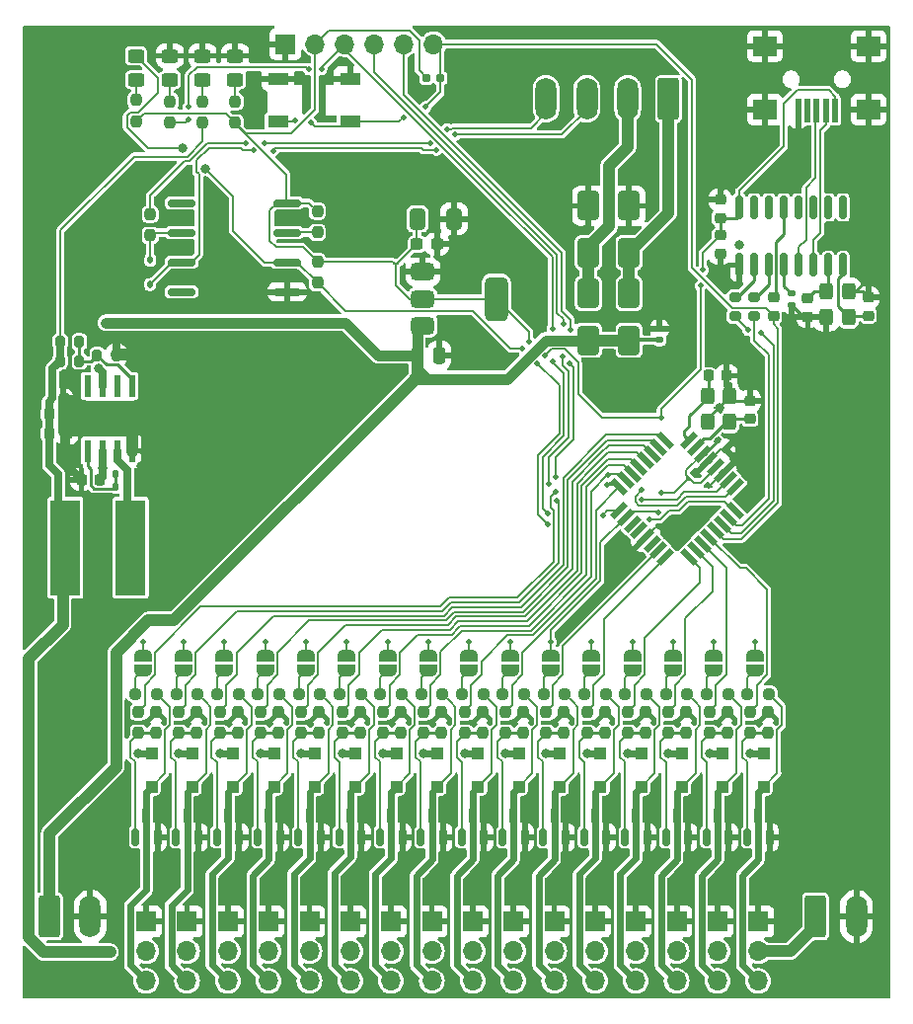
<source format=gbr>
%TF.GenerationSoftware,KiCad,Pcbnew,8.0.2*%
%TF.CreationDate,2024-12-02T21:08:37+01:00*%
%TF.ProjectId,servoDecoderInCabinet,73657276-6f44-4656-936f-646572496e43,rev?*%
%TF.SameCoordinates,Original*%
%TF.FileFunction,Copper,L1,Top*%
%TF.FilePolarity,Positive*%
%FSLAX46Y46*%
G04 Gerber Fmt 4.6, Leading zero omitted, Abs format (unit mm)*
G04 Created by KiCad (PCBNEW 8.0.2) date 2024-12-02 21:08:37*
%MOMM*%
%LPD*%
G01*
G04 APERTURE LIST*
G04 Aperture macros list*
%AMRoundRect*
0 Rectangle with rounded corners*
0 $1 Rounding radius*
0 $2 $3 $4 $5 $6 $7 $8 $9 X,Y pos of 4 corners*
0 Add a 4 corners polygon primitive as box body*
4,1,4,$2,$3,$4,$5,$6,$7,$8,$9,$2,$3,0*
0 Add four circle primitives for the rounded corners*
1,1,$1+$1,$2,$3*
1,1,$1+$1,$4,$5*
1,1,$1+$1,$6,$7*
1,1,$1+$1,$8,$9*
0 Add four rect primitives between the rounded corners*
20,1,$1+$1,$2,$3,$4,$5,0*
20,1,$1+$1,$4,$5,$6,$7,0*
20,1,$1+$1,$6,$7,$8,$9,0*
20,1,$1+$1,$8,$9,$2,$3,0*%
%AMRotRect*
0 Rectangle, with rotation*
0 The origin of the aperture is its center*
0 $1 length*
0 $2 width*
0 $3 Rotation angle, in degrees counterclockwise*
0 Add horizontal line*
21,1,$1,$2,0,0,$3*%
%AMFreePoly0*
4,1,19,0.500000,-0.750000,0.000000,-0.750000,0.000000,-0.744911,-0.071157,-0.744911,-0.207708,-0.704816,-0.327430,-0.627875,-0.420627,-0.520320,-0.479746,-0.390866,-0.500000,-0.250000,-0.500000,0.250000,-0.479746,0.390866,-0.420627,0.520320,-0.327430,0.627875,-0.207708,0.704816,-0.071157,0.744911,0.000000,0.744911,0.000000,0.750000,0.500000,0.750000,0.500000,-0.750000,0.500000,-0.750000,
$1*%
%AMFreePoly1*
4,1,19,0.000000,0.744911,0.071157,0.744911,0.207708,0.704816,0.327430,0.627875,0.420627,0.520320,0.479746,0.390866,0.500000,0.250000,0.500000,-0.250000,0.479746,-0.390866,0.420627,-0.520320,0.327430,-0.627875,0.207708,-0.704816,0.071157,-0.744911,0.000000,-0.744911,0.000000,-0.750000,-0.500000,-0.750000,-0.500000,0.750000,0.000000,0.750000,0.000000,0.744911,0.000000,0.744911,
$1*%
G04 Aperture macros list end*
%TA.AperFunction,SMDPad,CuDef*%
%ADD10RoundRect,0.250000X-0.450000X0.325000X-0.450000X-0.325000X0.450000X-0.325000X0.450000X0.325000X0*%
%TD*%
%TA.AperFunction,SMDPad,CuDef*%
%ADD11RoundRect,0.150000X0.150000X-0.587500X0.150000X0.587500X-0.150000X0.587500X-0.150000X-0.587500X0*%
%TD*%
%TA.AperFunction,SMDPad,CuDef*%
%ADD12RoundRect,0.225000X0.250000X-0.225000X0.250000X0.225000X-0.250000X0.225000X-0.250000X-0.225000X0*%
%TD*%
%TA.AperFunction,SMDPad,CuDef*%
%ADD13RoundRect,0.162500X-1.012500X-0.162500X1.012500X-0.162500X1.012500X0.162500X-1.012500X0.162500X0*%
%TD*%
%TA.AperFunction,SMDPad,CuDef*%
%ADD14FreePoly0,90.000000*%
%TD*%
%TA.AperFunction,SMDPad,CuDef*%
%ADD15FreePoly1,90.000000*%
%TD*%
%TA.AperFunction,SMDPad,CuDef*%
%ADD16RoundRect,0.237500X-0.237500X0.250000X-0.237500X-0.250000X0.237500X-0.250000X0.237500X0.250000X0*%
%TD*%
%TA.AperFunction,SMDPad,CuDef*%
%ADD17RoundRect,0.300000X0.300000X-0.400000X0.300000X0.400000X-0.300000X0.400000X-0.300000X-0.400000X0*%
%TD*%
%TA.AperFunction,SMDPad,CuDef*%
%ADD18RoundRect,0.237500X-0.250000X-0.237500X0.250000X-0.237500X0.250000X0.237500X-0.250000X0.237500X0*%
%TD*%
%TA.AperFunction,SMDPad,CuDef*%
%ADD19RoundRect,0.250000X0.650000X-1.000000X0.650000X1.000000X-0.650000X1.000000X-0.650000X-1.000000X0*%
%TD*%
%TA.AperFunction,SMDPad,CuDef*%
%ADD20RoundRect,0.250000X-0.300000X0.300000X-0.300000X-0.300000X0.300000X-0.300000X0.300000X0.300000X0*%
%TD*%
%TA.AperFunction,SMDPad,CuDef*%
%ADD21RoundRect,0.200000X-0.275000X0.200000X-0.275000X-0.200000X0.275000X-0.200000X0.275000X0.200000X0*%
%TD*%
%TA.AperFunction,ComponentPad*%
%ADD22RoundRect,0.250000X-0.650000X-1.550000X0.650000X-1.550000X0.650000X1.550000X-0.650000X1.550000X0*%
%TD*%
%TA.AperFunction,ComponentPad*%
%ADD23O,1.800000X3.600000*%
%TD*%
%TA.AperFunction,SMDPad,CuDef*%
%ADD24R,0.610000X1.910000*%
%TD*%
%TA.AperFunction,SMDPad,CuDef*%
%ADD25R,1.550000X1.205000*%
%TD*%
%TA.AperFunction,ComponentPad*%
%ADD26R,1.700000X1.700000*%
%TD*%
%TA.AperFunction,ComponentPad*%
%ADD27O,1.700000X1.700000*%
%TD*%
%TA.AperFunction,SMDPad,CuDef*%
%ADD28RoundRect,0.200000X-0.200000X-0.275000X0.200000X-0.275000X0.200000X0.275000X-0.200000X0.275000X0*%
%TD*%
%TA.AperFunction,SMDPad,CuDef*%
%ADD29RoundRect,0.140000X0.170000X-0.140000X0.170000X0.140000X-0.170000X0.140000X-0.170000X-0.140000X0*%
%TD*%
%TA.AperFunction,SMDPad,CuDef*%
%ADD30RoundRect,0.237500X0.237500X-0.250000X0.237500X0.250000X-0.237500X0.250000X-0.237500X-0.250000X0*%
%TD*%
%TA.AperFunction,SMDPad,CuDef*%
%ADD31RoundRect,0.250000X-0.250000X-0.475000X0.250000X-0.475000X0.250000X0.475000X-0.250000X0.475000X0*%
%TD*%
%TA.AperFunction,SMDPad,CuDef*%
%ADD32RoundRect,0.225000X0.225000X0.250000X-0.225000X0.250000X-0.225000X-0.250000X0.225000X-0.250000X0*%
%TD*%
%TA.AperFunction,SMDPad,CuDef*%
%ADD33RoundRect,0.300000X-0.300000X0.400000X-0.300000X-0.400000X0.300000X-0.400000X0.300000X0.400000X0*%
%TD*%
%TA.AperFunction,SMDPad,CuDef*%
%ADD34RoundRect,0.200000X0.275000X-0.200000X0.275000X0.200000X-0.275000X0.200000X-0.275000X-0.200000X0*%
%TD*%
%TA.AperFunction,SMDPad,CuDef*%
%ADD35RoundRect,0.225000X-0.250000X0.225000X-0.250000X-0.225000X0.250000X-0.225000X0.250000X0.225000X0*%
%TD*%
%TA.AperFunction,SMDPad,CuDef*%
%ADD36RoundRect,0.237500X-0.300000X-0.237500X0.300000X-0.237500X0.300000X0.237500X-0.300000X0.237500X0*%
%TD*%
%TA.AperFunction,SMDPad,CuDef*%
%ADD37RoundRect,0.250000X-0.412500X-0.650000X0.412500X-0.650000X0.412500X0.650000X-0.412500X0.650000X0*%
%TD*%
%TA.AperFunction,SMDPad,CuDef*%
%ADD38RoundRect,0.140000X-0.140000X-0.170000X0.140000X-0.170000X0.140000X0.170000X-0.140000X0.170000X0*%
%TD*%
%TA.AperFunction,SMDPad,CuDef*%
%ADD39RoundRect,0.150000X0.150000X-0.825000X0.150000X0.825000X-0.150000X0.825000X-0.150000X-0.825000X0*%
%TD*%
%TA.AperFunction,SMDPad,CuDef*%
%ADD40RoundRect,0.200000X0.200000X0.275000X-0.200000X0.275000X-0.200000X-0.275000X0.200000X-0.275000X0*%
%TD*%
%TA.AperFunction,SMDPad,CuDef*%
%ADD41RoundRect,0.225000X-0.225000X-0.250000X0.225000X-0.250000X0.225000X0.250000X-0.225000X0.250000X0*%
%TD*%
%TA.AperFunction,SMDPad,CuDef*%
%ADD42RoundRect,0.112500X-0.112500X0.187500X-0.112500X-0.187500X0.112500X-0.187500X0.112500X0.187500X0*%
%TD*%
%TA.AperFunction,SMDPad,CuDef*%
%ADD43R,2.600000X8.200000*%
%TD*%
%TA.AperFunction,SMDPad,CuDef*%
%ADD44RoundRect,0.160000X0.197500X0.160000X-0.197500X0.160000X-0.197500X-0.160000X0.197500X-0.160000X0*%
%TD*%
%TA.AperFunction,SMDPad,CuDef*%
%ADD45RotRect,1.600000X0.550000X225.000000*%
%TD*%
%TA.AperFunction,SMDPad,CuDef*%
%ADD46RotRect,1.600000X0.550000X315.000000*%
%TD*%
%TA.AperFunction,SMDPad,CuDef*%
%ADD47R,0.500000X2.000000*%
%TD*%
%TA.AperFunction,SMDPad,CuDef*%
%ADD48R,2.000000X1.700000*%
%TD*%
%TA.AperFunction,SMDPad,CuDef*%
%ADD49RoundRect,0.375000X-0.625000X-0.375000X0.625000X-0.375000X0.625000X0.375000X-0.625000X0.375000X0*%
%TD*%
%TA.AperFunction,SMDPad,CuDef*%
%ADD50RoundRect,0.500000X-0.500000X-1.400000X0.500000X-1.400000X0.500000X1.400000X-0.500000X1.400000X0*%
%TD*%
%TA.AperFunction,SMDPad,CuDef*%
%ADD51R,1.800000X1.100000*%
%TD*%
%TA.AperFunction,SMDPad,CuDef*%
%ADD52RoundRect,0.140000X-0.170000X0.140000X-0.170000X-0.140000X0.170000X-0.140000X0.170000X0.140000X0*%
%TD*%
%TA.AperFunction,ComponentPad*%
%ADD53RoundRect,0.250000X0.650000X1.550000X-0.650000X1.550000X-0.650000X-1.550000X0.650000X-1.550000X0*%
%TD*%
%TA.AperFunction,SMDPad,CuDef*%
%ADD54RoundRect,0.140000X-0.219203X-0.021213X-0.021213X-0.219203X0.219203X0.021213X0.021213X0.219203X0*%
%TD*%
%TA.AperFunction,ViaPad*%
%ADD55C,0.800000*%
%TD*%
%TA.AperFunction,ViaPad*%
%ADD56C,0.500000*%
%TD*%
%TA.AperFunction,Conductor*%
%ADD57C,0.400000*%
%TD*%
%TA.AperFunction,Conductor*%
%ADD58C,0.200000*%
%TD*%
%TA.AperFunction,Conductor*%
%ADD59C,0.700000*%
%TD*%
%TA.AperFunction,Conductor*%
%ADD60C,0.250000*%
%TD*%
%TA.AperFunction,Conductor*%
%ADD61C,1.000000*%
%TD*%
%TA.AperFunction,Conductor*%
%ADD62C,0.600000*%
%TD*%
%TA.AperFunction,Conductor*%
%ADD63C,0.900000*%
%TD*%
%TA.AperFunction,Conductor*%
%ADD64C,0.300000*%
%TD*%
G04 APERTURE END LIST*
D10*
%TO.P,D203,1,K*%
%TO.N,GND*%
X186212000Y-43875000D03*
%TO.P,D203,2,A*%
%TO.N,Net-(D203-A)*%
X186212000Y-45925000D03*
%TD*%
D11*
%TO.P,Q1401,1,G*%
%TO.N,Net-(Q1401-G)*%
X201443000Y-110861500D03*
%TO.P,Q1401,2,S*%
%TO.N,GND*%
X203343000Y-110861500D03*
%TO.P,Q1401,3,D*%
%TO.N,Net-(D1401-A)*%
X202393000Y-108986500D03*
%TD*%
%TO.P,Q701,1,G*%
%TO.N,Net-(Q701-G)*%
X187443000Y-110861500D03*
%TO.P,Q701,2,S*%
%TO.N,GND*%
X189343000Y-110861500D03*
%TO.P,Q701,3,D*%
%TO.N,Net-(D701-A)*%
X188393000Y-108986500D03*
%TD*%
D12*
%TO.P,C704,1*%
%TO.N,Net-(U701-XO)*%
X243307000Y-66156500D03*
%TO.P,C704,2*%
%TO.N,GND*%
X243307000Y-64606500D03*
%TD*%
D11*
%TO.P,Q1901,1,G*%
%TO.N,Net-(Q1901-G)*%
X218943000Y-110861500D03*
%TO.P,Q1901,2,S*%
%TO.N,GND*%
X220843000Y-110861500D03*
%TO.P,Q1901,3,D*%
%TO.N,Net-(D1901-A)*%
X219893000Y-108986500D03*
%TD*%
D13*
%TO.P,U1001,1,NC*%
%TO.N,unconnected-(U1001-NC-Pad1)*%
X184411000Y-56496000D03*
%TO.P,U1001,2,A*%
%TO.N,Net-(D1001-K)*%
X184411000Y-59036000D03*
%TO.P,U1001,3,C*%
%TO.N,/DCC/B*%
X184411000Y-61576000D03*
%TO.P,U1001,4*%
%TO.N,N/C*%
X184411000Y-64116000D03*
%TO.P,U1001,5,GND*%
%TO.N,GND*%
X193461000Y-64116000D03*
%TO.P,U1001,6,VO*%
%TO.N,/DCC/DCC_TTL*%
X193461000Y-61576000D03*
%TO.P,U1001,7,EN*%
%TO.N,Net-(U1001-EN)*%
X193461000Y-59036000D03*
%TO.P,U1001,8,VCC*%
%TO.N,+5V*%
X193461000Y-56496000D03*
%TD*%
D11*
%TO.P,Q2101,1,G*%
%TO.N,Net-(Q2101-G)*%
X225943000Y-110861500D03*
%TO.P,Q2101,2,S*%
%TO.N,GND*%
X227843000Y-110861500D03*
%TO.P,Q2101,3,D*%
%TO.N,Net-(D2101-A)*%
X226893000Y-108986500D03*
%TD*%
D14*
%TO.P,JP701,1,A*%
%TO.N,Net-(JP701-A)*%
X188076000Y-96574000D03*
D15*
%TO.P,JP701,2,B*%
%TO.N,+5V*%
X188076000Y-95274000D03*
%TD*%
D16*
%TO.P,R1401,1*%
%TO.N,/atmega/P7*%
X201695000Y-100119500D03*
%TO.P,R1401,2*%
%TO.N,Net-(Q1401-G)*%
X201695000Y-101944500D03*
%TD*%
D17*
%TO.P,Y201,1,1*%
%TO.N,/atmega/X1*%
X231404000Y-75284000D03*
%TO.P,Y201,2,GND*%
%TO.N,GND*%
X231404000Y-73084000D03*
%TO.P,Y201,3,3*%
%TO.N,/atmega/X2*%
X229504000Y-73084000D03*
%TO.P,Y201,4,GND*%
%TO.N,GND*%
X229504000Y-75284000D03*
%TD*%
D14*
%TO.P,JP2101,1,A*%
%TO.N,Net-(JP2101-A)*%
X226576000Y-96574000D03*
D15*
%TO.P,JP2101,2,B*%
%TO.N,+5V*%
X226576000Y-95274000D03*
%TD*%
D11*
%TO.P,Q1301,1,G*%
%TO.N,Net-(Q1301-G)*%
X197943000Y-110861500D03*
%TO.P,Q1301,2,S*%
%TO.N,GND*%
X199843000Y-110861500D03*
%TO.P,Q1301,3,D*%
%TO.N,Net-(D1301-A)*%
X198893000Y-108986500D03*
%TD*%
D16*
%TO.P,R1801,1*%
%TO.N,/atmega/P11*%
X215695000Y-100119500D03*
%TO.P,R1801,2*%
%TO.N,Net-(Q1801-G)*%
X215695000Y-101944500D03*
%TD*%
D18*
%TO.P,R603,1*%
%TO.N,Net-(JP601-A)*%
X183965500Y-98576000D03*
%TO.P,R603,2*%
%TO.N,Net-(D601-A)*%
X185790500Y-98576000D03*
%TD*%
D16*
%TO.P,R1004,1*%
%TO.N,/atmega/P5*%
X194695000Y-100119500D03*
%TO.P,R1004,2*%
%TO.N,Net-(Q1001-G)*%
X194695000Y-101944500D03*
%TD*%
D11*
%TO.P,Q1801,1,G*%
%TO.N,Net-(Q1801-G)*%
X215443000Y-110861500D03*
%TO.P,Q1801,2,S*%
%TO.N,GND*%
X217343000Y-110861500D03*
%TO.P,Q1801,3,D*%
%TO.N,Net-(D1801-A)*%
X216393000Y-108986500D03*
%TD*%
D19*
%TO.P,D1104,1,K*%
%TO.N,/D_bridge/AC_1*%
X219303000Y-60743000D03*
%TO.P,D1104,2,A*%
%TO.N,GND*%
X219303000Y-56743000D03*
%TD*%
D14*
%TO.P,JP2301,1,A*%
%TO.N,Net-(JP2301-A)*%
X233576000Y-96574000D03*
D15*
%TO.P,JP2301,2,B*%
%TO.N,+5V*%
X233576000Y-95274000D03*
%TD*%
D20*
%TO.P,D901,1,K*%
%TO.N,VCC*%
X192338000Y-103732000D03*
%TO.P,D901,2,A*%
%TO.N,Net-(D901-A)*%
X192338000Y-106532000D03*
%TD*%
D18*
%TO.P,R1603,1*%
%TO.N,Net-(JP1601-A)*%
X208465500Y-98576000D03*
%TO.P,R1603,2*%
%TO.N,Net-(D1601-A)*%
X210290500Y-98576000D03*
%TD*%
D21*
%TO.P,R705,1*%
%TO.N,Net-(U701-TXD)*%
X231877000Y-64553500D03*
%TO.P,R705,2*%
%TO.N,/USB/Rx*%
X231877000Y-66203500D03*
%TD*%
D16*
%TO.P,R1002,1*%
%TO.N,+5V*%
X196062000Y-57195500D03*
%TO.P,R1002,2*%
%TO.N,Net-(U1001-EN)*%
X196062000Y-59020500D03*
%TD*%
%TO.P,R701,1*%
%TO.N,/atmega/P3*%
X187695000Y-100119500D03*
%TO.P,R701,2*%
%TO.N,Net-(Q701-G)*%
X187695000Y-101944500D03*
%TD*%
D22*
%TO.P,J501,1,Pin_1*%
%TO.N,+5VA*%
X238790000Y-117659500D03*
D23*
%TO.P,J501,2,Pin_2*%
%TO.N,GND*%
X242290000Y-117659500D03*
%TD*%
D19*
%TO.P,D1103,1,K*%
%TO.N,VCC*%
X219303000Y-68259000D03*
%TO.P,D1103,2,A*%
%TO.N,/D_bridge/AC_1*%
X219303000Y-64259000D03*
%TD*%
D16*
%TO.P,R2201,1*%
%TO.N,/atmega/P15*%
X229695000Y-100119500D03*
%TO.P,R2201,2*%
%TO.N,Net-(Q2201-G)*%
X229695000Y-101944500D03*
%TD*%
D24*
%TO.P,U901,1,BS*%
%TO.N,Net-(U901-BS)*%
X176342908Y-77742591D03*
%TO.P,U901,2,Vin*%
%TO.N,VCC*%
X177612908Y-77742591D03*
%TO.P,U901,3,SW*%
%TO.N,Net-(U901-SW)*%
X178882908Y-77742591D03*
%TO.P,U901,4,GND*%
%TO.N,GND*%
X180152908Y-77742591D03*
%TO.P,U901,5,FB*%
%TO.N,Net-(U901-FB)*%
X180152908Y-72182591D03*
%TO.P,U901,6,NC*%
%TO.N,unconnected-(U901-NC-Pad6)*%
X178882908Y-72182591D03*
%TO.P,U901,7,EN*%
%TO.N,VCC*%
X177612908Y-72182591D03*
%TO.P,U901,8,NC*%
%TO.N,unconnected-(U901-NC-Pad8)*%
X176342908Y-72182591D03*
D25*
%TO.P,U901,9,GND*%
%TO.N,GND*%
X177472908Y-75565091D03*
X179022908Y-75565091D03*
X177472908Y-74360091D03*
X179022908Y-74360091D03*
%TD*%
D16*
%TO.P,R1301,1*%
%TO.N,/atmega/P6*%
X198195000Y-100119500D03*
%TO.P,R1301,2*%
%TO.N,Net-(Q1301-G)*%
X198195000Y-101944500D03*
%TD*%
D20*
%TO.P,D1002,1,K*%
%TO.N,VCC*%
X195838000Y-103732000D03*
%TO.P,D1002,2,A*%
%TO.N,Net-(D1002-A)*%
X195838000Y-106532000D03*
%TD*%
D16*
%TO.P,R1003,1*%
%TO.N,+5V*%
X196062000Y-61513500D03*
%TO.P,R1003,2*%
%TO.N,/DCC/DCC_TTL*%
X196062000Y-63338500D03*
%TD*%
D20*
%TO.P,D1701,1,K*%
%TO.N,VCC*%
X213338000Y-103732000D03*
%TO.P,D1701,2,A*%
%TO.N,Net-(D1701-A)*%
X213338000Y-106532000D03*
%TD*%
D10*
%TO.P,D201,1,K*%
%TO.N,GND*%
X183418000Y-43875000D03*
%TO.P,D201,2,A*%
%TO.N,Net-(D201-A)*%
X183418000Y-45925000D03*
%TD*%
D20*
%TO.P,D2201,1,K*%
%TO.N,VCC*%
X230838000Y-103732000D03*
%TO.P,D2201,2,A*%
%TO.N,Net-(D2201-A)*%
X230838000Y-106532000D03*
%TD*%
D14*
%TO.P,JP1301,1,A*%
%TO.N,Net-(JP1301-A)*%
X198576000Y-96574000D03*
D15*
%TO.P,JP1301,2,B*%
%TO.N,+5V*%
X198576000Y-95274000D03*
%TD*%
D18*
%TO.P,R2003,1*%
%TO.N,Net-(JP2001-A)*%
X222465500Y-98576000D03*
%TO.P,R2003,2*%
%TO.N,Net-(D2001-A)*%
X224290500Y-98576000D03*
%TD*%
D12*
%TO.P,C701,1*%
%TO.N,+5V*%
X230607000Y-57774500D03*
%TO.P,C701,2*%
%TO.N,GND*%
X230607000Y-56224500D03*
%TD*%
D14*
%TO.P,JP1901,1,A*%
%TO.N,Net-(JP1901-A)*%
X219576000Y-96574000D03*
D15*
%TO.P,JP1901,2,B*%
%TO.N,+5V*%
X219576000Y-95274000D03*
%TD*%
D16*
%TO.P,R1701,1*%
%TO.N,/atmega/P10*%
X212195000Y-100119500D03*
%TO.P,R1701,2*%
%TO.N,Net-(Q1701-G)*%
X212195000Y-101944500D03*
%TD*%
D26*
%TO.P,J2101,1,Pin_1*%
%TO.N,GND*%
X226878000Y-118116000D03*
D27*
%TO.P,J2101,2,Pin_2*%
%TO.N,+5VA*%
X226878000Y-120656000D03*
%TO.P,J2101,3,Pin_3*%
%TO.N,Net-(D2101-A)*%
X226878000Y-123196000D03*
%TD*%
D28*
%TO.P,R901,1*%
%TO.N,+5VA*%
X173993908Y-68391091D03*
%TO.P,R901,2*%
%TO.N,Net-(U901-FB)*%
X175643908Y-68391091D03*
%TD*%
D16*
%TO.P,R1501,1*%
%TO.N,/atmega/P8*%
X205195000Y-100119500D03*
%TO.P,R1501,2*%
%TO.N,Net-(Q1501-G)*%
X205195000Y-101944500D03*
%TD*%
D14*
%TO.P,JP601,1,A*%
%TO.N,Net-(JP601-A)*%
X184576000Y-96574000D03*
D15*
%TO.P,JP601,2,B*%
%TO.N,+5V*%
X184576000Y-95274000D03*
%TD*%
D16*
%TO.P,R1901,1*%
%TO.N,/atmega/P12*%
X219195000Y-100119500D03*
%TO.P,R1901,2*%
%TO.N,Net-(Q1901-G)*%
X219195000Y-101944500D03*
%TD*%
D29*
%TO.P,C705,1*%
%TO.N,GND*%
X236703000Y-65226500D03*
%TO.P,C705,2*%
%TO.N,Net-(U701-V3)*%
X236703000Y-64266500D03*
%TD*%
D18*
%TO.P,R1403,1*%
%TO.N,Net-(JP1401-A)*%
X201465500Y-98576000D03*
%TO.P,R1403,2*%
%TO.N,Net-(D1401-A)*%
X203290500Y-98576000D03*
%TD*%
D30*
%TO.P,R2002,1*%
%TO.N,Net-(Q2001-G)*%
X224219000Y-101944500D03*
%TO.P,R2002,2*%
%TO.N,GND*%
X224219000Y-100119500D03*
%TD*%
%TO.P,R301,1*%
%TO.N,+5V*%
X180497000Y-49495500D03*
%TO.P,R301,2*%
%TO.N,Net-(D301-A)*%
X180497000Y-47670500D03*
%TD*%
D26*
%TO.P,J1601,1,Pin_1*%
%TO.N,GND*%
X209378000Y-118116000D03*
D27*
%TO.P,J1601,2,Pin_2*%
%TO.N,+5VA*%
X209378000Y-120656000D03*
%TO.P,J1601,3,Pin_3*%
%TO.N,Net-(D1601-A)*%
X209378000Y-123196000D03*
%TD*%
D31*
%TO.P,C301,1*%
%TO.N,VCC*%
X204637000Y-69538000D03*
%TO.P,C301,2*%
%TO.N,GND*%
X206537000Y-69538000D03*
%TD*%
D18*
%TO.P,R1303,1*%
%TO.N,Net-(JP1301-A)*%
X197965500Y-98576000D03*
%TO.P,R1303,2*%
%TO.N,Net-(D1301-A)*%
X199790500Y-98576000D03*
%TD*%
D30*
%TO.P,R1502,1*%
%TO.N,Net-(Q1501-G)*%
X206719000Y-101944500D03*
%TO.P,R1502,2*%
%TO.N,GND*%
X206719000Y-100119500D03*
%TD*%
D26*
%TO.P,J1501,1,Pin_1*%
%TO.N,GND*%
X205878000Y-118116000D03*
D27*
%TO.P,J1501,2,Pin_2*%
%TO.N,+5VA*%
X205878000Y-120656000D03*
%TO.P,J1501,3,Pin_3*%
%TO.N,Net-(D1501-A)*%
X205878000Y-123196000D03*
%TD*%
D16*
%TO.P,R1001,1*%
%TO.N,/DCC/A*%
X181711000Y-57449500D03*
%TO.P,R1001,2*%
%TO.N,Net-(D1001-K)*%
X181711000Y-59274500D03*
%TD*%
D20*
%TO.P,D801,1,K*%
%TO.N,VCC*%
X181838000Y-103732000D03*
%TO.P,D801,2,A*%
%TO.N,Net-(D801-A)*%
X181838000Y-106532000D03*
%TD*%
D32*
%TO.P,C203,1*%
%TO.N,GND*%
X231168000Y-71306000D03*
%TO.P,C203,2*%
%TO.N,/atmega/X2*%
X229618000Y-71306000D03*
%TD*%
D30*
%TO.P,R201,1*%
%TO.N,/atmega/LED*%
X183418000Y-49599000D03*
%TO.P,R201,2*%
%TO.N,Net-(D201-A)*%
X183418000Y-47774000D03*
%TD*%
D33*
%TO.P,Y701,1,1*%
%TO.N,Net-(U701-XI)*%
X239724000Y-64104500D03*
%TO.P,Y701,2,GND*%
%TO.N,GND*%
X239724000Y-66304500D03*
%TO.P,Y701,3,3*%
%TO.N,Net-(U701-XO)*%
X241624000Y-66304500D03*
%TO.P,Y701,4,GND*%
%TO.N,GND*%
X241624000Y-64104500D03*
%TD*%
D16*
%TO.P,R601,1*%
%TO.N,/atmega/P2*%
X184195000Y-100119500D03*
%TO.P,R601,2*%
%TO.N,Net-(Q601-G)*%
X184195000Y-101944500D03*
%TD*%
D19*
%TO.P,D1101,1,K*%
%TO.N,VCC*%
X222803000Y-68259000D03*
%TO.P,D1101,2,A*%
%TO.N,/D_bridge/AC_2*%
X222803000Y-64259000D03*
%TD*%
D14*
%TO.P,JP2201,1,A*%
%TO.N,Net-(JP2201-A)*%
X230076000Y-96574000D03*
D15*
%TO.P,JP2201,2,B*%
%TO.N,+5V*%
X230076000Y-95274000D03*
%TD*%
D30*
%TO.P,R203,1*%
%TO.N,+5V*%
X189006000Y-49622500D03*
%TO.P,R203,2*%
%TO.N,Net-(D202-A)*%
X189006000Y-47797500D03*
%TD*%
D34*
%TO.P,R706,1*%
%TO.N,/USB/Tx*%
X233528000Y-66203500D03*
%TO.P,R706,2*%
%TO.N,Net-(U701-RXD)*%
X233528000Y-64553500D03*
%TD*%
D11*
%TO.P,Q1701,1,G*%
%TO.N,Net-(Q1701-G)*%
X211943000Y-110861500D03*
%TO.P,Q1701,2,S*%
%TO.N,GND*%
X213843000Y-110861500D03*
%TO.P,Q1701,3,D*%
%TO.N,Net-(D1701-A)*%
X212893000Y-108986500D03*
%TD*%
%TO.P,Q2001,1,G*%
%TO.N,Net-(Q2001-G)*%
X222443000Y-110861500D03*
%TO.P,Q2001,2,S*%
%TO.N,GND*%
X224343000Y-110861500D03*
%TO.P,Q2001,3,D*%
%TO.N,Net-(D2001-A)*%
X223393000Y-108986500D03*
%TD*%
D26*
%TO.P,J201,1,Pin_1*%
%TO.N,GND*%
X193324000Y-42868000D03*
D27*
%TO.P,J201,2,Pin_2*%
%TO.N,+5V*%
X195864000Y-42868000D03*
%TO.P,J201,3,Pin_3*%
%TO.N,/atmega/LED*%
X198404000Y-42868000D03*
%TO.P,J201,4,Pin_4*%
%TO.N,/atmega/P10*%
X200944000Y-42868000D03*
%TO.P,J201,5,Pin_5*%
%TO.N,/atmega/P9*%
X203484000Y-42868000D03*
%TO.P,J201,6,Pin_6*%
%TO.N,/USB/Reset*%
X206024000Y-42868000D03*
%TD*%
D20*
%TO.P,D1301,1,K*%
%TO.N,VCC*%
X199338000Y-103732000D03*
%TO.P,D1301,2,A*%
%TO.N,Net-(D1301-A)*%
X199338000Y-106532000D03*
%TD*%
D35*
%TO.P,C706,1*%
%TO.N,Net-(U701-~{DTR})*%
X235179000Y-64606500D03*
%TO.P,C706,2*%
%TO.N,/USB/Reset*%
X235179000Y-66156500D03*
%TD*%
%TO.P,C703,1*%
%TO.N,Net-(U701-XI)*%
X238134000Y-64683500D03*
%TO.P,C703,2*%
%TO.N,GND*%
X238134000Y-66233500D03*
%TD*%
D18*
%TO.P,R703,1*%
%TO.N,Net-(JP701-A)*%
X187465500Y-98576000D03*
%TO.P,R703,2*%
%TO.N,Net-(D701-A)*%
X189290500Y-98576000D03*
%TD*%
D26*
%TO.P,J701,1,Pin_1*%
%TO.N,GND*%
X188378000Y-118116000D03*
D27*
%TO.P,J701,2,Pin_2*%
%TO.N,+5VA*%
X188378000Y-120656000D03*
%TO.P,J701,3,Pin_3*%
%TO.N,Net-(D701-A)*%
X188378000Y-123196000D03*
%TD*%
D14*
%TO.P,JP801,1,A*%
%TO.N,Net-(JP801-A)*%
X181076000Y-96574000D03*
D15*
%TO.P,JP801,2,B*%
%TO.N,+5V*%
X181076000Y-95274000D03*
%TD*%
D11*
%TO.P,Q1601,1,G*%
%TO.N,Net-(Q1601-G)*%
X208443000Y-110861500D03*
%TO.P,Q1601,2,S*%
%TO.N,GND*%
X210343000Y-110861500D03*
%TO.P,Q1601,3,D*%
%TO.N,Net-(D1601-A)*%
X209393000Y-108986500D03*
%TD*%
D18*
%TO.P,R1006,1*%
%TO.N,Net-(JP1001-A)*%
X194465500Y-98576000D03*
%TO.P,R1006,2*%
%TO.N,Net-(D1002-A)*%
X196290500Y-98576000D03*
%TD*%
D10*
%TO.P,D301,1,K*%
%TO.N,/DCC/DCC_TTL*%
X180497000Y-43875000D03*
%TO.P,D301,2,A*%
%TO.N,Net-(D301-A)*%
X180497000Y-45925000D03*
%TD*%
D20*
%TO.P,D2301,1,K*%
%TO.N,VCC*%
X234338000Y-103732000D03*
%TO.P,D2301,2,A*%
%TO.N,Net-(D2301-A)*%
X234338000Y-106532000D03*
%TD*%
D19*
%TO.P,D1102,1,K*%
%TO.N,/D_bridge/AC_2*%
X222803000Y-60743000D03*
%TO.P,D1102,2,A*%
%TO.N,GND*%
X222803000Y-56743000D03*
%TD*%
D20*
%TO.P,D601,1,K*%
%TO.N,VCC*%
X185338000Y-103732000D03*
%TO.P,D601,2,A*%
%TO.N,Net-(D601-A)*%
X185338000Y-106532000D03*
%TD*%
D14*
%TO.P,JP1701,1,A*%
%TO.N,Net-(JP1701-A)*%
X212576000Y-96574000D03*
D15*
%TO.P,JP1701,2,B*%
%TO.N,+5V*%
X212576000Y-95274000D03*
%TD*%
D16*
%TO.P,R2101,1*%
%TO.N,/atmega/P14*%
X226195000Y-100119500D03*
%TO.P,R2101,2*%
%TO.N,Net-(Q2101-G)*%
X226195000Y-101944500D03*
%TD*%
D36*
%TO.P,C302,1*%
%TO.N,+5V*%
X204597500Y-60013000D03*
%TO.P,C302,2*%
%TO.N,GND*%
X206322500Y-60013000D03*
%TD*%
D11*
%TO.P,Q2301,1,G*%
%TO.N,Net-(Q2301-G)*%
X232943000Y-110861500D03*
%TO.P,Q2301,2,S*%
%TO.N,GND*%
X234843000Y-110861500D03*
%TO.P,Q2301,3,D*%
%TO.N,Net-(D2301-A)*%
X233893000Y-108986500D03*
%TD*%
D37*
%TO.P,C303,1*%
%TO.N,+5V*%
X204659500Y-57854000D03*
%TO.P,C303,2*%
%TO.N,GND*%
X207784500Y-57854000D03*
%TD*%
D18*
%TO.P,R2303,1*%
%TO.N,Net-(JP2301-A)*%
X232965500Y-98576000D03*
%TO.P,R2303,2*%
%TO.N,Net-(D2301-A)*%
X234790500Y-98576000D03*
%TD*%
D16*
%TO.P,R904,1*%
%TO.N,/atmega/P4*%
X191195000Y-100119500D03*
%TO.P,R904,2*%
%TO.N,Net-(Q901-G)*%
X191195000Y-101944500D03*
%TD*%
D38*
%TO.P,C906,1*%
%TO.N,+5VA*%
X173324908Y-73217091D03*
%TO.P,C906,2*%
%TO.N,GND*%
X174284908Y-73217091D03*
%TD*%
D26*
%TO.P,J1001,1,Pin_1*%
%TO.N,GND*%
X195378000Y-118116000D03*
D27*
%TO.P,J1001,2,Pin_2*%
%TO.N,+5VA*%
X195378000Y-120656000D03*
%TO.P,J1001,3,Pin_3*%
%TO.N,Net-(D1002-A)*%
X195378000Y-123196000D03*
%TD*%
D11*
%TO.P,Q601,1,G*%
%TO.N,Net-(Q601-G)*%
X183943000Y-110861500D03*
%TO.P,Q601,2,S*%
%TO.N,GND*%
X185843000Y-110861500D03*
%TO.P,Q601,3,D*%
%TO.N,Net-(D601-A)*%
X184893000Y-108986500D03*
%TD*%
D18*
%TO.P,R803,1*%
%TO.N,Net-(JP801-A)*%
X180465500Y-98576000D03*
%TO.P,R803,2*%
%TO.N,Net-(D801-A)*%
X182290500Y-98576000D03*
%TD*%
D30*
%TO.P,R1005,1*%
%TO.N,Net-(Q1001-G)*%
X196219000Y-101944500D03*
%TO.P,R1005,2*%
%TO.N,GND*%
X196219000Y-100119500D03*
%TD*%
D38*
%TO.P,C902,1*%
%TO.N,Net-(U901-BS)*%
X178755908Y-79694091D03*
%TO.P,C902,2*%
%TO.N,Net-(U901-SW)*%
X179715908Y-79694091D03*
%TD*%
D14*
%TO.P,JP1601,1,A*%
%TO.N,Net-(JP1601-A)*%
X209076000Y-96574000D03*
D15*
%TO.P,JP1601,2,B*%
%TO.N,+5V*%
X209076000Y-95274000D03*
%TD*%
D30*
%TO.P,R1402,1*%
%TO.N,Net-(Q1401-G)*%
X203219000Y-101944500D03*
%TO.P,R1402,2*%
%TO.N,GND*%
X203219000Y-100119500D03*
%TD*%
%TO.P,R2202,1*%
%TO.N,Net-(Q2201-G)*%
X231219000Y-101944500D03*
%TO.P,R2202,2*%
%TO.N,GND*%
X231219000Y-100119500D03*
%TD*%
D26*
%TO.P,J1701,1,Pin_1*%
%TO.N,GND*%
X212878000Y-118116000D03*
D27*
%TO.P,J1701,2,Pin_2*%
%TO.N,+5VA*%
X212878000Y-120656000D03*
%TO.P,J1701,3,Pin_3*%
%TO.N,Net-(D1701-A)*%
X212878000Y-123196000D03*
%TD*%
D20*
%TO.P,D701,1,K*%
%TO.N,VCC*%
X188838000Y-103732000D03*
%TO.P,D701,2,A*%
%TO.N,Net-(D701-A)*%
X188838000Y-106532000D03*
%TD*%
D26*
%TO.P,J601,1,Pin_1*%
%TO.N,GND*%
X184878000Y-118116000D03*
D27*
%TO.P,J601,2,Pin_2*%
%TO.N,+5VA*%
X184878000Y-120656000D03*
%TO.P,J601,3,Pin_3*%
%TO.N,Net-(D601-A)*%
X184878000Y-123196000D03*
%TD*%
D26*
%TO.P,J1901,1,Pin_1*%
%TO.N,GND*%
X219878000Y-118116000D03*
D27*
%TO.P,J1901,2,Pin_2*%
%TO.N,+5VA*%
X219878000Y-120656000D03*
%TO.P,J1901,3,Pin_3*%
%TO.N,Net-(D1901-A)*%
X219878000Y-123196000D03*
%TD*%
D18*
%TO.P,R1903,1*%
%TO.N,Net-(JP1901-A)*%
X218965500Y-98576000D03*
%TO.P,R1903,2*%
%TO.N,Net-(D1901-A)*%
X220790500Y-98576000D03*
%TD*%
D14*
%TO.P,JP1401,1,A*%
%TO.N,Net-(JP1401-A)*%
X202076000Y-96574000D03*
D15*
%TO.P,JP1401,2,B*%
%TO.N,+5V*%
X202076000Y-95274000D03*
%TD*%
D39*
%TO.P,U701,1,GND*%
%TO.N,GND*%
X232258000Y-61822500D03*
%TO.P,U701,2,TXD*%
%TO.N,Net-(U701-TXD)*%
X233528000Y-61822500D03*
%TO.P,U701,3,RXD*%
%TO.N,Net-(U701-RXD)*%
X234798000Y-61822500D03*
%TO.P,U701,4,V3*%
%TO.N,Net-(U701-V3)*%
X236068000Y-61822500D03*
%TO.P,U701,5,UD+*%
%TO.N,Net-(J702-D+)*%
X237338000Y-61822500D03*
%TO.P,U701,6,UD-*%
%TO.N,Net-(J702-D-)*%
X238608000Y-61822500D03*
%TO.P,U701,7,XI*%
%TO.N,Net-(U701-XI)*%
X239878000Y-61822500D03*
%TO.P,U701,8,XO*%
%TO.N,Net-(U701-XO)*%
X241148000Y-61822500D03*
%TO.P,U701,9,~{CTS}*%
%TO.N,unconnected-(U701-~{CTS}-Pad9)*%
X241148000Y-56872500D03*
%TO.P,U701,10,~{DSR}*%
%TO.N,unconnected-(U701-~{DSR}-Pad10)*%
X239878000Y-56872500D03*
%TO.P,U701,11,~{RI}*%
%TO.N,unconnected-(U701-~{RI}-Pad11)*%
X238608000Y-56872500D03*
%TO.P,U701,12,~{DCD}*%
%TO.N,unconnected-(U701-~{DCD}-Pad12)*%
X237338000Y-56872500D03*
%TO.P,U701,13,~{DTR}*%
%TO.N,Net-(U701-~{DTR})*%
X236068000Y-56872500D03*
%TO.P,U701,14,~{RTS}*%
%TO.N,unconnected-(U701-~{RTS}-Pad14)*%
X234798000Y-56872500D03*
%TO.P,U701,15,R232*%
%TO.N,unconnected-(U701-R232-Pad15)*%
X233528000Y-56872500D03*
%TO.P,U701,16,VCC*%
%TO.N,+5V*%
X232258000Y-56872500D03*
%TD*%
D14*
%TO.P,JP1501,1,A*%
%TO.N,Net-(JP1501-A)*%
X205576000Y-96574000D03*
D15*
%TO.P,JP1501,2,B*%
%TO.N,+5V*%
X205576000Y-95274000D03*
%TD*%
D14*
%TO.P,JP1001,1,A*%
%TO.N,Net-(JP1001-A)*%
X195076000Y-96574000D03*
D15*
%TO.P,JP1001,2,B*%
%TO.N,+5V*%
X195076000Y-95274000D03*
%TD*%
D16*
%TO.P,R2301,1*%
%TO.N,/atmega/P16*%
X233195000Y-100119500D03*
%TO.P,R2301,2*%
%TO.N,Net-(Q2301-G)*%
X233195000Y-101944500D03*
%TD*%
D18*
%TO.P,R2203,1*%
%TO.N,Net-(JP2201-A)*%
X229465500Y-98576000D03*
%TO.P,R2203,2*%
%TO.N,Net-(D2201-A)*%
X231290500Y-98576000D03*
%TD*%
D11*
%TO.P,Q801,1,G*%
%TO.N,Net-(Q801-G)*%
X180443000Y-110861500D03*
%TO.P,Q801,2,S*%
%TO.N,GND*%
X182343000Y-110861500D03*
%TO.P,Q801,3,D*%
%TO.N,Net-(D801-A)*%
X181393000Y-108986500D03*
%TD*%
%TO.P,Q901,1,G*%
%TO.N,Net-(Q901-G)*%
X190943000Y-110861500D03*
%TO.P,Q901,2,S*%
%TO.N,GND*%
X192843000Y-110861500D03*
%TO.P,Q901,3,D*%
%TO.N,Net-(D901-A)*%
X191893000Y-108986500D03*
%TD*%
D30*
%TO.P,R602,1*%
%TO.N,Net-(Q601-G)*%
X185719000Y-101944500D03*
%TO.P,R602,2*%
%TO.N,GND*%
X185719000Y-100119500D03*
%TD*%
D11*
%TO.P,Q1501,1,G*%
%TO.N,Net-(Q1501-G)*%
X204943000Y-110861500D03*
%TO.P,Q1501,2,S*%
%TO.N,GND*%
X206843000Y-110861500D03*
%TO.P,Q1501,3,D*%
%TO.N,Net-(D1501-A)*%
X205893000Y-108986500D03*
%TD*%
D22*
%TO.P,J1101,1,Pin_1*%
%TO.N,VCC*%
X173075000Y-117659500D03*
D23*
%TO.P,J1101,2,Pin_2*%
%TO.N,GND*%
X176575000Y-117659500D03*
%TD*%
D11*
%TO.P,Q1001,1,G*%
%TO.N,Net-(Q1001-G)*%
X194443000Y-110861500D03*
%TO.P,Q1001,2,S*%
%TO.N,GND*%
X196343000Y-110861500D03*
%TO.P,Q1001,3,D*%
%TO.N,Net-(D1002-A)*%
X195393000Y-108986500D03*
%TD*%
D30*
%TO.P,R905,1*%
%TO.N,Net-(Q901-G)*%
X192719000Y-101944500D03*
%TO.P,R905,2*%
%TO.N,GND*%
X192719000Y-100119500D03*
%TD*%
D18*
%TO.P,R1703,1*%
%TO.N,Net-(JP1701-A)*%
X211965500Y-98576000D03*
%TO.P,R1703,2*%
%TO.N,Net-(D1701-A)*%
X213790500Y-98576000D03*
%TD*%
D40*
%TO.P,R903,1*%
%TO.N,Net-(U901-FB)*%
X175643908Y-70042091D03*
%TO.P,R903,2*%
%TO.N,+5VA*%
X173993908Y-70042091D03*
%TD*%
D41*
%TO.P,C904,1*%
%TO.N,+5VA*%
X173027908Y-74599091D03*
%TO.P,C904,2*%
%TO.N,GND*%
X174577908Y-74599091D03*
%TD*%
D20*
%TO.P,D1501,1,K*%
%TO.N,VCC*%
X206338000Y-103732000D03*
%TO.P,D1501,2,A*%
%TO.N,Net-(D1501-A)*%
X206338000Y-106532000D03*
%TD*%
D18*
%TO.P,R2103,1*%
%TO.N,Net-(JP2101-A)*%
X225965500Y-98576000D03*
%TO.P,R2103,2*%
%TO.N,Net-(D2101-A)*%
X227790500Y-98576000D03*
%TD*%
D26*
%TO.P,J2001,1,Pin_1*%
%TO.N,GND*%
X223378000Y-118116000D03*
D27*
%TO.P,J2001,2,Pin_2*%
%TO.N,+5VA*%
X223378000Y-120656000D03*
%TO.P,J2001,3,Pin_3*%
%TO.N,Net-(D2001-A)*%
X223378000Y-123196000D03*
%TD*%
D42*
%TO.P,D1001,1,K*%
%TO.N,Net-(D1001-K)*%
X181711000Y-61376000D03*
%TO.P,D1001,2,A*%
%TO.N,/DCC/B*%
X181711000Y-63476000D03*
%TD*%
D35*
%TO.P,C201,1*%
%TO.N,GND*%
X233155000Y-73452000D03*
%TO.P,C201,2*%
%TO.N,/atmega/X1*%
X233155000Y-75002000D03*
%TD*%
D26*
%TO.P,J801,1,Pin_1*%
%TO.N,GND*%
X181378000Y-118116000D03*
D27*
%TO.P,J801,2,Pin_2*%
%TO.N,+5VA*%
X181378000Y-120656000D03*
%TO.P,J801,3,Pin_3*%
%TO.N,Net-(D801-A)*%
X181378000Y-123196000D03*
%TD*%
D43*
%TO.P,L901,1,1*%
%TO.N,Net-(U901-SW)*%
X180031908Y-86044091D03*
%TO.P,L901,2,2*%
%TO.N,+5VA*%
X174431908Y-86044091D03*
%TD*%
D20*
%TO.P,D1801,1,K*%
%TO.N,VCC*%
X216838000Y-103732000D03*
%TO.P,D1801,2,A*%
%TO.N,Net-(D1801-A)*%
X216838000Y-106532000D03*
%TD*%
D11*
%TO.P,Q2201,1,G*%
%TO.N,Net-(Q2201-G)*%
X229443000Y-110861500D03*
%TO.P,Q2201,2,S*%
%TO.N,GND*%
X231343000Y-110861500D03*
%TO.P,Q2201,3,D*%
%TO.N,Net-(D2201-A)*%
X230393000Y-108986500D03*
%TD*%
D30*
%TO.P,R1702,1*%
%TO.N,Net-(Q1701-G)*%
X213719000Y-101944500D03*
%TO.P,R1702,2*%
%TO.N,GND*%
X213719000Y-100119500D03*
%TD*%
D44*
%TO.P,R202,1*%
%TO.N,/USB/Reset*%
X206621500Y-45789000D03*
%TO.P,R202,2*%
%TO.N,+5V*%
X205426500Y-45789000D03*
%TD*%
D32*
%TO.P,C901,1*%
%TO.N,VCC*%
X177371908Y-80202091D03*
%TO.P,C901,2*%
%TO.N,GND*%
X175821908Y-80202091D03*
%TD*%
D26*
%TO.P,J2201,1,Pin_1*%
%TO.N,GND*%
X230378000Y-118116000D03*
D27*
%TO.P,J2201,2,Pin_2*%
%TO.N,+5VA*%
X230378000Y-120656000D03*
%TO.P,J2201,3,Pin_3*%
%TO.N,Net-(D2201-A)*%
X230378000Y-123196000D03*
%TD*%
D45*
%TO.P,U202,1,PD3*%
%TO.N,/atmega/P1*%
X231908103Y-80831695D03*
%TO.P,U202,2,PD4*%
%TO.N,/atmega/P2*%
X231342417Y-80266010D03*
%TO.P,U202,3,GND*%
%TO.N,GND*%
X230776732Y-79700324D03*
%TO.P,U202,4,VCC*%
%TO.N,+5V*%
X230211047Y-79134639D03*
%TO.P,U202,5,GND*%
%TO.N,GND*%
X229645361Y-78568953D03*
%TO.P,U202,6,VCC*%
%TO.N,+5V*%
X229079676Y-78003268D03*
%TO.P,U202,7,XTAL1/PB6*%
%TO.N,/atmega/X1*%
X228513990Y-77437583D03*
%TO.P,U202,8,XTAL2/PB7*%
%TO.N,/atmega/X2*%
X227948305Y-76871897D03*
D46*
%TO.P,U202,9,PD5*%
%TO.N,/atmega/P3*%
X225897695Y-76871897D03*
%TO.P,U202,10,PD6*%
%TO.N,/atmega/P4*%
X225332010Y-77437583D03*
%TO.P,U202,11,PD7*%
%TO.N,/atmega/P5*%
X224766324Y-78003268D03*
%TO.P,U202,12,PB0*%
%TO.N,/atmega/P6*%
X224200639Y-78568953D03*
%TO.P,U202,13,PB1*%
%TO.N,/atmega/P7*%
X223634953Y-79134639D03*
%TO.P,U202,14,PB2*%
%TO.N,/atmega/P8*%
X223069268Y-79700324D03*
%TO.P,U202,15,PB3*%
%TO.N,/atmega/P9*%
X222503583Y-80266010D03*
%TO.P,U202,16,PB4*%
%TO.N,/atmega/P10*%
X221937897Y-80831695D03*
D45*
%TO.P,U202,17,PB5*%
%TO.N,/atmega/LED*%
X221937897Y-82882305D03*
%TO.P,U202,18,AVCC*%
%TO.N,+5V*%
X222503583Y-83447990D03*
%TO.P,U202,19,ADC6*%
%TO.N,unconnected-(U202-ADC6-Pad19)*%
X223069268Y-84013676D03*
%TO.P,U202,20,AREF*%
%TO.N,unconnected-(U202-AREF-Pad20)*%
X223634953Y-84579361D03*
%TO.P,U202,21,GND*%
%TO.N,GND*%
X224200639Y-85145047D03*
%TO.P,U202,22,ADC7*%
%TO.N,unconnected-(U202-ADC7-Pad22)*%
X224766324Y-85710732D03*
%TO.P,U202,23,PC0*%
%TO.N,/atmega/P11*%
X225332010Y-86276417D03*
%TO.P,U202,24,PC1*%
%TO.N,/atmega/P12*%
X225897695Y-86842103D03*
D46*
%TO.P,U202,25,PC2*%
%TO.N,/atmega/P13*%
X227948305Y-86842103D03*
%TO.P,U202,26,PC3*%
%TO.N,/atmega/P14*%
X228513990Y-86276417D03*
%TO.P,U202,27,PC4*%
%TO.N,/atmega/P15*%
X229079676Y-85710732D03*
%TO.P,U202,28,PC5*%
%TO.N,/atmega/P16*%
X229645361Y-85145047D03*
%TO.P,U202,29,~{RESET}/PC6*%
%TO.N,/USB/Reset*%
X230211047Y-84579361D03*
%TO.P,U202,30,PD0*%
%TO.N,/USB/Rx*%
X230776732Y-84013676D03*
%TO.P,U202,31,PD1*%
%TO.N,/USB/Tx*%
X231342417Y-83447990D03*
%TO.P,U202,32,PD2*%
%TO.N,/DCC/DCC_TTL*%
X231908103Y-82882305D03*
%TD*%
D38*
%TO.P,C903,1*%
%TO.N,Net-(U901-BS)*%
X178755908Y-80837091D03*
%TO.P,C903,2*%
%TO.N,Net-(U901-SW)*%
X179715908Y-80837091D03*
%TD*%
D18*
%TO.P,R906,1*%
%TO.N,Net-(JP901-A)*%
X190965500Y-98576000D03*
%TO.P,R906,2*%
%TO.N,Net-(D901-A)*%
X192790500Y-98576000D03*
%TD*%
D30*
%TO.P,R1602,1*%
%TO.N,Net-(Q1601-G)*%
X210219000Y-101944500D03*
%TO.P,R1602,2*%
%TO.N,GND*%
X210219000Y-100119500D03*
%TD*%
%TO.P,R1902,1*%
%TO.N,Net-(Q1901-G)*%
X220719000Y-101944500D03*
%TO.P,R1902,2*%
%TO.N,GND*%
X220719000Y-100119500D03*
%TD*%
%TO.P,R1302,1*%
%TO.N,Net-(Q1301-G)*%
X199719000Y-101944500D03*
%TO.P,R1302,2*%
%TO.N,GND*%
X199719000Y-100119500D03*
%TD*%
D20*
%TO.P,D2101,1,K*%
%TO.N,VCC*%
X227338000Y-103732000D03*
%TO.P,D2101,2,A*%
%TO.N,Net-(D2101-A)*%
X227338000Y-106532000D03*
%TD*%
D30*
%TO.P,R1802,1*%
%TO.N,Net-(Q1801-G)*%
X217219000Y-101944500D03*
%TO.P,R1802,2*%
%TO.N,GND*%
X217219000Y-100119500D03*
%TD*%
D16*
%TO.P,R2001,1*%
%TO.N,/atmega/P13*%
X222695000Y-100119500D03*
%TO.P,R2001,2*%
%TO.N,Net-(Q2001-G)*%
X222695000Y-101944500D03*
%TD*%
D47*
%TO.P,J702,1,VBUS*%
%TO.N,+5V*%
X240495500Y-48587500D03*
%TO.P,J702,2,D-*%
%TO.N,Net-(J702-D-)*%
X239695500Y-48587500D03*
%TO.P,J702,3,D+*%
%TO.N,Net-(J702-D+)*%
X238895500Y-48587500D03*
%TO.P,J702,4,ID*%
%TO.N,unconnected-(J702-ID-Pad4)*%
X238095500Y-48587500D03*
%TO.P,J702,5,GND*%
%TO.N,GND*%
X237295500Y-48587500D03*
D48*
%TO.P,J702,6,Shield*%
X243345500Y-48487500D03*
X243345500Y-43037500D03*
X234445500Y-48487500D03*
X234445500Y-43037500D03*
%TD*%
D30*
%TO.P,R2302,1*%
%TO.N,Net-(Q2301-G)*%
X234719000Y-101944500D03*
%TO.P,R2302,2*%
%TO.N,GND*%
X234719000Y-100119500D03*
%TD*%
D18*
%TO.P,R1803,1*%
%TO.N,Net-(JP1801-A)*%
X215465500Y-98576000D03*
%TO.P,R1803,2*%
%TO.N,Net-(D1801-A)*%
X217290500Y-98576000D03*
%TD*%
%TO.P,R1503,1*%
%TO.N,Net-(JP1501-A)*%
X204965500Y-98576000D03*
%TO.P,R1503,2*%
%TO.N,Net-(D1501-A)*%
X206790500Y-98576000D03*
%TD*%
D30*
%TO.P,R2102,1*%
%TO.N,Net-(Q2101-G)*%
X227719000Y-101944500D03*
%TO.P,R2102,2*%
%TO.N,GND*%
X227719000Y-100119500D03*
%TD*%
D14*
%TO.P,JP901,1,A*%
%TO.N,Net-(JP901-A)*%
X191576000Y-96574000D03*
D15*
%TO.P,JP901,2,B*%
%TO.N,+5V*%
X191576000Y-95274000D03*
%TD*%
D26*
%TO.P,J901,1,Pin_1*%
%TO.N,GND*%
X191878000Y-118116000D03*
D27*
%TO.P,J901,2,Pin_2*%
%TO.N,+5VA*%
X191878000Y-120656000D03*
%TO.P,J901,3,Pin_3*%
%TO.N,Net-(D901-A)*%
X191878000Y-123196000D03*
%TD*%
D20*
%TO.P,D1601,1,K*%
%TO.N,VCC*%
X209838000Y-103732000D03*
%TO.P,D1601,2,A*%
%TO.N,Net-(D1601-A)*%
X209838000Y-106532000D03*
%TD*%
D49*
%TO.P,U301,1,GND*%
%TO.N,GND*%
X205104000Y-62412000D03*
%TO.P,U301,2,VO*%
%TO.N,+5V*%
X205104000Y-64712000D03*
D50*
X211404000Y-64712000D03*
D49*
%TO.P,U301,3,VI*%
%TO.N,VCC*%
X205104000Y-67012000D03*
%TD*%
D20*
%TO.P,D1401,1,K*%
%TO.N,VCC*%
X202838000Y-103732000D03*
%TO.P,D1401,2,A*%
%TO.N,Net-(D1401-A)*%
X202838000Y-106532000D03*
%TD*%
D16*
%TO.P,R801,1*%
%TO.N,/atmega/P1*%
X180695000Y-100119500D03*
%TO.P,R801,2*%
%TO.N,Net-(Q801-G)*%
X180695000Y-101944500D03*
%TD*%
D35*
%TO.P,C702,1*%
%TO.N,+5V*%
X230607000Y-59272500D03*
%TO.P,C702,2*%
%TO.N,GND*%
X230607000Y-60822500D03*
%TD*%
D26*
%TO.P,J1401,1,Pin_1*%
%TO.N,GND*%
X202378000Y-118116000D03*
D27*
%TO.P,J1401,2,Pin_2*%
%TO.N,+5VA*%
X202378000Y-120656000D03*
%TO.P,J1401,3,Pin_3*%
%TO.N,Net-(D1401-A)*%
X202378000Y-123196000D03*
%TD*%
D51*
%TO.P,SW201,1,A*%
%TO.N,/USB/Reset*%
X198882000Y-49530000D03*
X192682000Y-49530000D03*
%TO.P,SW201,2,B*%
%TO.N,GND*%
X198882000Y-45830000D03*
X192682000Y-45830000D03*
%TD*%
D30*
%TO.P,R802,1*%
%TO.N,Net-(Q801-G)*%
X182219000Y-101944500D03*
%TO.P,R802,2*%
%TO.N,GND*%
X182219000Y-100119500D03*
%TD*%
D26*
%TO.P,J1301,1,Pin_1*%
%TO.N,GND*%
X198878000Y-118116000D03*
D27*
%TO.P,J1301,2,Pin_2*%
%TO.N,+5VA*%
X198878000Y-120656000D03*
%TO.P,J1301,3,Pin_3*%
%TO.N,Net-(D1301-A)*%
X198878000Y-123196000D03*
%TD*%
D52*
%TO.P,C1101,1*%
%TO.N,GND*%
X225399000Y-67280000D03*
%TO.P,C1101,2*%
%TO.N,VCC*%
X225399000Y-68240000D03*
%TD*%
D26*
%TO.P,J2301,1,Pin_1*%
%TO.N,GND*%
X233878000Y-118116000D03*
D27*
%TO.P,J2301,2,Pin_2*%
%TO.N,+5VA*%
X233878000Y-120656000D03*
%TO.P,J2301,3,Pin_3*%
%TO.N,Net-(D2301-A)*%
X233878000Y-123196000D03*
%TD*%
D14*
%TO.P,JP2001,1,A*%
%TO.N,Net-(JP2001-A)*%
X223076000Y-96574000D03*
D15*
%TO.P,JP2001,2,B*%
%TO.N,+5V*%
X223076000Y-95274000D03*
%TD*%
D26*
%TO.P,J1801,1,Pin_1*%
%TO.N,GND*%
X216378000Y-118116000D03*
D27*
%TO.P,J1801,2,Pin_2*%
%TO.N,+5VA*%
X216378000Y-120656000D03*
%TO.P,J1801,3,Pin_3*%
%TO.N,Net-(D1801-A)*%
X216378000Y-123196000D03*
%TD*%
D16*
%TO.P,R1601,1*%
%TO.N,/atmega/P9*%
X208695000Y-100119500D03*
%TO.P,R1601,2*%
%TO.N,Net-(Q1601-G)*%
X208695000Y-101944500D03*
%TD*%
D20*
%TO.P,D2001,1,K*%
%TO.N,VCC*%
X223838000Y-103732000D03*
%TO.P,D2001,2,A*%
%TO.N,Net-(D2001-A)*%
X223838000Y-106532000D03*
%TD*%
D41*
%TO.P,C905,1*%
%TO.N,+5VA*%
X173027908Y-76265091D03*
%TO.P,C905,2*%
%TO.N,GND*%
X174577908Y-76265091D03*
%TD*%
D10*
%TO.P,D202,1,K*%
%TO.N,GND*%
X189006000Y-43875000D03*
%TO.P,D202,2,A*%
%TO.N,Net-(D202-A)*%
X189006000Y-45925000D03*
%TD*%
D14*
%TO.P,JP1801,1,A*%
%TO.N,Net-(JP1801-A)*%
X216076000Y-96574000D03*
D15*
%TO.P,JP1801,2,B*%
%TO.N,+5V*%
X216076000Y-95274000D03*
%TD*%
D20*
%TO.P,D1901,1,K*%
%TO.N,VCC*%
X220338000Y-103732000D03*
%TO.P,D1901,2,A*%
%TO.N,Net-(D1901-A)*%
X220338000Y-106532000D03*
%TD*%
D28*
%TO.P,R902,1*%
%TO.N,Net-(U901-FB)*%
X177168908Y-69534091D03*
%TO.P,R902,2*%
%TO.N,GND*%
X178818908Y-69534091D03*
%TD*%
D53*
%TO.P,J101,1,Pin_1*%
%TO.N,/D_bridge/AC_2*%
X226176000Y-47567000D03*
D23*
%TO.P,J101,2,Pin_2*%
%TO.N,/D_bridge/AC_1*%
X222676000Y-47567000D03*
%TO.P,J101,3,Pin_3*%
%TO.N,/DCC/B*%
X219176000Y-47567000D03*
%TO.P,J101,4,Pin_4*%
%TO.N,/DCC/A*%
X215676000Y-47567000D03*
%TD*%
D30*
%TO.P,R702,1*%
%TO.N,Net-(Q701-G)*%
X189219000Y-101944500D03*
%TO.P,R702,2*%
%TO.N,GND*%
X189219000Y-100119500D03*
%TD*%
D54*
%TO.P,C202,1*%
%TO.N,+5V*%
X230393000Y-76894000D03*
%TO.P,C202,2*%
%TO.N,GND*%
X231071822Y-77572822D03*
%TD*%
D30*
%TO.P,R204,1*%
%TO.N,+5VA*%
X186212000Y-49622500D03*
%TO.P,R204,2*%
%TO.N,Net-(D203-A)*%
X186212000Y-47797500D03*
%TD*%
D55*
%TO.N,*%
X232258000Y-60047500D03*
%TO.N,GND*%
X207772000Y-55626000D03*
X229362000Y-53086000D03*
D56*
X186690000Y-55245000D03*
X193421000Y-62738000D03*
D55*
X203200000Y-52832000D03*
D56*
X172720000Y-59182000D03*
D55*
X243332000Y-46228000D03*
D56*
X195707000Y-64643000D03*
X232283000Y-106680000D03*
D55*
X209296000Y-67310000D03*
D56*
X202457000Y-101034000D03*
X227076000Y-115443000D03*
D55*
X229235000Y-59055000D03*
D56*
X237617000Y-82677000D03*
X171831000Y-122047000D03*
X217170000Y-93091000D03*
X225044000Y-106680000D03*
X244348000Y-77597000D03*
D55*
X228346000Y-43942000D03*
D56*
X222885000Y-86233000D03*
X202057000Y-60325000D03*
X183261000Y-84963000D03*
X224346000Y-109543000D03*
X230759000Y-115189000D03*
D55*
X218948000Y-58801000D03*
X227584000Y-63246000D03*
D56*
X172466000Y-66421000D03*
X183896000Y-89408000D03*
X183261000Y-108966000D03*
X224409000Y-66929000D03*
X207354000Y-101034000D03*
X171831000Y-71755000D03*
X177165000Y-96647000D03*
D55*
X180406908Y-73979091D03*
D56*
X226695000Y-67056000D03*
X236220000Y-92329000D03*
X187579000Y-42164000D03*
X229616000Y-80772000D03*
X203346000Y-112337000D03*
X229108000Y-82804000D03*
D55*
X224790000Y-44450000D03*
D56*
X223457000Y-101034000D03*
D55*
X207010000Y-67056000D03*
D56*
X235712000Y-106680000D03*
X181737000Y-71120000D03*
D55*
X231917000Y-77021000D03*
D56*
X184957000Y-101034000D03*
X179832000Y-51435000D03*
X214757000Y-106680000D03*
X183134000Y-106680000D03*
X186817000Y-106172000D03*
X218186000Y-106680000D03*
X196346000Y-109543000D03*
X225552000Y-66167000D03*
D55*
X209423000Y-51816000D03*
X193421000Y-52832000D03*
D56*
X214354000Y-101034000D03*
D55*
X174945908Y-79440091D03*
D56*
X181229000Y-68199000D03*
X191135000Y-43942000D03*
X177038000Y-92710000D03*
X230457000Y-101034000D03*
X221742000Y-106680000D03*
X176784000Y-110236000D03*
D55*
X231648000Y-69723000D03*
X211582000Y-69850000D03*
D56*
X181457000Y-101034000D03*
X235354000Y-101034000D03*
X172720000Y-62484000D03*
D55*
X208661000Y-44069000D03*
X222885000Y-54356000D03*
D56*
X193675000Y-106680000D03*
D55*
X206629000Y-49022000D03*
X230734000Y-62714500D03*
D56*
X193421000Y-65532000D03*
D55*
X236728000Y-43053000D03*
D56*
X189854000Y-101034000D03*
X239141000Y-114046000D03*
X210346000Y-109543000D03*
X220853000Y-73533000D03*
X235966000Y-122047000D03*
X202819000Y-70866000D03*
D55*
X208153000Y-69596000D03*
D56*
X178054000Y-56261000D03*
X213846000Y-112337000D03*
X182346000Y-112337000D03*
X216457000Y-101034000D03*
X227846000Y-112337000D03*
X197739000Y-68072000D03*
X175514000Y-113157000D03*
X199136000Y-114808000D03*
X205957000Y-101034000D03*
X217346000Y-109543000D03*
X178816000Y-118745000D03*
D55*
X236703000Y-66524500D03*
X233680000Y-76581000D03*
D56*
X242697000Y-122809000D03*
X183134000Y-53213000D03*
X231346000Y-109543000D03*
X189103000Y-60198000D03*
X198957000Y-101034000D03*
X184912000Y-42164000D03*
X175387000Y-59436000D03*
X239522000Y-120396000D03*
X209457000Y-101034000D03*
X178689000Y-50546000D03*
X184658000Y-62865000D03*
X185547000Y-79629000D03*
X184531000Y-74295000D03*
X224917000Y-69215000D03*
X193167000Y-68326000D03*
X178181000Y-52705000D03*
D55*
X211328000Y-58674000D03*
X239624000Y-68048500D03*
D56*
X219710000Y-70739000D03*
X172593000Y-108458000D03*
D55*
X216916000Y-56642000D03*
X219329000Y-54229000D03*
D56*
X232537000Y-86487000D03*
D55*
X207137000Y-63754000D03*
D56*
X184150000Y-57912000D03*
X236601000Y-103124000D03*
X185166000Y-65405000D03*
D55*
X230734000Y-55094500D03*
D56*
X242697000Y-70104000D03*
D55*
X209804000Y-57785000D03*
D56*
X234846000Y-112337000D03*
D55*
X175961908Y-73979091D03*
D56*
X180467000Y-62230000D03*
X231854000Y-101034000D03*
D55*
X230520000Y-74100000D03*
X207772000Y-59944000D03*
D56*
X232283000Y-82042000D03*
X188457000Y-101034000D03*
X177800000Y-45466000D03*
X188722000Y-114808000D03*
X194818000Y-54864000D03*
X236347000Y-118491000D03*
X242189000Y-94234000D03*
X203346000Y-109543000D03*
D55*
X233807000Y-51181000D03*
D56*
X224346000Y-112337000D03*
D55*
X232552000Y-72195000D03*
D56*
X203454000Y-62357000D03*
X210346000Y-112337000D03*
X212957000Y-101034000D03*
X238887000Y-108204000D03*
D55*
X204978000Y-46990000D03*
D56*
X225044000Y-60960000D03*
D55*
X230251000Y-69723000D03*
X175961908Y-76011091D03*
X211963000Y-53975000D03*
D56*
X176911000Y-104140000D03*
X204089000Y-106680000D03*
D55*
X178882908Y-68137091D03*
D56*
X196346000Y-112337000D03*
X197612000Y-76200000D03*
X212852000Y-115062000D03*
X244348000Y-84963000D03*
X173228000Y-97155000D03*
X203854000Y-101034000D03*
X223520000Y-115189000D03*
X225933000Y-84328000D03*
X172974000Y-43815000D03*
X179705000Y-106045000D03*
X185846000Y-112337000D03*
X194437000Y-45847000D03*
D55*
X222758000Y-58801000D03*
D56*
X202692000Y-114808000D03*
X243967000Y-113284000D03*
X190119000Y-106553000D03*
X183896000Y-55245000D03*
X219329000Y-91059000D03*
X193548000Y-80645000D03*
X192846000Y-109543000D03*
X197104000Y-45974000D03*
X227203000Y-85344000D03*
X199846000Y-109543000D03*
X197104000Y-106680000D03*
X171704000Y-81788000D03*
X228354000Y-101034000D03*
X186354000Y-101034000D03*
X171831000Y-86995000D03*
X190881000Y-45847000D03*
X228727000Y-106680000D03*
X231346000Y-112337000D03*
D55*
X231521000Y-43180000D03*
D56*
X198628000Y-52705000D03*
X234315000Y-115316000D03*
D55*
X180406908Y-76011091D03*
D56*
X187833000Y-56769000D03*
X186690000Y-107950000D03*
X180975000Y-53467000D03*
X174879000Y-71755000D03*
X216281000Y-115189000D03*
X178435000Y-42672000D03*
X228600000Y-79629000D03*
D55*
X243078000Y-50546000D03*
X215011000Y-57150000D03*
X180025908Y-69534091D03*
X207391000Y-62103000D03*
D56*
X220846000Y-112337000D03*
X185846000Y-109543000D03*
D55*
X206121000Y-57785000D03*
D56*
X189346000Y-109543000D03*
X232029000Y-78359000D03*
D55*
X229870000Y-65278000D03*
X243053000Y-63222500D03*
D56*
X189346000Y-112337000D03*
X195580000Y-114935000D03*
X189992000Y-41910000D03*
X221354000Y-101034000D03*
X175260000Y-66929000D03*
X217346000Y-112337000D03*
X217854000Y-101034000D03*
X183388000Y-76200000D03*
X184150000Y-60198000D03*
X173482000Y-49403000D03*
X184785000Y-53975000D03*
X177419000Y-123317000D03*
D55*
X220599000Y-50546000D03*
D56*
X185420000Y-68072000D03*
D55*
X180406908Y-74995091D03*
D56*
X186055000Y-115062000D03*
X222250000Y-88011000D03*
D55*
X217424000Y-59563000D03*
D56*
X197231000Y-60325000D03*
X207518000Y-106680000D03*
X213846000Y-109543000D03*
D55*
X233426000Y-45974000D03*
X180914908Y-79059091D03*
D56*
X219837000Y-114808000D03*
X183007000Y-114935000D03*
X200660000Y-106680000D03*
X206248000Y-115062000D03*
X220846000Y-109543000D03*
X182346000Y-109543000D03*
X234846000Y-109543000D03*
X191008000Y-48006000D03*
X226957000Y-101034000D03*
X203581000Y-63500000D03*
D55*
X237363000Y-50546000D03*
D56*
X224409000Y-73914000D03*
X189992000Y-74168000D03*
X206846000Y-109543000D03*
X191957000Y-101034000D03*
X193421000Y-57785000D03*
D55*
X215011000Y-66675000D03*
D56*
X242697000Y-102108000D03*
X209677000Y-115062000D03*
X211201000Y-106680000D03*
X175260000Y-64770000D03*
X172085000Y-55499000D03*
X235712000Y-96774000D03*
X224854000Y-101034000D03*
X182854000Y-101034000D03*
X233553000Y-79756000D03*
X206846000Y-112337000D03*
X221869000Y-85344000D03*
X188214000Y-85979000D03*
X181737000Y-42164000D03*
X227457000Y-69977000D03*
X171577000Y-77343000D03*
X195457000Y-101034000D03*
D55*
X215011000Y-61341000D03*
D56*
X227846000Y-109543000D03*
D55*
X240538000Y-43180000D03*
D56*
X174879000Y-56388000D03*
X192278000Y-114935000D03*
D55*
X235331000Y-54864000D03*
D56*
X234188000Y-87757000D03*
X237109000Y-75184000D03*
X210854000Y-101034000D03*
X199846000Y-112337000D03*
D55*
X240411000Y-59817000D03*
X224663000Y-56769000D03*
D56*
X171704000Y-92202000D03*
D55*
X181168908Y-77789091D03*
D56*
X233957000Y-101034000D03*
X219957000Y-101034000D03*
X192846000Y-112337000D03*
X200354000Y-101034000D03*
X196854000Y-101034000D03*
D55*
X231775000Y-48387000D03*
D56*
X193354000Y-101034000D03*
X178943000Y-115189000D03*
X191008000Y-64135000D03*
D55*
X175961908Y-74995091D03*
D56*
%TO.N,+5V*%
X214221603Y-68393603D03*
X219580000Y-94106000D03*
X181078000Y-94096000D03*
X228941017Y-63582983D03*
X184580000Y-94106000D03*
X202080000Y-94118000D03*
X198580000Y-94118000D03*
X209078000Y-94096000D03*
X191580000Y-94106000D03*
X225526000Y-81346000D03*
X216080000Y-94106000D03*
X229147335Y-62233665D03*
X195078000Y-94108000D03*
X215557897Y-69602897D03*
X188080000Y-94106000D03*
X223078000Y-94108000D03*
X233578000Y-94096000D03*
X225272000Y-82996000D03*
X230080000Y-94118000D03*
X205580000Y-94118000D03*
X225526000Y-74872000D03*
X226580000Y-94118000D03*
X212580000Y-94106000D03*
%TO.N,/USB/Reset*%
X205359000Y-48260000D03*
X203467905Y-49135095D03*
X194175091Y-49395091D03*
X195524409Y-49601409D03*
%TO.N,/atmega/LED*%
X215788000Y-83127000D03*
X185013000Y-48261500D03*
X185013000Y-49361500D03*
X216255000Y-70046000D03*
X196414000Y-45027000D03*
X216255000Y-67252000D03*
X195314000Y-45027000D03*
X220573000Y-83254000D03*
D55*
%TO.N,+5VA*%
X178282000Y-120719000D03*
D56*
%TO.N,/DCC/B*%
X207873000Y-50615000D03*
X206283405Y-51950595D03*
X190554545Y-51981364D03*
X192252000Y-52012000D03*
%TO.N,/DCC/A*%
X191497909Y-51369091D03*
X205711905Y-51379095D03*
X207182409Y-50162591D03*
X189958091Y-51384909D03*
%TO.N,/atmega/P10*%
X220901975Y-80661975D03*
X217115091Y-69651909D03*
X217144000Y-66871000D03*
X215916000Y-80587000D03*
%TO.N,/atmega/P9*%
X216466000Y-79952000D03*
X217779000Y-67359000D03*
X220957566Y-79828566D03*
X217707591Y-70244409D03*
%TO.N,/atmega/P2*%
X216588000Y-82040639D03*
X223875000Y-81896000D03*
%TO.N,/atmega/P1*%
X223875000Y-81095000D03*
X216509000Y-81222000D03*
%TO.N,/DCC/DCC_TTL*%
X224510000Y-83635000D03*
X213650103Y-68965103D03*
D55*
X186410000Y-53536000D03*
X184505000Y-51820000D03*
D56*
X215788000Y-84016000D03*
X214922897Y-70237897D03*
%TO.N,/USB/Rx*%
X232978000Y-67379000D03*
X234078000Y-67633000D03*
D55*
%TO.N,VCC*%
X229695000Y-103701000D03*
X194695000Y-103701000D03*
X177288858Y-70678641D03*
X187695000Y-103701000D03*
X177612908Y-79186091D03*
X177901000Y-66744000D03*
X215695000Y-103701000D03*
X191195000Y-103701000D03*
X208695000Y-103701000D03*
X212195000Y-103701000D03*
X198195000Y-103701000D03*
X184195000Y-103701000D03*
X226195000Y-103701000D03*
X178790000Y-103701000D03*
X180695000Y-103701000D03*
X233195000Y-103701000D03*
X222695000Y-103701000D03*
X205195000Y-103701000D03*
X219195000Y-103701000D03*
X201695000Y-103701000D03*
%TD*%
D57*
%TO.N,GND*%
X198957000Y-101034000D02*
X198957000Y-100881500D01*
X235354000Y-101034000D02*
X235354000Y-100754500D01*
X224346000Y-112337000D02*
X224346000Y-109543000D01*
X210854000Y-101034000D02*
X210854000Y-100754500D01*
X207354000Y-101034000D02*
X207354000Y-100754500D01*
D58*
X229616000Y-80772000D02*
X229705056Y-80772000D01*
D59*
X174374908Y-78755091D02*
X174374908Y-75376091D01*
D58*
X224200639Y-85145047D02*
X225017686Y-84328000D01*
D57*
X214354000Y-100754500D02*
X213719000Y-100119500D01*
X184957000Y-101034000D02*
X184957000Y-100881500D01*
D59*
X175834908Y-80215091D02*
X175821908Y-80202091D01*
D57*
X220846000Y-112337000D02*
X220846000Y-109543000D01*
X206846000Y-112337000D02*
X206846000Y-109543000D01*
D60*
X242805000Y-64104500D02*
X243307000Y-64606500D01*
D61*
X175961908Y-74995091D02*
X174973908Y-74995091D01*
X180406908Y-76011091D02*
X175961908Y-76011091D01*
D57*
X224854000Y-101034000D02*
X224854000Y-100754500D01*
D59*
X178818908Y-69534091D02*
X178818908Y-68201091D01*
D57*
X219957000Y-100881500D02*
X220719000Y-100119500D01*
X216457000Y-101034000D02*
X216457000Y-100881500D01*
X212957000Y-101034000D02*
X212957000Y-100881500D01*
D60*
X231772000Y-73452000D02*
X231404000Y-73084000D01*
D61*
X174374908Y-73217091D02*
X175136908Y-73979091D01*
D60*
X242171000Y-64104500D02*
X243053000Y-63222500D01*
D57*
X209457000Y-100881500D02*
X210219000Y-100119500D01*
X200354000Y-100754500D02*
X199719000Y-100119500D01*
D61*
X175136908Y-73979091D02*
X175961908Y-73979091D01*
D60*
X231168000Y-72848000D02*
X231404000Y-73084000D01*
D57*
X202457000Y-101034000D02*
X202457000Y-100881500D01*
X226957000Y-101034000D02*
X226957000Y-100881500D01*
X185846000Y-112337000D02*
X185846000Y-109543000D01*
X221354000Y-100754500D02*
X220719000Y-100119500D01*
D58*
X225017686Y-84328000D02*
X225933000Y-84328000D01*
D61*
X174973908Y-74995091D02*
X174577908Y-74599091D01*
D60*
X230388000Y-74100000D02*
X230520000Y-74100000D01*
X229504000Y-74984000D02*
X230388000Y-74100000D01*
D57*
X207354000Y-100754500D02*
X206719000Y-100119500D01*
D61*
X180152908Y-77742591D02*
X180152908Y-76265091D01*
D57*
X196854000Y-100754500D02*
X196219000Y-100119500D01*
D61*
X174577908Y-76265091D02*
X174374908Y-76062091D01*
D57*
X233957000Y-101034000D02*
X233957000Y-100881500D01*
D60*
X230520000Y-74100000D02*
X230520000Y-73968000D01*
D57*
X213846000Y-112337000D02*
X213846000Y-109543000D01*
D59*
X175821908Y-80202091D02*
X174374908Y-78755091D01*
D57*
X203346000Y-112337000D02*
X203346000Y-109543000D01*
X221354000Y-101034000D02*
X221354000Y-100754500D01*
X189854000Y-101034000D02*
X189854000Y-100754500D01*
X202457000Y-100881500D02*
X203219000Y-100119500D01*
D60*
X239724000Y-66304500D02*
X237781000Y-66304500D01*
D57*
X203854000Y-100754500D02*
X203219000Y-100119500D01*
X230457000Y-101034000D02*
X230457000Y-100881500D01*
D60*
X241624000Y-64104500D02*
X242171000Y-64104500D01*
D57*
X216457000Y-100881500D02*
X217219000Y-100119500D01*
X181457000Y-100881500D02*
X182219000Y-100119500D01*
D60*
X229504000Y-75284000D02*
X229504000Y-74984000D01*
X237781000Y-66304500D02*
X236703000Y-65226500D01*
D57*
X188457000Y-100881500D02*
X189219000Y-100119500D01*
X226957000Y-100881500D02*
X227719000Y-100119500D01*
X228354000Y-100754500D02*
X227719000Y-100119500D01*
X182854000Y-101034000D02*
X182854000Y-100754500D01*
D61*
X180152908Y-76265091D02*
X180406908Y-76011091D01*
D57*
X191957000Y-101034000D02*
X191957000Y-100881500D01*
X223457000Y-101034000D02*
X223457000Y-100881500D01*
X235354000Y-100754500D02*
X234719000Y-100119500D01*
X227846000Y-112337000D02*
X227846000Y-109543000D01*
X210346000Y-112337000D02*
X210346000Y-109543000D01*
X196854000Y-101034000D02*
X196854000Y-100754500D01*
D58*
X230641492Y-77572822D02*
X231071822Y-77572822D01*
D57*
X224854000Y-100754500D02*
X224219000Y-100119500D01*
D61*
X180025908Y-69534091D02*
X180000908Y-69509091D01*
D57*
X189346000Y-112337000D02*
X189346000Y-109543000D01*
X192846000Y-112337000D02*
X192846000Y-109543000D01*
X231854000Y-100754500D02*
X231219000Y-100119500D01*
X195457000Y-101034000D02*
X195457000Y-100881500D01*
X182854000Y-100754500D02*
X182219000Y-100119500D01*
D58*
X229645361Y-78568953D02*
X230641492Y-77572822D01*
D57*
X186354000Y-101034000D02*
X186354000Y-100754500D01*
X198957000Y-100881500D02*
X199719000Y-100119500D01*
D59*
X178818908Y-68201091D02*
X178882908Y-68137091D01*
D57*
X233957000Y-100881500D02*
X234719000Y-100119500D01*
X186354000Y-100754500D02*
X185719000Y-100119500D01*
X181457000Y-101034000D02*
X181457000Y-100881500D01*
D61*
X175961908Y-74995091D02*
X180406908Y-74995091D01*
D57*
X188457000Y-101034000D02*
X188457000Y-100881500D01*
X193354000Y-100754500D02*
X192719000Y-100119500D01*
D61*
X180000908Y-69509091D02*
X178818908Y-69509091D01*
D57*
X217854000Y-100754500D02*
X217219000Y-100119500D01*
D61*
X174374908Y-75376091D02*
X174374908Y-73217091D01*
D57*
X212957000Y-100881500D02*
X213719000Y-100119500D01*
X210854000Y-100754500D02*
X210219000Y-100119500D01*
X217854000Y-101034000D02*
X217854000Y-100754500D01*
D61*
X174374908Y-76062091D02*
X174374908Y-75376091D01*
D57*
X184957000Y-100881500D02*
X185719000Y-100119500D01*
X189854000Y-100754500D02*
X189219000Y-100119500D01*
D61*
X180406908Y-73979091D02*
X175961908Y-73979091D01*
D57*
X223457000Y-100881500D02*
X224219000Y-100119500D01*
D60*
X241624000Y-64104500D02*
X242805000Y-64104500D01*
D57*
X199846000Y-112337000D02*
X199846000Y-109543000D01*
D58*
X229705056Y-80772000D02*
X230776732Y-79700324D01*
D57*
X217346000Y-112337000D02*
X217346000Y-109543000D01*
D61*
X175961908Y-76011091D02*
X174831908Y-76011091D01*
D60*
X233155000Y-73452000D02*
X231772000Y-73452000D01*
D57*
X196346000Y-112337000D02*
X196346000Y-109543000D01*
X205957000Y-100881500D02*
X206719000Y-100119500D01*
X234846000Y-112337000D02*
X234846000Y-109543000D01*
X209457000Y-101034000D02*
X209457000Y-100881500D01*
X228354000Y-101034000D02*
X228354000Y-100754500D01*
X219957000Y-101034000D02*
X219957000Y-100881500D01*
X195457000Y-100881500D02*
X196219000Y-100119500D01*
X203854000Y-101034000D02*
X203854000Y-100754500D01*
X230457000Y-100881500D02*
X231219000Y-100119500D01*
X214354000Y-101034000D02*
X214354000Y-100754500D01*
X231854000Y-101034000D02*
X231854000Y-100754500D01*
D60*
X230520000Y-73968000D02*
X231404000Y-73084000D01*
X231168000Y-71306000D02*
X231168000Y-72848000D01*
D57*
X193354000Y-101034000D02*
X193354000Y-100754500D01*
X182346000Y-112337000D02*
X182346000Y-109543000D01*
X231346000Y-112337000D02*
X231346000Y-109543000D01*
X191957000Y-100881500D02*
X192719000Y-100119500D01*
X200354000Y-101034000D02*
X200354000Y-100754500D01*
X205957000Y-101034000D02*
X205957000Y-100881500D01*
D61*
X174831908Y-76011091D02*
X174577908Y-76265091D01*
D60*
%TO.N,/atmega/X1*%
X233155000Y-75002000D02*
X231686000Y-75002000D01*
X229708797Y-76722603D02*
X231147400Y-75284000D01*
X231147400Y-75284000D02*
X231404000Y-75284000D01*
X231686000Y-75002000D02*
X231404000Y-75284000D01*
X229228970Y-76722603D02*
X229708797Y-76722603D01*
X228513990Y-77437583D02*
X229228970Y-76722603D01*
D58*
%TO.N,+5V*%
X226578000Y-95296000D02*
X226578000Y-94120000D01*
X196062000Y-61513500D02*
X202489000Y-61513500D01*
X193461000Y-56496000D02*
X195362500Y-56496000D01*
X233578000Y-94096000D02*
X233576000Y-94098000D01*
X228320000Y-80460000D02*
X228129500Y-80269500D01*
X227685000Y-80333000D02*
X227748500Y-80269500D01*
X220446000Y-74872000D02*
X225526000Y-74872000D01*
X230211047Y-79134639D02*
X230211047Y-79203953D01*
X195864000Y-42868000D02*
X197014000Y-41718000D01*
X236067000Y-47948000D02*
X236067000Y-51631000D01*
D60*
X229079676Y-78003268D02*
X229283732Y-78003268D01*
D58*
X219576000Y-95274000D02*
X219576000Y-94430000D01*
X226578000Y-94120000D02*
X226580000Y-94118000D01*
X216151794Y-69009000D02*
X217250000Y-69009000D01*
X198578000Y-95296000D02*
X198578000Y-94120000D01*
X205104000Y-64712000D02*
X203936000Y-64712000D01*
X237210000Y-46805000D02*
X236067000Y-47948000D01*
X195076000Y-95274000D02*
X195076000Y-94430000D01*
X226576000Y-95274000D02*
X226576000Y-94430000D01*
X193395000Y-56430000D02*
X193461000Y-56496000D01*
X212578000Y-95284000D02*
X212578000Y-94108000D01*
X202996750Y-61613750D02*
X204597500Y-60013000D01*
X216078000Y-94108000D02*
X216080000Y-94106000D01*
X195864000Y-42868000D02*
X195864000Y-48484000D01*
X193395000Y-54044000D02*
X193395000Y-56430000D01*
X202589250Y-61613750D02*
X202793000Y-61817500D01*
X222503583Y-83447990D02*
X222998037Y-82953536D01*
X189006000Y-49622500D02*
X189006000Y-49655000D01*
X227685000Y-80333000D02*
X227939000Y-80079000D01*
X225229536Y-82953536D02*
X225272000Y-82996000D01*
X230078000Y-94120000D02*
X230080000Y-94118000D01*
X188076000Y-95274000D02*
X188076000Y-94430000D01*
X188078000Y-94108000D02*
X188080000Y-94106000D01*
X197014000Y-41718000D02*
X203960346Y-41718000D01*
X216076000Y-95274000D02*
X216076000Y-94430000D01*
X188195000Y-48811500D02*
X189006000Y-49622500D01*
X205578000Y-94120000D02*
X205580000Y-94118000D01*
D60*
X232258000Y-57507500D02*
X231991000Y-57774500D01*
D58*
X202933250Y-61677250D02*
X202996750Y-61613750D01*
X230211047Y-79203953D02*
X228955000Y-80460000D01*
X202793000Y-63569000D02*
X202793000Y-61817500D01*
X204597500Y-60013000D02*
X204597500Y-57916000D01*
X198576000Y-95274000D02*
X198576000Y-94430000D01*
X215557897Y-69602897D02*
X216151794Y-69009000D01*
X230076000Y-95286000D02*
X230076000Y-94442000D01*
X214221603Y-67529603D02*
X214221603Y-68393603D01*
X227685000Y-79397944D02*
X229079676Y-78003268D01*
X233578000Y-95296000D02*
X233578000Y-94120000D01*
X230078000Y-95296000D02*
X230078000Y-94120000D01*
X193461000Y-56496000D02*
X192594000Y-56496000D01*
X195076000Y-94110000D02*
X195078000Y-94108000D01*
X204778654Y-42536308D02*
X204778654Y-45141154D01*
X212576000Y-95274000D02*
X212576000Y-94430000D01*
X228941017Y-70759287D02*
X228941017Y-63582983D01*
X191576000Y-95274000D02*
X191576000Y-94430000D01*
X239913000Y-46805000D02*
X237210000Y-46805000D01*
X189006000Y-49622500D02*
X189929500Y-50546000D01*
X204778654Y-45141154D02*
X205426500Y-45789000D01*
D60*
X230607000Y-59272500D02*
X230607000Y-57774500D01*
D58*
X180497000Y-49495500D02*
X181181000Y-48811500D01*
X195076000Y-95286000D02*
X195076000Y-94110000D01*
X189929500Y-50546000D02*
X193802000Y-50546000D01*
X202078000Y-94120000D02*
X202080000Y-94118000D01*
D60*
X229283732Y-78003268D02*
X230393000Y-76894000D01*
D58*
X205576000Y-95286000D02*
X205576000Y-94442000D01*
X184578000Y-94108000D02*
X184580000Y-94106000D01*
X223076000Y-95274000D02*
X223076000Y-94430000D01*
X192594000Y-56496000D02*
X191986000Y-57104000D01*
X216076000Y-95274000D02*
X216076000Y-94430000D01*
X229147335Y-60732165D02*
X230607000Y-59272500D01*
X227748500Y-80269500D02*
X227748500Y-79888500D01*
X227685000Y-79825000D02*
X227685000Y-79397944D01*
X216078000Y-95284000D02*
X216078000Y-94108000D01*
X205576000Y-95274000D02*
X205576000Y-94430000D01*
X192506000Y-60267000D02*
X194815500Y-60267000D01*
X219578000Y-94108000D02*
X219580000Y-94106000D01*
X227748500Y-79888500D02*
X227685000Y-79825000D01*
X222503583Y-83447990D02*
X220338000Y-85613573D01*
X220338000Y-88880686D02*
X216080000Y-93138686D01*
X191578000Y-95284000D02*
X191578000Y-94108000D01*
X209076000Y-94098000D02*
X209078000Y-94096000D01*
X228129500Y-80269500D02*
X227939000Y-80079000D01*
X191578000Y-94108000D02*
X191580000Y-94106000D01*
X184576000Y-95274000D02*
X184576000Y-94430000D01*
X218414000Y-70173000D02*
X218414000Y-72840000D01*
X189006000Y-49655000D02*
X193395000Y-54044000D01*
X240495500Y-48587500D02*
X240495500Y-47387500D01*
X216080000Y-93138686D02*
X216080000Y-94106000D01*
X233576000Y-95274000D02*
X233576000Y-94430000D01*
X220338000Y-85613573D02*
X220338000Y-88880686D01*
X225526000Y-81346000D02*
X226672000Y-81346000D01*
X233578000Y-94120000D02*
X233580000Y-94118000D01*
X212576000Y-95274000D02*
X212576000Y-94430000D01*
X236067000Y-51631000D02*
X232258000Y-55440000D01*
D60*
X231991000Y-57774500D02*
X230607000Y-57774500D01*
D58*
X181076000Y-94098000D02*
X181078000Y-94096000D01*
X202078000Y-95296000D02*
X202078000Y-94120000D01*
X198576000Y-95286000D02*
X198576000Y-94442000D01*
X212578000Y-94108000D02*
X212580000Y-94106000D01*
X209076000Y-95274000D02*
X209076000Y-94098000D01*
X184578000Y-95284000D02*
X184578000Y-94108000D01*
X191986000Y-57104000D02*
X191986000Y-59747000D01*
X227748500Y-80269500D02*
X228129500Y-80269500D01*
X202793000Y-61817500D02*
X202996750Y-61613750D01*
X229147335Y-62233665D02*
X229147335Y-60732165D01*
X223076000Y-94110000D02*
X223078000Y-94108000D01*
X226576000Y-95286000D02*
X226576000Y-94442000D01*
X202652750Y-61677250D02*
X202933250Y-61677250D01*
X230076000Y-95274000D02*
X230076000Y-94430000D01*
X181181000Y-48811500D02*
X188195000Y-48811500D01*
X225526000Y-74174304D02*
X228941017Y-70759287D01*
X193802000Y-50546000D02*
X195834000Y-48514000D01*
X195864000Y-48484000D02*
X195834000Y-48514000D01*
X225526000Y-74872000D02*
X225526000Y-74174304D01*
X203960346Y-41718000D02*
X204778654Y-42536308D01*
X219576000Y-95274000D02*
X219576000Y-94430000D01*
X202076000Y-95274000D02*
X202076000Y-94430000D01*
X227939000Y-80079000D02*
X227748500Y-79888500D01*
X219578000Y-95284000D02*
X219578000Y-94108000D01*
X217250000Y-69009000D02*
X218414000Y-70173000D01*
X204597500Y-57916000D02*
X204659500Y-57854000D01*
D60*
X232258000Y-56872500D02*
X232258000Y-57507500D01*
D58*
X188078000Y-95284000D02*
X188078000Y-94108000D01*
X228955000Y-80460000D02*
X228320000Y-80460000D01*
X211404000Y-64712000D02*
X214221603Y-67529603D01*
X194815500Y-60267000D02*
X196062000Y-61513500D01*
X226672000Y-81346000D02*
X227685000Y-80333000D01*
X181076000Y-95274000D02*
X181076000Y-94098000D01*
X202589250Y-61613750D02*
X202652750Y-61677250D01*
X205578000Y-95296000D02*
X205578000Y-94120000D01*
X198578000Y-94120000D02*
X198580000Y-94118000D01*
X203936000Y-64712000D02*
X202793000Y-63569000D01*
X195362500Y-56496000D02*
X196062000Y-57195500D01*
X205104000Y-64712000D02*
X211404000Y-64712000D01*
X232258000Y-55440000D02*
X232258000Y-56872500D01*
X209076000Y-95274000D02*
X209076000Y-94430000D01*
X233576000Y-94430000D02*
X233578000Y-94096000D01*
X191986000Y-59747000D02*
X192506000Y-60267000D01*
X223076000Y-95286000D02*
X223076000Y-94110000D01*
X202076000Y-95286000D02*
X202076000Y-94442000D01*
X240495500Y-47387500D02*
X239913000Y-46805000D01*
X202489000Y-61513500D02*
X202589250Y-61613750D01*
X218414000Y-72840000D02*
X220446000Y-74872000D01*
X222998037Y-82953536D02*
X225229536Y-82953536D01*
D60*
%TO.N,/atmega/X2*%
X227472000Y-76395592D02*
X227472000Y-76100305D01*
X227948305Y-76871897D02*
X227472000Y-76395592D01*
X227948305Y-74766695D02*
X229504000Y-73211000D01*
X229618000Y-72970000D02*
X229504000Y-73084000D01*
X227472000Y-76100305D02*
X227948305Y-75624000D01*
X229618000Y-71306000D02*
X229618000Y-72970000D01*
X227948305Y-75624000D02*
X227948305Y-74766695D01*
D58*
%TO.N,/USB/Reset*%
X231639352Y-65503500D02*
X234526000Y-65503500D01*
X234526000Y-65503500D02*
X235179000Y-66156500D01*
X199047685Y-49930000D02*
X199164843Y-49812842D01*
X206621500Y-45789000D02*
X206621500Y-43465500D01*
X232441685Y-85286000D02*
X235579000Y-82148685D01*
X206024000Y-42868000D02*
X225145000Y-42868000D01*
X225145000Y-42868000D02*
X228193000Y-45916000D01*
X228193000Y-45916000D02*
X228193000Y-62057148D01*
X206621500Y-43465500D02*
X206024000Y-42868000D01*
X192682000Y-49530000D02*
X194040182Y-49530000D01*
X195524409Y-49601409D02*
X195853000Y-49930000D01*
X228193000Y-62057148D02*
X231639352Y-65503500D01*
X235579000Y-67295250D02*
X235179000Y-66895250D01*
X235579000Y-82148685D02*
X235579000Y-67295250D01*
X205359000Y-48260000D02*
X206621500Y-46997500D01*
X206621500Y-46997500D02*
X206621500Y-45789000D01*
X194040182Y-49530000D02*
X194175091Y-49395091D01*
X203073000Y-49530000D02*
X203467905Y-49135095D01*
X235179000Y-66895250D02*
X235179000Y-66156500D01*
X230917686Y-85286000D02*
X232441685Y-85286000D01*
X198882000Y-49530000D02*
X203073000Y-49530000D01*
X195853000Y-49930000D02*
X199047685Y-49930000D01*
X230211047Y-84579361D02*
X230917686Y-85286000D01*
%TO.N,/atmega/LED*%
X195118000Y-44831000D02*
X195314000Y-45027000D01*
X215366000Y-82705000D02*
X215788000Y-83127000D01*
X198404000Y-42868000D02*
X198404000Y-43293372D01*
X184775500Y-49599000D02*
X185013000Y-49361500D01*
X203306814Y-48196186D02*
X210101314Y-54990686D01*
X215366000Y-78301000D02*
X215366000Y-82705000D01*
X220944695Y-82882305D02*
X220573000Y-83254000D01*
X217214000Y-71094322D02*
X217214000Y-76453000D01*
X185013000Y-48261500D02*
X185013000Y-45564256D01*
X196414000Y-45027000D02*
X196414000Y-44858000D01*
X216217000Y-61106372D02*
X216217000Y-62426000D01*
X216217000Y-64458000D02*
X216217000Y-67214000D01*
X216217000Y-67214000D02*
X216255000Y-67252000D01*
X221937897Y-82882305D02*
X220944695Y-82882305D01*
X216217000Y-62426000D02*
X216217000Y-64458000D01*
X185746256Y-44831000D02*
X195118000Y-44831000D01*
X183418000Y-49599000D02*
X184775500Y-49599000D01*
X185013000Y-45564256D02*
X185746256Y-44831000D01*
X198404000Y-43293372D02*
X203306814Y-48196186D01*
X216255000Y-70046000D02*
X216255000Y-70135322D01*
X216255000Y-70135322D02*
X217214000Y-71094322D01*
X217214000Y-76453000D02*
X215366000Y-78301000D01*
X196414000Y-44858000D02*
X198404000Y-42868000D01*
X210101314Y-54990686D02*
X216217000Y-61106372D01*
%TO.N,Net-(D201-A)*%
X183418000Y-47774000D02*
X183418000Y-45925000D01*
%TO.N,Net-(D1001-K)*%
X181711000Y-61376000D02*
X181711000Y-59274500D01*
X181949500Y-59036000D02*
X181711000Y-59274500D01*
X184411000Y-59036000D02*
X181949500Y-59036000D01*
D60*
%TO.N,Net-(U901-BS)*%
X178755908Y-80837091D02*
X178590908Y-81002091D01*
X178590908Y-81002091D02*
X176919091Y-81002091D01*
X176342908Y-77742591D02*
X176342908Y-79059091D01*
X176919091Y-81002091D02*
X176596908Y-80679908D01*
X176596908Y-80679908D02*
X176596908Y-79313091D01*
X176342908Y-79059091D02*
X176596908Y-79313091D01*
X178755908Y-80837091D02*
X178755908Y-79694091D01*
D61*
%TO.N,/D_bridge/AC_1*%
X219303000Y-60267000D02*
X221081000Y-58489000D01*
X221081000Y-53282000D02*
X222676000Y-51687000D01*
X219303000Y-60743000D02*
X219303000Y-60267000D01*
X222676000Y-51687000D02*
X222676000Y-47567000D01*
X219303000Y-60743000D02*
X219303000Y-64259000D01*
X221081000Y-58489000D02*
X221081000Y-53282000D01*
%TO.N,/D_bridge/AC_2*%
X226176000Y-57370000D02*
X226176000Y-47567000D01*
X222803000Y-60743000D02*
X226176000Y-57370000D01*
X222803000Y-64259000D02*
X222803000Y-60743000D01*
D59*
%TO.N,Net-(U901-SW)*%
X179715908Y-80837091D02*
X179715908Y-83956091D01*
X178882908Y-78535284D02*
X179715908Y-79368284D01*
X179715908Y-79368284D02*
X179715908Y-79694091D01*
X179715908Y-79694091D02*
X179715908Y-80837091D01*
X178882908Y-77742591D02*
X178882908Y-78535284D01*
D61*
%TO.N,+5VA*%
X171300000Y-95570000D02*
X174218000Y-92652000D01*
X236638000Y-120656000D02*
X238790000Y-118504000D01*
D59*
X173027908Y-73514091D02*
X173324908Y-73217091D01*
D58*
X184886000Y-52520000D02*
X180314000Y-52520000D01*
D61*
X174218000Y-92652000D02*
X174218000Y-86257999D01*
D58*
X173993908Y-58840092D02*
X173993908Y-68391091D01*
X186212000Y-51194000D02*
X184886000Y-52520000D01*
D61*
X174218000Y-86257999D02*
X174431908Y-86044091D01*
X171300000Y-119434930D02*
X171300000Y-95570000D01*
D59*
X173027908Y-74599091D02*
X173027908Y-73514091D01*
D61*
X238790000Y-118504000D02*
X238790000Y-117659500D01*
D58*
X180314000Y-52520000D02*
X173993908Y-58840092D01*
D59*
X173458908Y-86171091D02*
X173802908Y-85827091D01*
D58*
X186212000Y-49622500D02*
X186212000Y-51194000D01*
D59*
X173802908Y-79694091D02*
X173040908Y-78932091D01*
X173802908Y-85827091D02*
X173802908Y-79694091D01*
D61*
X178282000Y-120719000D02*
X172584070Y-120719000D01*
X172584070Y-120719000D02*
X171300000Y-119434930D01*
D59*
X173040908Y-78932091D02*
X173040908Y-74612091D01*
X173324908Y-73217091D02*
X173324908Y-70711091D01*
D61*
X233878000Y-120656000D02*
X236638000Y-120656000D01*
D59*
X173040908Y-74612091D02*
X173027908Y-74599091D01*
X173324908Y-70711091D02*
X173993908Y-70042091D01*
X173993908Y-70042091D02*
X173993908Y-68391091D01*
D58*
%TO.N,Net-(D202-A)*%
X189006000Y-47797500D02*
X189006000Y-45925000D01*
%TO.N,Net-(D203-A)*%
X186212000Y-47797500D02*
X186212000Y-45925000D01*
%TO.N,Net-(D301-A)*%
X180497000Y-47670500D02*
X180497000Y-45798000D01*
%TO.N,/DCC/B*%
X204952000Y-51779095D02*
X192484905Y-51779095D01*
X189458000Y-51784909D02*
X189654455Y-51981364D01*
X184411000Y-61576000D02*
X185228000Y-61576000D01*
X181711000Y-63442000D02*
X181711000Y-63476000D01*
X192484905Y-51779095D02*
X192252000Y-52012000D01*
X185228000Y-61576000D02*
X185902000Y-60902000D01*
X206283405Y-51950595D02*
X205123500Y-51950595D01*
X185705686Y-52843314D02*
X186764091Y-51784909D01*
X184411000Y-61576000D02*
X183577000Y-61576000D01*
X205123500Y-51950595D02*
X204952000Y-51779095D01*
X183577000Y-61576000D02*
X181711000Y-63442000D01*
X189654455Y-51981364D02*
X190554545Y-51981364D01*
X185902000Y-54017950D02*
X185705686Y-53821636D01*
X186764091Y-51784909D02*
X189458000Y-51784909D01*
X219176000Y-48456000D02*
X217017000Y-50615000D01*
X217017000Y-50615000D02*
X207873000Y-50615000D01*
X185705686Y-53821636D02*
X185705686Y-52843314D01*
X219176000Y-47567000D02*
X219176000Y-48456000D01*
X185902000Y-60902000D02*
X185902000Y-54017950D01*
%TO.N,/DCC/A*%
X207182409Y-50162591D02*
X207547591Y-50162591D01*
X181711000Y-55841000D02*
X184632000Y-52920000D01*
X191507913Y-51379095D02*
X205711905Y-51379095D01*
X215676000Y-48781000D02*
X215676000Y-47567000D01*
X214392000Y-50065000D02*
X215676000Y-48781000D01*
X185051686Y-52920000D02*
X185286000Y-52685685D01*
X185286000Y-52685685D02*
X186586776Y-51384909D01*
X207645182Y-50065000D02*
X214392000Y-50065000D01*
X181711000Y-57449500D02*
X181711000Y-55841000D01*
X207547591Y-50162591D02*
X207645182Y-50065000D01*
X184632000Y-52920000D02*
X185051686Y-52920000D01*
X186586776Y-51384909D02*
X189958091Y-51384909D01*
X191497909Y-51369091D02*
X191507913Y-51379095D01*
%TO.N,/atmega/P10*%
X206002657Y-50326343D02*
X211844657Y-56168343D01*
X213631000Y-96931000D02*
X213631000Y-95026000D01*
X217144000Y-66420686D02*
X217144000Y-66871000D01*
X216617000Y-64585000D02*
X216617000Y-65893686D01*
X214469500Y-94183500D02*
X219938000Y-88715000D01*
X200944000Y-42868000D02*
X200944000Y-45267686D01*
X217115091Y-70429727D02*
X217115091Y-69651909D01*
X221566202Y-80460000D02*
X221103950Y-80460000D01*
X217614000Y-76618686D02*
X217614000Y-70928636D01*
X217614000Y-70928636D02*
X217115091Y-70429727D01*
X221937897Y-80831695D02*
X221566202Y-80460000D01*
X216617000Y-65893686D02*
X217144000Y-66420686D01*
X221103950Y-80460000D02*
X220901975Y-80661975D01*
X211844657Y-56168343D02*
X216617000Y-60940686D01*
X215916000Y-78316686D02*
X217614000Y-76618686D01*
X200944000Y-45267686D02*
X206002657Y-50326343D01*
X212753000Y-99561500D02*
X212753000Y-97809000D01*
X213631000Y-95026000D02*
X214469500Y-94187500D01*
X212195000Y-100119500D02*
X212753000Y-99561500D01*
X216617000Y-61410000D02*
X216617000Y-64585000D01*
X219938000Y-88715000D02*
X219938000Y-82831592D01*
X215916000Y-80587000D02*
X215916000Y-78316686D01*
X216617000Y-60940686D02*
X216617000Y-61410000D01*
X221768177Y-80661975D02*
X221937897Y-80831695D01*
X214469500Y-94187500D02*
X214469500Y-94183500D01*
X220901975Y-80661975D02*
X221768177Y-80661975D01*
X219938000Y-82831592D02*
X221937897Y-80831695D01*
X212753000Y-97809000D02*
X213631000Y-96931000D01*
%TO.N,/atmega/P9*%
X218014000Y-70550818D02*
X217707591Y-70244409D01*
X210131000Y-96931000D02*
X209253000Y-97809000D01*
X219538000Y-81248132D02*
X219538000Y-88549314D01*
X221014577Y-79771555D02*
X219538000Y-81248132D01*
X219538000Y-88549314D02*
X214531314Y-93556000D01*
X209253000Y-97809000D02*
X209253000Y-99561500D01*
X218014000Y-76784372D02*
X218014000Y-70550818D01*
X216466000Y-79952000D02*
X216466000Y-78332372D01*
X203484000Y-47242000D02*
X203484000Y-42868000D01*
X217017000Y-60775000D02*
X203484000Y-47242000D01*
X221953555Y-79771555D02*
X221014577Y-79771555D01*
X217779000Y-66490000D02*
X217017000Y-65728000D01*
X210131000Y-95777182D02*
X210131000Y-96931000D01*
X217017000Y-65728000D02*
X217017000Y-60775000D01*
X212352182Y-93556000D02*
X210131000Y-95777182D01*
X222503583Y-80266010D02*
X222448010Y-80266010D01*
X222448010Y-80266010D02*
X221953555Y-79771555D01*
X209253000Y-99561500D02*
X208695000Y-100119500D01*
X214531314Y-93556000D02*
X212352182Y-93556000D01*
X217779000Y-67359000D02*
X217779000Y-66490000D01*
X216466000Y-78332372D02*
X218014000Y-76784372D01*
%TO.N,/atmega/P2*%
X189161000Y-91496000D02*
X185631000Y-95026000D01*
X184753000Y-99561500D02*
X184195000Y-100119500D01*
X226895628Y-81896000D02*
X223875000Y-81896000D01*
X184753000Y-97809000D02*
X184753000Y-99561500D01*
X230330529Y-81277899D02*
X227513729Y-81277899D01*
X230750214Y-80858214D02*
X230330529Y-81277899D01*
X216588000Y-82040639D02*
X216738000Y-82190639D01*
X227513729Y-81277899D02*
X226895628Y-81896000D01*
X206748105Y-91496000D02*
X189161000Y-91496000D01*
X216738000Y-87389512D02*
X213371512Y-90756000D01*
X213371512Y-90756000D02*
X207488105Y-90756000D01*
X216738000Y-82190639D02*
X216738000Y-87389512D01*
X231342417Y-80266010D02*
X230750214Y-80858214D01*
X185631000Y-96931000D02*
X184753000Y-97809000D01*
X185631000Y-95026000D02*
X185631000Y-96931000D01*
X207488105Y-90756000D02*
X206748105Y-91496000D01*
%TO.N,/atmega/P3*%
X189131000Y-96931000D02*
X188253000Y-97809000D01*
X217138000Y-80041884D02*
X217138000Y-87555198D01*
X192261000Y-91896000D02*
X189131000Y-95026000D01*
X207653791Y-91156000D02*
X206913791Y-91896000D01*
X225403241Y-76377443D02*
X220802441Y-76377443D01*
X225897695Y-76871897D02*
X225403241Y-76377443D01*
X188253000Y-97809000D02*
X188253000Y-99561500D01*
X189131000Y-95026000D02*
X189131000Y-96931000D01*
X206913791Y-91896000D02*
X192261000Y-91896000D01*
X220802441Y-76377443D02*
X217138000Y-80041884D01*
X188253000Y-99561500D02*
X187695000Y-100119500D01*
X217138000Y-87555198D02*
X213537198Y-91156000D01*
X213537198Y-91156000D02*
X207653791Y-91156000D01*
%TO.N,/atmega/P1*%
X223647182Y-82446000D02*
X223325000Y-82123818D01*
X182131000Y-96931000D02*
X181253000Y-97809000D01*
X223325000Y-82123818D02*
X223325000Y-81645000D01*
X216338000Y-87223826D02*
X216312913Y-87248913D01*
X216338000Y-83000000D02*
X216338000Y-87223826D01*
X182131000Y-95026000D02*
X182131000Y-96931000D01*
X226911314Y-82446000D02*
X223647182Y-82446000D01*
X181253000Y-99561500D02*
X180695000Y-100119500D01*
X216038000Y-81693000D02*
X216038000Y-82573000D01*
X231061899Y-81677899D02*
X227679415Y-81677899D01*
X216338000Y-82873000D02*
X216338000Y-83000000D01*
X208381000Y-90356000D02*
X207322419Y-90356000D01*
X216312913Y-87248913D02*
X213205826Y-90356000D01*
X207322419Y-90356000D02*
X206582419Y-91096000D01*
X216038000Y-82573000D02*
X216338000Y-82873000D01*
X227679415Y-81677899D02*
X226911314Y-82446000D01*
X186061000Y-91096000D02*
X182131000Y-95026000D01*
X212318000Y-90356000D02*
X208381000Y-90356000D01*
X216509000Y-81222000D02*
X216038000Y-81693000D01*
X213205826Y-90356000D02*
X212318000Y-90356000D01*
X223325000Y-81645000D02*
X223875000Y-81095000D01*
X231908103Y-80831695D02*
X231061899Y-81677899D01*
X181253000Y-97809000D02*
X181253000Y-99561500D01*
X206582419Y-91096000D02*
X186061000Y-91096000D01*
%TO.N,/atmega/P4*%
X207819476Y-91556000D02*
X207585162Y-91790315D01*
X217538000Y-87720884D02*
X213702884Y-91556000D01*
X213702884Y-91556000D02*
X207819476Y-91556000D01*
X220899572Y-76846000D02*
X220138786Y-77606786D01*
X192631000Y-96931000D02*
X191753000Y-97809000D01*
X191753000Y-99561500D02*
X191195000Y-100119500D01*
X220138786Y-77606786D02*
X219946627Y-77798943D01*
X207079476Y-92296000D02*
X195361000Y-92296000D01*
X217538000Y-80207570D02*
X217538000Y-87720884D01*
X192631000Y-95026000D02*
X192631000Y-96931000D01*
X225332010Y-77437583D02*
X224740427Y-76846000D01*
X224740427Y-76846000D02*
X220899572Y-76846000D01*
X191753000Y-97809000D02*
X191753000Y-99561500D01*
X207585162Y-91790315D02*
X207079476Y-92296000D01*
X219946627Y-77798943D02*
X217538000Y-80207570D01*
X195361000Y-92296000D02*
X192631000Y-95026000D01*
%TO.N,/atmega/P5*%
X224766324Y-78003268D02*
X224009056Y-77246000D01*
X195253000Y-99561500D02*
X194695000Y-100119500D01*
X195253000Y-97809000D02*
X195253000Y-99561500D01*
X221065257Y-77246000D02*
X220346628Y-77964629D01*
X213868570Y-91956000D02*
X207985162Y-91956000D01*
X196131000Y-95026000D02*
X196131000Y-96931000D01*
X217938000Y-80373256D02*
X217938000Y-87886570D01*
X220346627Y-77964629D02*
X217938000Y-80373256D01*
X196131000Y-96931000D02*
X195253000Y-97809000D01*
X217938000Y-87886570D02*
X213868570Y-91956000D01*
X198461000Y-92696000D02*
X196131000Y-95026000D01*
X224009056Y-77246000D02*
X221065257Y-77246000D01*
X207985162Y-91956000D02*
X207245162Y-92696000D01*
X220346628Y-77964629D02*
X220346627Y-77964629D01*
X207245162Y-92696000D02*
X198461000Y-92696000D01*
%TO.N,Net-(U1001-EN)*%
X196062000Y-59020500D02*
X193476500Y-59020500D01*
X193476500Y-59020500D02*
X193461000Y-59036000D01*
%TO.N,/DCC/DCC_TTL*%
X214816830Y-70131830D02*
X216814000Y-72129000D01*
X180030278Y-48708000D02*
X179722000Y-49016278D01*
X182418000Y-47008815D02*
X180718815Y-48708000D01*
X182418000Y-45796000D02*
X182418000Y-47008815D01*
X191529000Y-61576000D02*
X193461000Y-61576000D01*
X180718815Y-48708000D02*
X180030278Y-48708000D01*
X231758305Y-82882305D02*
X231908103Y-82882305D01*
X214922897Y-70237897D02*
X214816830Y-70131830D01*
X214966000Y-78135314D02*
X214966000Y-83194000D01*
X225462500Y-83635000D02*
X226224500Y-82873000D01*
X230953899Y-82077899D02*
X231758305Y-82882305D01*
X216814000Y-74110000D02*
X216814000Y-76287314D01*
X180497000Y-43875000D02*
X182418000Y-45796000D01*
X209415358Y-65762000D02*
X212618461Y-68965103D01*
X186410000Y-53536000D02*
X188823000Y-55949000D01*
X194323000Y-61576000D02*
X193461000Y-61576000D01*
X214966000Y-83194000D02*
X215788000Y-84016000D01*
X224510000Y-83635000D02*
X225462500Y-83635000D01*
X226224500Y-82873000D02*
X227050000Y-82873000D01*
X179722000Y-49016278D02*
X179722000Y-49974722D01*
X227050000Y-82873000D02*
X227845101Y-82077899D01*
X212618461Y-68965103D02*
X213650103Y-68965103D01*
X196062000Y-63338500D02*
X196062000Y-63315000D01*
X198485500Y-65762000D02*
X209415358Y-65762000D01*
X181567278Y-51820000D02*
X184505000Y-51820000D01*
X216289657Y-76811657D02*
X214966000Y-78135314D01*
X196062000Y-63338500D02*
X198485500Y-65762000D01*
X227845101Y-82077899D02*
X230953899Y-82077899D01*
X216814000Y-76287314D02*
X216289657Y-76811657D01*
X179722000Y-49974722D02*
X181567278Y-51820000D01*
X188823000Y-58870000D02*
X191529000Y-61576000D01*
X216814000Y-72129000D02*
X216814000Y-74110000D01*
X196062000Y-63315000D02*
X194323000Y-61576000D01*
X188823000Y-55949000D02*
X188823000Y-58870000D01*
%TO.N,/USB/Rx*%
X235179000Y-81983000D02*
X232384000Y-84778000D01*
X231877000Y-66278000D02*
X232978000Y-67379000D01*
X234078000Y-67633000D02*
X235179000Y-68734000D01*
X235179000Y-68734000D02*
X235179000Y-81983000D01*
X232384000Y-84778000D02*
X231541056Y-84778000D01*
X231877000Y-66203500D02*
X231877000Y-66278000D01*
X231541056Y-84778000D02*
X230776732Y-84013676D01*
%TO.N,/USB/Tx*%
X234779000Y-81817314D02*
X234779000Y-69520000D01*
X232002557Y-84108130D02*
X232488184Y-84108130D01*
X234779000Y-69520000D02*
X233528000Y-68269000D01*
X233528000Y-68269000D02*
X233528000Y-66203500D01*
X231342417Y-83447990D02*
X232002557Y-84108130D01*
X232488184Y-84108130D02*
X234779000Y-81817314D01*
%TO.N,/atmega/P6*%
X214034256Y-92356000D02*
X218338000Y-88052256D01*
X207410850Y-93096000D02*
X208150850Y-92356000D01*
X219454471Y-79422471D02*
X220054472Y-78822471D01*
X221030943Y-77846000D02*
X223477686Y-77846000D01*
X223477686Y-77846000D02*
X224200639Y-78568953D01*
X218338000Y-88052256D02*
X218338000Y-80538942D01*
X198753000Y-99561500D02*
X198753000Y-97809000D01*
X201561000Y-93096000D02*
X207410850Y-93096000D01*
X220054472Y-78822471D02*
X221030943Y-77846000D01*
X198195000Y-100119500D02*
X198753000Y-99561500D01*
X199631000Y-96931000D02*
X199631000Y-95026000D01*
X198753000Y-97809000D02*
X199631000Y-96931000D01*
X208150850Y-92356000D02*
X214034256Y-92356000D01*
X218338000Y-80538942D02*
X219454471Y-79422471D01*
X199631000Y-95026000D02*
X201561000Y-93096000D01*
%TO.N,/atmega/P7*%
X218738000Y-88217942D02*
X218738000Y-80704628D01*
X204661000Y-93496000D02*
X207576535Y-93496000D01*
X214199942Y-92756000D02*
X218738000Y-88217942D01*
X208316534Y-92756000D02*
X214199942Y-92756000D01*
X202253000Y-97809000D02*
X203131000Y-96931000D01*
X201695000Y-100119500D02*
X202253000Y-99561500D01*
X207576535Y-93496000D02*
X208146767Y-92925767D01*
X218738000Y-80704628D02*
X220996628Y-78446000D01*
X222946314Y-78446000D02*
X223634953Y-79134639D01*
X203131000Y-95026000D02*
X204661000Y-93496000D01*
X220996628Y-78446000D02*
X222946314Y-78446000D01*
X202253000Y-99561500D02*
X202253000Y-97809000D01*
X203131000Y-96931000D02*
X203131000Y-95026000D01*
X208146767Y-92925767D02*
X208316534Y-92756000D01*
D60*
%TO.N,Net-(U701-XI)*%
X239724000Y-64104500D02*
X238713000Y-64104500D01*
X238713000Y-64104500D02*
X238134000Y-64683500D01*
X239878000Y-61441500D02*
X239878000Y-63950500D01*
X239878000Y-63950500D02*
X239724000Y-64104500D01*
%TO.N,Net-(U701-XO)*%
X240699000Y-65379500D02*
X240699000Y-62971500D01*
X240699000Y-65379500D02*
X241624000Y-66304500D01*
X241148000Y-61822500D02*
X241148000Y-62522500D01*
X243307000Y-66156500D02*
X241772000Y-66156500D01*
X241148000Y-62522500D02*
X240699000Y-62971500D01*
X241772000Y-66156500D02*
X241624000Y-66304500D01*
%TO.N,Net-(U701-V3)*%
X236068000Y-63631500D02*
X236703000Y-64266500D01*
X236068000Y-61822500D02*
X236068000Y-63631500D01*
%TO.N,Net-(U701-~{DTR})*%
X235423000Y-64362500D02*
X235423000Y-59793500D01*
X235179000Y-64606500D02*
X235423000Y-64362500D01*
X236068000Y-59148500D02*
X235423000Y-59793500D01*
X236068000Y-56872500D02*
X236068000Y-59148500D01*
%TO.N,Net-(U701-TXD)*%
X232004000Y-64569500D02*
X232054000Y-64569500D01*
X233528000Y-63095500D02*
X233528000Y-61822500D01*
X232054000Y-64569500D02*
X233528000Y-63095500D01*
%TO.N,Net-(U701-RXD)*%
X233705000Y-64569500D02*
X234798000Y-63476500D01*
X234798000Y-63476500D02*
X234798000Y-61822500D01*
X233528000Y-64569500D02*
X233705000Y-64569500D01*
D58*
%TO.N,Net-(J702-D-)*%
X238608000Y-59631000D02*
X238608000Y-61822500D01*
X239208000Y-50268000D02*
X239208000Y-59031000D01*
X239208000Y-59031000D02*
X238608000Y-59631000D01*
X239695500Y-48587500D02*
X239695500Y-49780500D01*
X239695500Y-49780500D02*
X239208000Y-50268000D01*
%TO.N,Net-(J702-D+)*%
X238808000Y-48675000D02*
X238808000Y-54351000D01*
X238895500Y-48587500D02*
X238808000Y-48675000D01*
X237972000Y-55187000D02*
X237972000Y-59632000D01*
X238808000Y-54351000D02*
X237972000Y-55187000D01*
X237972000Y-59632000D02*
X237338000Y-60266000D01*
X237338000Y-60266000D02*
X237338000Y-61822500D01*
%TO.N,/atmega/P8*%
X205753000Y-99561500D02*
X205753000Y-97809000D01*
X206631000Y-96931000D02*
X206631000Y-95007221D01*
X219138000Y-88383628D02*
X219138000Y-80870314D01*
X205195000Y-100119500D02*
X205753000Y-99561500D01*
X221012314Y-78996000D02*
X222364944Y-78996000D01*
X219138000Y-80870314D02*
X221012314Y-78996000D01*
X206631000Y-95007221D02*
X208482221Y-93156000D01*
X214365628Y-93156000D02*
X219138000Y-88383628D01*
X222364944Y-78996000D02*
X223069268Y-79700324D01*
X205753000Y-97809000D02*
X206631000Y-96931000D01*
X208482221Y-93156000D02*
X214365628Y-93156000D01*
%TO.N,/atmega/P11*%
X217131000Y-96931000D02*
X216253000Y-97809000D01*
X216253000Y-97809000D02*
X216253000Y-99561500D01*
X217131000Y-94477427D02*
X217131000Y-96931000D01*
X225332010Y-86276417D02*
X217131000Y-94477427D01*
X216253000Y-99561500D02*
X215695000Y-100119500D01*
%TO.N,/atmega/P12*%
X225897695Y-86842103D02*
X225897695Y-86926305D01*
X225897695Y-86926305D02*
X220631000Y-92193000D01*
X220631000Y-96931000D02*
X219753000Y-97809000D01*
X219753000Y-99561500D02*
X219195000Y-100119500D01*
X220631000Y-92193000D02*
X220631000Y-96931000D01*
X219753000Y-97809000D02*
X219753000Y-99561500D01*
%TO.N,/atmega/P13*%
X227948305Y-86842103D02*
X227974103Y-86842103D01*
X228878000Y-89046000D02*
X224131000Y-93793000D01*
X227974103Y-86842103D02*
X228878000Y-87746000D01*
X223253000Y-97809000D02*
X223253000Y-99561500D01*
X224131000Y-93793000D02*
X224131000Y-96931000D01*
X223253000Y-99561500D02*
X222695000Y-100119500D01*
X224131000Y-96931000D02*
X223253000Y-97809000D01*
X228878000Y-87746000D02*
X228878000Y-89046000D01*
%TO.N,/atmega/P14*%
X229928000Y-89796000D02*
X229928000Y-87690427D01*
X229928000Y-87690427D02*
X228513990Y-86276417D01*
X226753000Y-97809000D02*
X227631000Y-96931000D01*
X226753000Y-99561500D02*
X226753000Y-97809000D01*
X227631000Y-96931000D02*
X227631000Y-92093000D01*
X227631000Y-92093000D02*
X229928000Y-89796000D01*
X226195000Y-100119500D02*
X226753000Y-99561500D01*
%TO.N,/atmega/P15*%
X230253000Y-99561500D02*
X230253000Y-97809000D01*
X229695000Y-100119500D02*
X230253000Y-99561500D01*
X230253000Y-97809000D02*
X231131000Y-96931000D01*
X231131000Y-96931000D02*
X231131000Y-87762056D01*
X231131000Y-87762056D02*
X229079676Y-85710732D01*
%TO.N,/atmega/P16*%
X234631000Y-96931000D02*
X234631000Y-89599000D01*
X232828000Y-87796000D02*
X232296314Y-87796000D01*
X232296314Y-87796000D02*
X229645361Y-85145047D01*
X233753000Y-99561500D02*
X233753000Y-97809000D01*
X234631000Y-89599000D02*
X232828000Y-87796000D01*
X233753000Y-97809000D02*
X234631000Y-96931000D01*
X233195000Y-100119500D02*
X233753000Y-99561500D01*
D60*
%TO.N,Net-(U901-FB)*%
X177968908Y-70334091D02*
X178920908Y-70334091D01*
X175643908Y-70042091D02*
X175643908Y-68391091D01*
X180152908Y-71566091D02*
X180152908Y-72182591D01*
X176660908Y-70042091D02*
X177168908Y-69534091D01*
X177168908Y-69534091D02*
X177968908Y-70334091D01*
X175643908Y-70042091D02*
X176660908Y-70042091D01*
X178920908Y-70334091D02*
X180152908Y-71566091D01*
D62*
%TO.N,VCC*%
X227338000Y-103732000D02*
X226226000Y-103732000D01*
X199338000Y-103732000D02*
X198226000Y-103732000D01*
D59*
X177612908Y-71002691D02*
X177612908Y-72182591D01*
D61*
X219303000Y-68259000D02*
X222803000Y-68259000D01*
X203936000Y-72078000D02*
X204444000Y-71570000D01*
D62*
X187726000Y-103732000D02*
X187695000Y-103701000D01*
D63*
X177901000Y-66744000D02*
X198475000Y-66744000D01*
D61*
X203936000Y-72078000D02*
X204637000Y-71377000D01*
D62*
X184226000Y-103732000D02*
X184195000Y-103701000D01*
X180726000Y-103732000D02*
X180695000Y-103701000D01*
D63*
X204637000Y-67479000D02*
X205104000Y-67012000D01*
D61*
X178790000Y-103701000D02*
X178790000Y-95040497D01*
D62*
X201726000Y-103732000D02*
X201695000Y-103701000D01*
D63*
X205460000Y-71570000D02*
X204637000Y-70747000D01*
X219303000Y-68259000D02*
X215629000Y-68259000D01*
D62*
X212226000Y-103732000D02*
X212195000Y-103701000D01*
X185338000Y-103732000D02*
X184226000Y-103732000D01*
D61*
X178790000Y-95040497D02*
X181559497Y-92271000D01*
X181559497Y-92271000D02*
X183743000Y-92271000D01*
D62*
X213338000Y-103732000D02*
X212226000Y-103732000D01*
X222726000Y-103732000D02*
X222695000Y-103701000D01*
D59*
X177612908Y-77742591D02*
X177612908Y-79186091D01*
D62*
X216838000Y-103732000D02*
X215726000Y-103732000D01*
X181838000Y-103732000D02*
X180726000Y-103732000D01*
X188838000Y-103732000D02*
X187726000Y-103732000D01*
D61*
X204444000Y-71570000D02*
X205460000Y-71570000D01*
D59*
X177288858Y-70678641D02*
X177612908Y-71002691D01*
D63*
X201269000Y-69538000D02*
X204637000Y-69538000D01*
D62*
X205226000Y-103732000D02*
X205195000Y-103701000D01*
D59*
X177612908Y-79186091D02*
X177612908Y-79961091D01*
D62*
X226226000Y-103732000D02*
X226195000Y-103701000D01*
D63*
X198475000Y-66744000D02*
X201269000Y-69538000D01*
X204637000Y-70747000D02*
X204637000Y-69538000D01*
D62*
X223838000Y-103732000D02*
X222726000Y-103732000D01*
X229726000Y-103732000D02*
X229695000Y-103701000D01*
D63*
X215629000Y-68259000D02*
X212318000Y-71570000D01*
D62*
X202838000Y-103732000D02*
X201726000Y-103732000D01*
X198226000Y-103732000D02*
X198195000Y-103701000D01*
D61*
X183743000Y-92271000D02*
X203936000Y-72078000D01*
D62*
X220338000Y-103732000D02*
X219226000Y-103732000D01*
X191226000Y-103732000D02*
X191195000Y-103701000D01*
X234338000Y-103732000D02*
X233226000Y-103732000D01*
X209838000Y-103732000D02*
X208726000Y-103732000D01*
D61*
X178790000Y-103701000D02*
X178790000Y-104844000D01*
D63*
X212318000Y-71570000D02*
X205460000Y-71570000D01*
D61*
X173075000Y-110559000D02*
X173075000Y-117659500D01*
D62*
X206338000Y-103732000D02*
X205226000Y-103732000D01*
X192338000Y-103732000D02*
X191226000Y-103732000D01*
D59*
X177612908Y-79961091D02*
X177371908Y-80202091D01*
D62*
X208726000Y-103732000D02*
X208695000Y-103701000D01*
X219226000Y-103732000D02*
X219195000Y-103701000D01*
D64*
X225399000Y-68240000D02*
X222822000Y-68240000D01*
X222822000Y-68240000D02*
X222803000Y-68259000D01*
D61*
X204637000Y-71377000D02*
X204637000Y-69538000D01*
D62*
X233226000Y-103732000D02*
X233195000Y-103701000D01*
D63*
X204637000Y-69538000D02*
X204637000Y-67479000D01*
D61*
X178790000Y-104844000D02*
X173075000Y-110559000D01*
D62*
X195838000Y-103732000D02*
X194726000Y-103732000D01*
X230838000Y-103732000D02*
X229726000Y-103732000D01*
X215726000Y-103732000D02*
X215695000Y-103701000D01*
X194726000Y-103732000D02*
X194695000Y-103701000D01*
D58*
%TO.N,Net-(D601-A)*%
X186494000Y-105365000D02*
X186494000Y-101671818D01*
X186494000Y-99279500D02*
X185790500Y-98576000D01*
X186904000Y-99679000D02*
X186504500Y-99279500D01*
D62*
X183528000Y-116766000D02*
X183528000Y-121846000D01*
X184893000Y-108986500D02*
X184893000Y-115401000D01*
D58*
X186494000Y-101671818D02*
X186904000Y-101261818D01*
D62*
X184893000Y-115401000D02*
X183528000Y-116766000D01*
D58*
X186504500Y-99279500D02*
X186494000Y-99279500D01*
X185338000Y-106532000D02*
X186499500Y-105370500D01*
X186499500Y-105370500D02*
X186494000Y-105365000D01*
D62*
X184893000Y-108986500D02*
X184893000Y-106977000D01*
D58*
X186904000Y-101261818D02*
X186904000Y-99679000D01*
D62*
X183528000Y-121846000D02*
X184878000Y-123196000D01*
X184893000Y-106977000D02*
X185338000Y-106532000D01*
D58*
%TO.N,Net-(D701-A)*%
X190004500Y-99279500D02*
X189994000Y-99279500D01*
X189999500Y-105370500D02*
X189994000Y-105365000D01*
X190404000Y-99679000D02*
X190004500Y-99279500D01*
X189994000Y-105365000D02*
X189994000Y-101671818D01*
X188838000Y-106532000D02*
X189999500Y-105370500D01*
X189994000Y-101671818D02*
X190404000Y-101261818D01*
D62*
X187028000Y-114046000D02*
X187028000Y-121846000D01*
X187028000Y-121846000D02*
X188378000Y-123196000D01*
X188393000Y-106977000D02*
X188838000Y-106532000D01*
D58*
X189994000Y-99279500D02*
X189290500Y-98576000D01*
X190404000Y-101261818D02*
X190404000Y-99679000D01*
D62*
X188393000Y-108986500D02*
X188393000Y-106977000D01*
X188393000Y-112681000D02*
X187028000Y-114046000D01*
X188393000Y-108986500D02*
X188393000Y-112681000D01*
%TO.N,Net-(D801-A)*%
X181393000Y-108986500D02*
X181393000Y-115401000D01*
D58*
X182994000Y-99279500D02*
X182290500Y-98576000D01*
X182994000Y-101671818D02*
X183404000Y-101261818D01*
X182994000Y-105365000D02*
X182994000Y-101671818D01*
X183404000Y-101261818D02*
X183404000Y-99679000D01*
D62*
X180028000Y-121846000D02*
X181378000Y-123196000D01*
D58*
X181838000Y-106532000D02*
X182999500Y-105370500D01*
X183004500Y-99279500D02*
X182994000Y-99279500D01*
D62*
X181393000Y-115401000D02*
X180028000Y-116766000D01*
D58*
X182999500Y-105370500D02*
X182994000Y-105365000D01*
X183404000Y-99679000D02*
X183004500Y-99279500D01*
D62*
X180028000Y-116766000D02*
X180028000Y-121846000D01*
X181393000Y-106977000D02*
X181838000Y-106532000D01*
X181393000Y-108986500D02*
X181393000Y-106977000D01*
D58*
%TO.N,Net-(D901-A)*%
X193494000Y-105365000D02*
X193494000Y-101671818D01*
X192338000Y-106532000D02*
X193499500Y-105370500D01*
D62*
X190528000Y-114156000D02*
X190528000Y-121846000D01*
X191893000Y-108986500D02*
X191893000Y-112791000D01*
D58*
X193504500Y-99279500D02*
X193494000Y-99279500D01*
X193904000Y-99679000D02*
X193504500Y-99279500D01*
D62*
X191893000Y-112791000D02*
X190528000Y-114156000D01*
D58*
X193499500Y-105370500D02*
X193494000Y-105365000D01*
D62*
X191893000Y-106977000D02*
X192338000Y-106532000D01*
X190528000Y-121846000D02*
X191878000Y-123196000D01*
D58*
X193904000Y-101261818D02*
X193904000Y-99679000D01*
D62*
X191893000Y-108986500D02*
X191893000Y-106977000D01*
D58*
X193494000Y-99279500D02*
X192790500Y-98576000D01*
X193494000Y-101671818D02*
X193904000Y-101261818D01*
%TO.N,Net-(D1002-A)*%
X195838000Y-106532000D02*
X196999500Y-105370500D01*
X196994000Y-101671818D02*
X197404000Y-101261818D01*
D62*
X194028000Y-114046000D02*
X194028000Y-121846000D01*
D58*
X197404000Y-99679000D02*
X197004500Y-99279500D01*
X196999500Y-105370500D02*
X196994000Y-105365000D01*
D62*
X195393000Y-108986500D02*
X195393000Y-106977000D01*
X195393000Y-108986500D02*
X195393000Y-112681000D01*
D58*
X196994000Y-105365000D02*
X196994000Y-101671818D01*
X197404000Y-101261818D02*
X197404000Y-99679000D01*
D62*
X194028000Y-121846000D02*
X195378000Y-123196000D01*
X195393000Y-106977000D02*
X195838000Y-106532000D01*
X195393000Y-112681000D02*
X194028000Y-114046000D01*
D58*
X196994000Y-99279500D02*
X196290500Y-98576000D01*
X197004500Y-99279500D02*
X196994000Y-99279500D01*
%TO.N,Net-(D1301-A)*%
X200494000Y-101671818D02*
X200904000Y-101261818D01*
X200494000Y-99279500D02*
X199790500Y-98576000D01*
X200494000Y-105365000D02*
X200494000Y-101671818D01*
X200499500Y-105370500D02*
X200494000Y-105365000D01*
X200904000Y-99679000D02*
X200504500Y-99279500D01*
X200504500Y-99279500D02*
X200494000Y-99279500D01*
D62*
X198893000Y-112541000D02*
X197528000Y-113906000D01*
X198893000Y-108986500D02*
X198893000Y-112541000D01*
X197528000Y-113906000D02*
X197528000Y-121846000D01*
X198893000Y-106977000D02*
X199338000Y-106532000D01*
D58*
X200904000Y-101261818D02*
X200904000Y-99679000D01*
D62*
X198893000Y-108986500D02*
X198893000Y-106977000D01*
D58*
X199338000Y-106532000D02*
X200499500Y-105370500D01*
D62*
X197528000Y-121846000D02*
X198878000Y-123196000D01*
%TO.N,Net-(D1401-A)*%
X202393000Y-112681000D02*
X201028000Y-114046000D01*
X201028000Y-121846000D02*
X202378000Y-123196000D01*
D58*
X203994000Y-101671818D02*
X204404000Y-101261818D01*
D62*
X202393000Y-106977000D02*
X202838000Y-106532000D01*
D58*
X202838000Y-106532000D02*
X203999500Y-105370500D01*
D62*
X201028000Y-114046000D02*
X201028000Y-121846000D01*
X202393000Y-108986500D02*
X202393000Y-106977000D01*
D58*
X204404000Y-99679000D02*
X204004500Y-99279500D01*
X204404000Y-101261818D02*
X204404000Y-99679000D01*
X203994000Y-99279500D02*
X203290500Y-98576000D01*
X203999500Y-105370500D02*
X203994000Y-105365000D01*
X204004500Y-99279500D02*
X203994000Y-99279500D01*
D62*
X202393000Y-108986500D02*
X202393000Y-112681000D01*
D58*
X203994000Y-105365000D02*
X203994000Y-101671818D01*
%TO.N,Net-(D1501-A)*%
X207499500Y-105370500D02*
X207494000Y-105365000D01*
X207494000Y-101671818D02*
X207904000Y-101261818D01*
X207494000Y-99279500D02*
X206790500Y-98576000D01*
X207504500Y-99279500D02*
X207494000Y-99279500D01*
D62*
X204528000Y-114156000D02*
X204528000Y-121846000D01*
D58*
X207904000Y-101261818D02*
X207904000Y-99679000D01*
D62*
X205893000Y-112791000D02*
X204528000Y-114156000D01*
X205893000Y-108986500D02*
X205893000Y-106977000D01*
X204528000Y-121846000D02*
X205878000Y-123196000D01*
D58*
X207904000Y-99679000D02*
X207504500Y-99279500D01*
D62*
X205893000Y-106977000D02*
X206338000Y-106532000D01*
D58*
X207494000Y-105365000D02*
X207494000Y-101671818D01*
D62*
X205893000Y-108986500D02*
X205893000Y-112791000D01*
D58*
X206338000Y-106532000D02*
X207499500Y-105370500D01*
%TO.N,Net-(D1601-A)*%
X210999500Y-105370500D02*
X210994000Y-105365000D01*
X211004500Y-99279500D02*
X210994000Y-99279500D01*
D62*
X209393000Y-106977000D02*
X209838000Y-106532000D01*
X209393000Y-108986500D02*
X209393000Y-106977000D01*
D58*
X209838000Y-106532000D02*
X210999500Y-105370500D01*
X210994000Y-105365000D02*
X210994000Y-101671818D01*
X211404000Y-99679000D02*
X211004500Y-99279500D01*
X211404000Y-101261818D02*
X211404000Y-99679000D01*
X210994000Y-99279500D02*
X210290500Y-98576000D01*
D62*
X208028000Y-121846000D02*
X209378000Y-123196000D01*
D58*
X210994000Y-101671818D02*
X211404000Y-101261818D01*
D62*
X208028000Y-114156000D02*
X208028000Y-121846000D01*
X209393000Y-108986500D02*
X209393000Y-112791000D01*
X209393000Y-112791000D02*
X208028000Y-114156000D01*
%TO.N,Net-(D1701-A)*%
X212893000Y-108986500D02*
X212893000Y-112791000D01*
D58*
X213338000Y-106532000D02*
X214499500Y-105370500D01*
D62*
X212893000Y-106977000D02*
X213338000Y-106532000D01*
D58*
X214494000Y-99279500D02*
X213790500Y-98576000D01*
X214904000Y-101261818D02*
X214904000Y-99679000D01*
D62*
X212893000Y-108986500D02*
X212893000Y-106977000D01*
X211528000Y-121846000D02*
X212878000Y-123196000D01*
D58*
X214499500Y-105370500D02*
X214494000Y-105365000D01*
D62*
X212893000Y-112791000D02*
X211528000Y-114156000D01*
D58*
X214504500Y-99279500D02*
X214494000Y-99279500D01*
D62*
X211528000Y-114156000D02*
X211528000Y-121846000D01*
D58*
X214494000Y-105365000D02*
X214494000Y-101671818D01*
X214494000Y-101671818D02*
X214904000Y-101261818D01*
X214904000Y-99679000D02*
X214504500Y-99279500D01*
%TO.N,Net-(D1801-A)*%
X218404000Y-99679000D02*
X218004500Y-99279500D01*
D62*
X216393000Y-106977000D02*
X216838000Y-106532000D01*
D58*
X217999500Y-105370500D02*
X217994000Y-105365000D01*
X218404000Y-101261818D02*
X218404000Y-99679000D01*
D62*
X215028000Y-121846000D02*
X216378000Y-123196000D01*
D58*
X217994000Y-99279500D02*
X217290500Y-98576000D01*
X216838000Y-106532000D02*
X217999500Y-105370500D01*
X218004500Y-99279500D02*
X217994000Y-99279500D01*
D62*
X216393000Y-108986500D02*
X216393000Y-106977000D01*
X216393000Y-108986500D02*
X216393000Y-112791000D01*
X216393000Y-112791000D02*
X215028000Y-114156000D01*
D58*
X217994000Y-101671818D02*
X218404000Y-101261818D01*
D62*
X215028000Y-114156000D02*
X215028000Y-121846000D01*
D58*
X217994000Y-105365000D02*
X217994000Y-101671818D01*
D62*
%TO.N,Net-(D1901-A)*%
X219893000Y-108986500D02*
X219893000Y-106977000D01*
X219893000Y-106977000D02*
X220338000Y-106532000D01*
D58*
X220338000Y-106532000D02*
X221499500Y-105370500D01*
X221904000Y-101261818D02*
X221904000Y-99679000D01*
X221494000Y-101671818D02*
X221904000Y-101261818D01*
X221504500Y-99279500D02*
X221494000Y-99279500D01*
X221904000Y-99679000D02*
X221504500Y-99279500D01*
D62*
X219893000Y-112681000D02*
X218528000Y-114046000D01*
D58*
X221499500Y-105370500D02*
X221494000Y-105365000D01*
X221494000Y-99279500D02*
X220790500Y-98576000D01*
X221494000Y-105365000D02*
X221494000Y-101671818D01*
D62*
X219893000Y-108986500D02*
X219893000Y-112681000D01*
X218528000Y-121846000D02*
X219878000Y-123196000D01*
X218528000Y-114046000D02*
X218528000Y-121846000D01*
D58*
%TO.N,Net-(D2001-A)*%
X224999500Y-105370500D02*
X224994000Y-105365000D01*
X224994000Y-101671818D02*
X225404000Y-101261818D01*
D62*
X222028000Y-121846000D02*
X223378000Y-123196000D01*
D58*
X224994000Y-99279500D02*
X224290500Y-98576000D01*
D62*
X223393000Y-106977000D02*
X223838000Y-106532000D01*
D58*
X223838000Y-106532000D02*
X224999500Y-105370500D01*
X224994000Y-105365000D02*
X224994000Y-101671818D01*
X225004500Y-99279500D02*
X224994000Y-99279500D01*
D62*
X223393000Y-108986500D02*
X223393000Y-112681000D01*
X222028000Y-114046000D02*
X222028000Y-121846000D01*
X223393000Y-108986500D02*
X223393000Y-106977000D01*
D58*
X225404000Y-101261818D02*
X225404000Y-99679000D01*
D62*
X223393000Y-112681000D02*
X222028000Y-114046000D01*
D58*
X225404000Y-99679000D02*
X225004500Y-99279500D01*
%TO.N,Net-(D2101-A)*%
X228504500Y-99279500D02*
X228494000Y-99279500D01*
D62*
X226893000Y-106977000D02*
X227338000Y-106532000D01*
X225528000Y-114156000D02*
X225528000Y-121846000D01*
D58*
X228494000Y-105365000D02*
X228494000Y-101671818D01*
D62*
X226893000Y-108986500D02*
X226893000Y-106977000D01*
D58*
X228904000Y-99679000D02*
X228504500Y-99279500D01*
X228494000Y-99279500D02*
X227790500Y-98576000D01*
D62*
X226893000Y-112791000D02*
X225528000Y-114156000D01*
D58*
X228494000Y-101671818D02*
X228904000Y-101261818D01*
X228904000Y-101261818D02*
X228904000Y-99679000D01*
D62*
X225528000Y-121846000D02*
X226878000Y-123196000D01*
D58*
X227338000Y-106532000D02*
X228499500Y-105370500D01*
D62*
X226893000Y-108986500D02*
X226893000Y-112791000D01*
D58*
X228499500Y-105370500D02*
X228494000Y-105365000D01*
D62*
%TO.N,Net-(D2201-A)*%
X229028000Y-114156000D02*
X229028000Y-121846000D01*
D58*
X230838000Y-106532000D02*
X231999500Y-105370500D01*
X231994000Y-101671818D02*
X232404000Y-101261818D01*
D62*
X230393000Y-106977000D02*
X230838000Y-106532000D01*
D58*
X232404000Y-101261818D02*
X232404000Y-99679000D01*
X231994000Y-105365000D02*
X231994000Y-101671818D01*
D62*
X230393000Y-108986500D02*
X230393000Y-106977000D01*
D58*
X231999500Y-105370500D02*
X231994000Y-105365000D01*
X232004500Y-99279500D02*
X231994000Y-99279500D01*
D62*
X230393000Y-108986500D02*
X230393000Y-112791000D01*
D58*
X231994000Y-99279500D02*
X231290500Y-98576000D01*
X232404000Y-99679000D02*
X232004500Y-99279500D01*
D62*
X229028000Y-121846000D02*
X230378000Y-123196000D01*
X230393000Y-112791000D02*
X229028000Y-114156000D01*
%TO.N,Net-(D2301-A)*%
X233893000Y-108986500D02*
X233893000Y-106977000D01*
D58*
X235904000Y-99679000D02*
X235504500Y-99279500D01*
X235494000Y-101671818D02*
X235904000Y-101261818D01*
D62*
X232528000Y-121846000D02*
X233878000Y-123196000D01*
D58*
X234338000Y-106532000D02*
X235499500Y-105370500D01*
D62*
X233893000Y-112791000D02*
X232528000Y-114156000D01*
D58*
X235494000Y-105365000D02*
X235494000Y-101671818D01*
D62*
X233893000Y-106977000D02*
X234338000Y-106532000D01*
X232528000Y-114156000D02*
X232528000Y-121846000D01*
D58*
X235904000Y-101261818D02*
X235904000Y-99679000D01*
X235499500Y-105370500D02*
X235494000Y-105365000D01*
D62*
X233893000Y-108986500D02*
X233893000Y-112791000D01*
D58*
X235494000Y-99279500D02*
X234790500Y-98576000D01*
X235504500Y-99279500D02*
X235494000Y-99279500D01*
%TO.N,Net-(JP601-A)*%
X183965500Y-98576000D02*
X183965500Y-97184500D01*
X183965500Y-97184500D02*
X184576000Y-96574000D01*
%TO.N,Net-(JP701-A)*%
X187465500Y-97184500D02*
X188076000Y-96574000D01*
X187465500Y-98576000D02*
X187465500Y-97184500D01*
%TO.N,Net-(JP801-A)*%
X180465500Y-97184500D02*
X181076000Y-96574000D01*
X180465500Y-98576000D02*
X180465500Y-97184500D01*
%TO.N,Net-(JP901-A)*%
X190965500Y-97184500D02*
X191576000Y-96574000D01*
X190965500Y-98576000D02*
X190965500Y-97184500D01*
%TO.N,Net-(JP1001-A)*%
X194465500Y-97184500D02*
X195076000Y-96574000D01*
X194465500Y-98576000D02*
X194465500Y-97184500D01*
%TO.N,Net-(JP1301-A)*%
X197965500Y-97184500D02*
X198576000Y-96574000D01*
X197965500Y-98576000D02*
X197965500Y-97184500D01*
%TO.N,Net-(JP1401-A)*%
X201465500Y-98576000D02*
X201465500Y-97184500D01*
X201465500Y-97184500D02*
X202076000Y-96574000D01*
%TO.N,Net-(JP1501-A)*%
X204965500Y-97184500D02*
X205576000Y-96574000D01*
X204965500Y-98576000D02*
X204965500Y-97184500D01*
%TO.N,Net-(JP1601-A)*%
X208465500Y-97184500D02*
X209076000Y-96574000D01*
X208465500Y-98576000D02*
X208465500Y-97184500D01*
%TO.N,Net-(JP1701-A)*%
X211965500Y-97184500D02*
X212576000Y-96574000D01*
X211965500Y-98576000D02*
X211965500Y-97184500D01*
%TO.N,Net-(JP1801-A)*%
X215465500Y-97184500D02*
X216076000Y-96574000D01*
X215465500Y-98576000D02*
X215465500Y-97184500D01*
%TO.N,Net-(JP1901-A)*%
X218965500Y-98576000D02*
X218965500Y-97184500D01*
X218965500Y-97184500D02*
X219576000Y-96574000D01*
%TO.N,Net-(JP2001-A)*%
X222465500Y-98576000D02*
X222465500Y-97184500D01*
X222465500Y-97184500D02*
X223076000Y-96574000D01*
%TO.N,Net-(JP2101-A)*%
X225965500Y-97184500D02*
X226576000Y-96574000D01*
X225965500Y-98576000D02*
X225965500Y-97184500D01*
%TO.N,Net-(JP2201-A)*%
X229465500Y-98576000D02*
X229465500Y-97184500D01*
X229465500Y-97184500D02*
X230076000Y-96574000D01*
%TO.N,Net-(JP2301-A)*%
X232965500Y-97184500D02*
X233576000Y-96574000D01*
X232965500Y-98576000D02*
X232965500Y-97184500D01*
%TO.N,Net-(Q601-G)*%
X183905050Y-104401000D02*
X183495000Y-103990950D01*
X183495000Y-102644500D02*
X184195000Y-101944500D01*
D60*
X185719000Y-101944500D02*
X184195000Y-101944500D01*
D58*
X183495000Y-103990950D02*
X183495000Y-102644500D01*
X183943000Y-110861500D02*
X183943000Y-104401000D01*
X183943000Y-104401000D02*
X183905050Y-104401000D01*
D60*
%TO.N,Net-(Q701-G)*%
X189219000Y-101944500D02*
X187695000Y-101944500D01*
D58*
X186995000Y-103990950D02*
X186995000Y-102644500D01*
X187443000Y-104401000D02*
X187405050Y-104401000D01*
X186995000Y-102644500D02*
X187695000Y-101944500D01*
X187405050Y-104401000D02*
X186995000Y-103990950D01*
X187443000Y-110861500D02*
X187443000Y-104401000D01*
%TO.N,Net-(Q801-G)*%
X180443000Y-110861500D02*
X180443000Y-104401000D01*
X179995000Y-102644500D02*
X180695000Y-101944500D01*
X180443000Y-104401000D02*
X180405050Y-104401000D01*
X180405050Y-104401000D02*
X179995000Y-103990950D01*
X179995000Y-103990950D02*
X179995000Y-102644500D01*
D60*
X182219000Y-101944500D02*
X180695000Y-101944500D01*
D58*
%TO.N,Net-(Q901-G)*%
X190943000Y-110861500D02*
X190943000Y-104401000D01*
X190495000Y-103990950D02*
X190495000Y-102644500D01*
D60*
X192719000Y-101944500D02*
X191195000Y-101944500D01*
D58*
X190943000Y-104401000D02*
X190905050Y-104401000D01*
X190495000Y-102644500D02*
X191195000Y-101944500D01*
X190905050Y-104401000D02*
X190495000Y-103990950D01*
D60*
%TO.N,Net-(Q1001-G)*%
X196219000Y-101944500D02*
X194695000Y-101944500D01*
D58*
X194405050Y-104401000D02*
X193995000Y-103990950D01*
X193995000Y-102644500D02*
X194695000Y-101944500D01*
X194443000Y-104401000D02*
X194405050Y-104401000D01*
X194443000Y-110861500D02*
X194443000Y-104401000D01*
X193995000Y-103990950D02*
X193995000Y-102644500D01*
%TO.N,Net-(Q1301-G)*%
X197943000Y-110861500D02*
X197943000Y-104401000D01*
X197943000Y-104401000D02*
X197905050Y-104401000D01*
X197495000Y-103990950D02*
X197495000Y-102644500D01*
D60*
X199719000Y-101944500D02*
X198195000Y-101944500D01*
D58*
X197905050Y-104401000D02*
X197495000Y-103990950D01*
X197495000Y-102644500D02*
X198195000Y-101944500D01*
%TO.N,Net-(Q1401-G)*%
X200995000Y-103990950D02*
X200995000Y-102644500D01*
D60*
X203219000Y-101944500D02*
X201695000Y-101944500D01*
D58*
X200995000Y-102644500D02*
X201695000Y-101944500D01*
X201443000Y-104401000D02*
X201405050Y-104401000D01*
X201405050Y-104401000D02*
X200995000Y-103990950D01*
X201443000Y-110861500D02*
X201443000Y-104401000D01*
D60*
%TO.N,Net-(Q1501-G)*%
X206719000Y-101944500D02*
X205195000Y-101944500D01*
D58*
X204943000Y-104401000D02*
X204905050Y-104401000D01*
X204495000Y-102644500D02*
X205195000Y-101944500D01*
X204943000Y-110861500D02*
X204943000Y-104401000D01*
X204495000Y-103990950D02*
X204495000Y-102644500D01*
X204905050Y-104401000D02*
X204495000Y-103990950D01*
%TO.N,Net-(Q1601-G)*%
X207995000Y-103990950D02*
X207995000Y-102644500D01*
X207995000Y-102644500D02*
X208695000Y-101944500D01*
X208405050Y-104401000D02*
X207995000Y-103990950D01*
X208443000Y-104401000D02*
X208405050Y-104401000D01*
X208443000Y-110861500D02*
X208443000Y-104401000D01*
D60*
X210219000Y-101944500D02*
X208695000Y-101944500D01*
D58*
%TO.N,Net-(Q1701-G)*%
X211905050Y-104401000D02*
X211495000Y-103990950D01*
X211943000Y-104401000D02*
X211905050Y-104401000D01*
X211943000Y-110861500D02*
X211943000Y-104401000D01*
D60*
X213719000Y-101944500D02*
X212195000Y-101944500D01*
D58*
X211495000Y-103990950D02*
X211495000Y-102644500D01*
X211495000Y-102644500D02*
X212195000Y-101944500D01*
%TO.N,Net-(Q1801-G)*%
X214995000Y-102644500D02*
X215695000Y-101944500D01*
D60*
X217219000Y-101944500D02*
X215695000Y-101944500D01*
D58*
X215443000Y-110861500D02*
X215443000Y-104401000D01*
X215443000Y-104401000D02*
X215405050Y-104401000D01*
X215405050Y-104401000D02*
X214995000Y-103990950D01*
X214995000Y-103990950D02*
X214995000Y-102644500D01*
%TO.N,Net-(Q1901-G)*%
X218495000Y-102644500D02*
X219195000Y-101944500D01*
X218905050Y-104401000D02*
X218495000Y-103990950D01*
X218495000Y-103990950D02*
X218495000Y-102644500D01*
X218943000Y-110861500D02*
X218943000Y-104401000D01*
D60*
X220719000Y-101944500D02*
X219195000Y-101944500D01*
D58*
X218943000Y-104401000D02*
X218905050Y-104401000D01*
%TO.N,Net-(Q2001-G)*%
X221995000Y-102644500D02*
X222695000Y-101944500D01*
X222405050Y-104401000D02*
X221995000Y-103990950D01*
D60*
X224219000Y-101944500D02*
X222695000Y-101944500D01*
D58*
X222443000Y-104401000D02*
X222405050Y-104401000D01*
X222443000Y-110861500D02*
X222443000Y-104401000D01*
X221995000Y-103990950D02*
X221995000Y-102644500D01*
D60*
%TO.N,Net-(Q2101-G)*%
X227719000Y-101944500D02*
X226195000Y-101944500D01*
D58*
X225943000Y-110861500D02*
X225943000Y-104401000D01*
X225905050Y-104401000D02*
X225495000Y-103990950D01*
X225495000Y-102644500D02*
X226195000Y-101944500D01*
X225495000Y-103990950D02*
X225495000Y-102644500D01*
X225943000Y-104401000D02*
X225905050Y-104401000D01*
%TO.N,Net-(Q2201-G)*%
X229443000Y-110861500D02*
X229443000Y-104401000D01*
X228995000Y-102644500D02*
X229695000Y-101944500D01*
X229443000Y-104401000D02*
X229405050Y-104401000D01*
D60*
X231219000Y-101944500D02*
X229695000Y-101944500D01*
D58*
X229405050Y-104401000D02*
X228995000Y-103990950D01*
X228995000Y-103990950D02*
X228995000Y-102644500D01*
%TO.N,Net-(Q2301-G)*%
X232943000Y-110861500D02*
X232943000Y-104401000D01*
X232943000Y-104401000D02*
X232905050Y-104401000D01*
X232495000Y-103990950D02*
X232495000Y-102644500D01*
D60*
X234719000Y-101944500D02*
X233195000Y-101944500D01*
D58*
X232495000Y-102644500D02*
X233195000Y-101944500D01*
X232905050Y-104401000D02*
X232495000Y-103990950D01*
%TD*%
%TA.AperFunction,Conductor*%
%TO.N,GND*%
G36*
X245142539Y-41320185D02*
G01*
X245188294Y-41372989D01*
X245199500Y-41424500D01*
X245199500Y-124575500D01*
X245179815Y-124642539D01*
X245127011Y-124688294D01*
X245075500Y-124699500D01*
X170924500Y-124699500D01*
X170857461Y-124679815D01*
X170811706Y-124627011D01*
X170800500Y-124575500D01*
X170800500Y-120296159D01*
X170820185Y-120229120D01*
X170872989Y-120183365D01*
X170942147Y-120173421D01*
X171005703Y-120202446D01*
X171012181Y-120208478D01*
X172105650Y-121301948D01*
X172105654Y-121301951D01*
X172228568Y-121384080D01*
X172228581Y-121384087D01*
X172360823Y-121438863D01*
X172365157Y-121440658D01*
X172365161Y-121440658D01*
X172365162Y-121440659D01*
X172510149Y-121469500D01*
X172510152Y-121469500D01*
X178355920Y-121469500D01*
X178453462Y-121450096D01*
X178500913Y-121440658D01*
X178637495Y-121384084D01*
X178760416Y-121301951D01*
X178864951Y-121197416D01*
X178947084Y-121074495D01*
X179003658Y-120937913D01*
X179032500Y-120792918D01*
X179032500Y-120645082D01*
X179032500Y-120645079D01*
X179003659Y-120500092D01*
X179003658Y-120500091D01*
X179003658Y-120500087D01*
X178984120Y-120452917D01*
X178947087Y-120363511D01*
X178947080Y-120363498D01*
X178864951Y-120240584D01*
X178864948Y-120240580D01*
X178760419Y-120136051D01*
X178760415Y-120136048D01*
X178637501Y-120053919D01*
X178637488Y-120053912D01*
X178500917Y-119997343D01*
X178500907Y-119997340D01*
X178355920Y-119968500D01*
X178355918Y-119968500D01*
X177399133Y-119968500D01*
X177332094Y-119948815D01*
X177286339Y-119896011D01*
X177276395Y-119826853D01*
X177305420Y-119763297D01*
X177326247Y-119744182D01*
X177487041Y-119627357D01*
X177642857Y-119471541D01*
X177772386Y-119293260D01*
X177872432Y-119096910D01*
X177940526Y-118887335D01*
X177975000Y-118669681D01*
X177975000Y-117909500D01*
X177123482Y-117909500D01*
X177134111Y-117891091D01*
X177175000Y-117738491D01*
X177175000Y-117580509D01*
X177134111Y-117427909D01*
X177123482Y-117409500D01*
X177975000Y-117409500D01*
X177975000Y-116649318D01*
X177940526Y-116431664D01*
X177872432Y-116222089D01*
X177772386Y-116025739D01*
X177642857Y-115847458D01*
X177487041Y-115691642D01*
X177308760Y-115562113D01*
X177112410Y-115462067D01*
X176902836Y-115393973D01*
X176825000Y-115381644D01*
X176825000Y-117111017D01*
X176806591Y-117100389D01*
X176653991Y-117059500D01*
X176496009Y-117059500D01*
X176343409Y-117100389D01*
X176325000Y-117111017D01*
X176325000Y-115381644D01*
X176247164Y-115393973D01*
X176247161Y-115393973D01*
X176037589Y-115462067D01*
X175841239Y-115562113D01*
X175662958Y-115691642D01*
X175507142Y-115847458D01*
X175377613Y-116025739D01*
X175277567Y-116222089D01*
X175209473Y-116431664D01*
X175175000Y-116649318D01*
X175175000Y-117409500D01*
X176026518Y-117409500D01*
X176015889Y-117427909D01*
X175975000Y-117580509D01*
X175975000Y-117738491D01*
X176015889Y-117891091D01*
X176026518Y-117909500D01*
X175175000Y-117909500D01*
X175175000Y-118669681D01*
X175209473Y-118887335D01*
X175277567Y-119096910D01*
X175377613Y-119293260D01*
X175507142Y-119471541D01*
X175662958Y-119627357D01*
X175823753Y-119744182D01*
X175866418Y-119799512D01*
X175872397Y-119869125D01*
X175839791Y-119930920D01*
X175778952Y-119965278D01*
X175750867Y-119968500D01*
X172946299Y-119968500D01*
X172879260Y-119948815D01*
X172858618Y-119932181D01*
X172848117Y-119921680D01*
X172814632Y-119860357D01*
X172819616Y-119790665D01*
X172861488Y-119734732D01*
X172926952Y-119710315D01*
X172935798Y-119709999D01*
X173772871Y-119709999D01*
X173772872Y-119709999D01*
X173832483Y-119703591D01*
X173967331Y-119653296D01*
X174082546Y-119567046D01*
X174168796Y-119451831D01*
X174219091Y-119316983D01*
X174225500Y-119257373D01*
X174225499Y-116061628D01*
X174219091Y-116002017D01*
X174168796Y-115867169D01*
X174168795Y-115867168D01*
X174168793Y-115867164D01*
X174082547Y-115751955D01*
X174082544Y-115751952D01*
X173967335Y-115665706D01*
X173967328Y-115665702D01*
X173906167Y-115642891D01*
X173850233Y-115601020D01*
X173825816Y-115535556D01*
X173825500Y-115526709D01*
X173825500Y-110921229D01*
X173845185Y-110854190D01*
X173861819Y-110833548D01*
X175781342Y-108914025D01*
X179372952Y-105322415D01*
X179400205Y-105281627D01*
X179455084Y-105199495D01*
X179502704Y-105084530D01*
X179511659Y-105062912D01*
X179540500Y-104917917D01*
X179540500Y-104770082D01*
X179540500Y-104331493D01*
X179560185Y-104264454D01*
X179612989Y-104218699D01*
X179682147Y-104208755D01*
X179745703Y-104237780D01*
X179752167Y-104243799D01*
X179911194Y-104402825D01*
X180056181Y-104547812D01*
X180089666Y-104609135D01*
X180092500Y-104635493D01*
X180092500Y-109856745D01*
X180072815Y-109923784D01*
X180056181Y-109944426D01*
X179964954Y-110035652D01*
X179964951Y-110035657D01*
X179964950Y-110035658D01*
X179907355Y-110148695D01*
X179907354Y-110148696D01*
X179907352Y-110148698D01*
X179892500Y-110242475D01*
X179892500Y-111480517D01*
X179897904Y-111514634D01*
X179907354Y-111574304D01*
X179964950Y-111687342D01*
X179964952Y-111687344D01*
X179964954Y-111687347D01*
X180054652Y-111777045D01*
X180054654Y-111777046D01*
X180054658Y-111777050D01*
X180167696Y-111834646D01*
X180167698Y-111834647D01*
X180261475Y-111849499D01*
X180261481Y-111849500D01*
X180624518Y-111849499D01*
X180624523Y-111849499D01*
X180699103Y-111837687D01*
X180768396Y-111846642D01*
X180821848Y-111891638D01*
X180842487Y-111958390D01*
X180842500Y-111960160D01*
X180842500Y-115121613D01*
X180822815Y-115188652D01*
X180806181Y-115209294D01*
X179587491Y-116427983D01*
X179587489Y-116427986D01*
X179515016Y-116553514D01*
X179513065Y-116560797D01*
X179477500Y-116693525D01*
X179477500Y-121773526D01*
X179477500Y-121918474D01*
X179515016Y-122058485D01*
X179587489Y-122184013D01*
X179587491Y-122184016D01*
X180263287Y-122859812D01*
X180296772Y-122921135D01*
X180294872Y-122981427D01*
X180291603Y-122992914D01*
X180291602Y-122992917D01*
X180272785Y-123195999D01*
X180272785Y-123196000D01*
X180291602Y-123399082D01*
X180347417Y-123595247D01*
X180347422Y-123595260D01*
X180438327Y-123777821D01*
X180561237Y-123940581D01*
X180711958Y-124077980D01*
X180711960Y-124077982D01*
X180811141Y-124139392D01*
X180885363Y-124185348D01*
X181075544Y-124259024D01*
X181276024Y-124296500D01*
X181276026Y-124296500D01*
X181479974Y-124296500D01*
X181479976Y-124296500D01*
X181680456Y-124259024D01*
X181870637Y-124185348D01*
X182044041Y-124077981D01*
X182194764Y-123940579D01*
X182317673Y-123777821D01*
X182408582Y-123595250D01*
X182464397Y-123399083D01*
X182483215Y-123196000D01*
X182464397Y-122992917D01*
X182408582Y-122796750D01*
X182317673Y-122614179D01*
X182194764Y-122451421D01*
X182194762Y-122451418D01*
X182044041Y-122314019D01*
X182044039Y-122314017D01*
X181870642Y-122206655D01*
X181870635Y-122206651D01*
X181775546Y-122169814D01*
X181680456Y-122132976D01*
X181479976Y-122095500D01*
X181276024Y-122095500D01*
X181276023Y-122095500D01*
X181154918Y-122118137D01*
X181085403Y-122111105D01*
X181044454Y-122083929D01*
X180844779Y-121884254D01*
X180811294Y-121822931D01*
X180816278Y-121753239D01*
X180858150Y-121697306D01*
X180923614Y-121672889D01*
X180977254Y-121680947D01*
X181075536Y-121719021D01*
X181075544Y-121719024D01*
X181276024Y-121756500D01*
X181276026Y-121756500D01*
X181479974Y-121756500D01*
X181479976Y-121756500D01*
X181680456Y-121719024D01*
X181870637Y-121645348D01*
X182044041Y-121537981D01*
X182194764Y-121400579D01*
X182317673Y-121237821D01*
X182408582Y-121055250D01*
X182464397Y-120859083D01*
X182483215Y-120656000D01*
X182464397Y-120452917D01*
X182408582Y-120256750D01*
X182400532Y-120240584D01*
X182348480Y-120136048D01*
X182317673Y-120074179D01*
X182194764Y-119911421D01*
X182194762Y-119911418D01*
X182044041Y-119774019D01*
X182044039Y-119774017D01*
X181917111Y-119695427D01*
X181870475Y-119643399D01*
X181859371Y-119574417D01*
X181887324Y-119510383D01*
X181945459Y-119471627D01*
X181982388Y-119466000D01*
X182275828Y-119466000D01*
X182275844Y-119465999D01*
X182335372Y-119459598D01*
X182335379Y-119459596D01*
X182470086Y-119409354D01*
X182470093Y-119409350D01*
X182585187Y-119323190D01*
X182585190Y-119323187D01*
X182671350Y-119208093D01*
X182671354Y-119208086D01*
X182721596Y-119073379D01*
X182721598Y-119073372D01*
X182727999Y-119013844D01*
X182728000Y-119013827D01*
X182728000Y-118366000D01*
X181811012Y-118366000D01*
X181843925Y-118308993D01*
X181878000Y-118181826D01*
X181878000Y-118050174D01*
X181843925Y-117923007D01*
X181811012Y-117866000D01*
X182728000Y-117866000D01*
X182728000Y-117218172D01*
X182727999Y-117218155D01*
X182721598Y-117158627D01*
X182721596Y-117158620D01*
X182671354Y-117023913D01*
X182671350Y-117023906D01*
X182585190Y-116908812D01*
X182585187Y-116908809D01*
X182470093Y-116822649D01*
X182470086Y-116822645D01*
X182335379Y-116772403D01*
X182335372Y-116772401D01*
X182275844Y-116766000D01*
X181628000Y-116766000D01*
X181628000Y-117682988D01*
X181570993Y-117650075D01*
X181443826Y-117616000D01*
X181312174Y-117616000D01*
X181185007Y-117650075D01*
X181128000Y-117682988D01*
X181128000Y-116766000D01*
X181105886Y-116766000D01*
X181038847Y-116746315D01*
X180993092Y-116693511D01*
X180983148Y-116624353D01*
X181012173Y-116560797D01*
X181018205Y-116554319D01*
X181350435Y-116222089D01*
X181833510Y-115739014D01*
X181905984Y-115613485D01*
X181943500Y-115473474D01*
X181943500Y-115328525D01*
X181943500Y-112217948D01*
X181963185Y-112150909D01*
X182015989Y-112105154D01*
X182085147Y-112095210D01*
X182089794Y-112095969D01*
X182090512Y-112096100D01*
X182092998Y-112096295D01*
X182093000Y-112096295D01*
X182593000Y-112096295D01*
X182593001Y-112096295D01*
X182595486Y-112096100D01*
X182753198Y-112050281D01*
X182894552Y-111966685D01*
X182894561Y-111966678D01*
X183010678Y-111850561D01*
X183010685Y-111850552D01*
X183094282Y-111709196D01*
X183094283Y-111709193D01*
X183140099Y-111551495D01*
X183140100Y-111551489D01*
X183142999Y-111514649D01*
X183143000Y-111514634D01*
X183143000Y-111111500D01*
X182593000Y-111111500D01*
X182593000Y-112096295D01*
X182093000Y-112096295D01*
X182093000Y-110611500D01*
X182593000Y-110611500D01*
X183143000Y-110611500D01*
X183143000Y-110208365D01*
X183142999Y-110208350D01*
X183140100Y-110171510D01*
X183140099Y-110171504D01*
X183094283Y-110013806D01*
X183094282Y-110013803D01*
X183010685Y-109872447D01*
X183010678Y-109872438D01*
X182894561Y-109756321D01*
X182894552Y-109756314D01*
X182753196Y-109672717D01*
X182753193Y-109672716D01*
X182595494Y-109626900D01*
X182595497Y-109626900D01*
X182593000Y-109626703D01*
X182593000Y-110611500D01*
X182093000Y-110611500D01*
X182093000Y-109626703D01*
X182090505Y-109626900D01*
X182089787Y-109627032D01*
X182089383Y-109626989D01*
X182084205Y-109627399D01*
X182084128Y-109626436D01*
X182020301Y-109619717D01*
X181965801Y-109575997D01*
X181943589Y-109509752D01*
X181943500Y-109505051D01*
X181943500Y-107456499D01*
X181963185Y-107389460D01*
X182015989Y-107343705D01*
X182067500Y-107332499D01*
X182185871Y-107332499D01*
X182185872Y-107332499D01*
X182245483Y-107326091D01*
X182380331Y-107275796D01*
X182495546Y-107189546D01*
X182581796Y-107074331D01*
X182632091Y-106939483D01*
X182638500Y-106879873D01*
X182638499Y-106278542D01*
X182658183Y-106211504D01*
X182674813Y-106190867D01*
X183279970Y-105585712D01*
X183326114Y-105505788D01*
X183340917Y-105450541D01*
X183348725Y-105421401D01*
X183385089Y-105361740D01*
X183447936Y-105331210D01*
X183517311Y-105339504D01*
X183571190Y-105383989D01*
X183592465Y-105450541D01*
X183592500Y-105453493D01*
X183592500Y-109856745D01*
X183572815Y-109923784D01*
X183556181Y-109944426D01*
X183464954Y-110035652D01*
X183464951Y-110035657D01*
X183464950Y-110035658D01*
X183407355Y-110148695D01*
X183407354Y-110148696D01*
X183407352Y-110148698D01*
X183392500Y-110242475D01*
X183392500Y-111480517D01*
X183397904Y-111514634D01*
X183407354Y-111574304D01*
X183464950Y-111687342D01*
X183464952Y-111687344D01*
X183464954Y-111687347D01*
X183554652Y-111777045D01*
X183554654Y-111777046D01*
X183554658Y-111777050D01*
X183667696Y-111834646D01*
X183667698Y-111834647D01*
X183761475Y-111849499D01*
X183761481Y-111849500D01*
X184124518Y-111849499D01*
X184124523Y-111849499D01*
X184199103Y-111837687D01*
X184268396Y-111846642D01*
X184321848Y-111891638D01*
X184342487Y-111958390D01*
X184342500Y-111960160D01*
X184342500Y-115121613D01*
X184322815Y-115188652D01*
X184306181Y-115209294D01*
X183087491Y-116427983D01*
X183087489Y-116427986D01*
X183015016Y-116553514D01*
X183013065Y-116560797D01*
X182977500Y-116693525D01*
X182977500Y-121773526D01*
X182977500Y-121918474D01*
X183015016Y-122058485D01*
X183087489Y-122184013D01*
X183087491Y-122184016D01*
X183763287Y-122859812D01*
X183796772Y-122921135D01*
X183794872Y-122981427D01*
X183791603Y-122992914D01*
X183791602Y-122992917D01*
X183772785Y-123195999D01*
X183772785Y-123196000D01*
X183791602Y-123399082D01*
X183847417Y-123595247D01*
X183847422Y-123595260D01*
X183938327Y-123777821D01*
X184061237Y-123940581D01*
X184211958Y-124077980D01*
X184211960Y-124077982D01*
X184311141Y-124139392D01*
X184385363Y-124185348D01*
X184575544Y-124259024D01*
X184776024Y-124296500D01*
X184776026Y-124296500D01*
X184979974Y-124296500D01*
X184979976Y-124296500D01*
X185180456Y-124259024D01*
X185370637Y-124185348D01*
X185544041Y-124077981D01*
X185694764Y-123940579D01*
X185817673Y-123777821D01*
X185908582Y-123595250D01*
X185964397Y-123399083D01*
X185983215Y-123196000D01*
X185964397Y-122992917D01*
X185908582Y-122796750D01*
X185817673Y-122614179D01*
X185694764Y-122451421D01*
X185694762Y-122451418D01*
X185544041Y-122314019D01*
X185544039Y-122314017D01*
X185370642Y-122206655D01*
X185370635Y-122206651D01*
X185275546Y-122169814D01*
X185180456Y-122132976D01*
X184979976Y-122095500D01*
X184776024Y-122095500D01*
X184776023Y-122095500D01*
X184654918Y-122118137D01*
X184585403Y-122111105D01*
X184544454Y-122083929D01*
X184344779Y-121884254D01*
X184311294Y-121822931D01*
X184316278Y-121753239D01*
X184358150Y-121697306D01*
X184423614Y-121672889D01*
X184477254Y-121680947D01*
X184575536Y-121719021D01*
X184575544Y-121719024D01*
X184776024Y-121756500D01*
X184776026Y-121756500D01*
X184979974Y-121756500D01*
X184979976Y-121756500D01*
X185180456Y-121719024D01*
X185370637Y-121645348D01*
X185544041Y-121537981D01*
X185694764Y-121400579D01*
X185817673Y-121237821D01*
X185908582Y-121055250D01*
X185964397Y-120859083D01*
X185983215Y-120656000D01*
X185964397Y-120452917D01*
X185908582Y-120256750D01*
X185900532Y-120240584D01*
X185848480Y-120136048D01*
X185817673Y-120074179D01*
X185694764Y-119911421D01*
X185694762Y-119911418D01*
X185544041Y-119774019D01*
X185544039Y-119774017D01*
X185417111Y-119695427D01*
X185370475Y-119643399D01*
X185359371Y-119574417D01*
X185387324Y-119510383D01*
X185445459Y-119471627D01*
X185482388Y-119466000D01*
X185775828Y-119466000D01*
X185775844Y-119465999D01*
X185835372Y-119459598D01*
X185835379Y-119459596D01*
X185970086Y-119409354D01*
X185970093Y-119409350D01*
X186085187Y-119323190D01*
X186085190Y-119323187D01*
X186171350Y-119208093D01*
X186171354Y-119208086D01*
X186221596Y-119073379D01*
X186221598Y-119073372D01*
X186227999Y-119013844D01*
X186228000Y-119013827D01*
X186228000Y-118366000D01*
X185311012Y-118366000D01*
X185343925Y-118308993D01*
X185378000Y-118181826D01*
X185378000Y-118050174D01*
X185343925Y-117923007D01*
X185311012Y-117866000D01*
X186228000Y-117866000D01*
X186228000Y-117218172D01*
X186227999Y-117218155D01*
X186221598Y-117158627D01*
X186221596Y-117158620D01*
X186171354Y-117023913D01*
X186171350Y-117023906D01*
X186085190Y-116908812D01*
X186085187Y-116908809D01*
X185970093Y-116822649D01*
X185970086Y-116822645D01*
X185835379Y-116772403D01*
X185835372Y-116772401D01*
X185775844Y-116766000D01*
X185128000Y-116766000D01*
X185128000Y-117682988D01*
X185070993Y-117650075D01*
X184943826Y-117616000D01*
X184812174Y-117616000D01*
X184685007Y-117650075D01*
X184628000Y-117682988D01*
X184628000Y-116766000D01*
X184605886Y-116766000D01*
X184538847Y-116746315D01*
X184493092Y-116693511D01*
X184483148Y-116624353D01*
X184512173Y-116560797D01*
X184518205Y-116554319D01*
X184850435Y-116222089D01*
X185333510Y-115739014D01*
X185405984Y-115613485D01*
X185443500Y-115473474D01*
X185443500Y-115328525D01*
X185443500Y-112217948D01*
X185463185Y-112150909D01*
X185515989Y-112105154D01*
X185585147Y-112095210D01*
X185589794Y-112095969D01*
X185590512Y-112096100D01*
X185592998Y-112096295D01*
X185593000Y-112096295D01*
X186093000Y-112096295D01*
X186093001Y-112096295D01*
X186095486Y-112096100D01*
X186253198Y-112050281D01*
X186394552Y-111966685D01*
X186394561Y-111966678D01*
X186510678Y-111850561D01*
X186510685Y-111850552D01*
X186594282Y-111709196D01*
X186594283Y-111709193D01*
X186640099Y-111551495D01*
X186640100Y-111551489D01*
X186642999Y-111514649D01*
X186643000Y-111514634D01*
X186643000Y-111111500D01*
X186093000Y-111111500D01*
X186093000Y-112096295D01*
X185593000Y-112096295D01*
X185593000Y-110611500D01*
X186093000Y-110611500D01*
X186643000Y-110611500D01*
X186643000Y-110208365D01*
X186642999Y-110208350D01*
X186640100Y-110171510D01*
X186640099Y-110171504D01*
X186594283Y-110013806D01*
X186594282Y-110013803D01*
X186510685Y-109872447D01*
X186510678Y-109872438D01*
X186394561Y-109756321D01*
X186394552Y-109756314D01*
X186253196Y-109672717D01*
X186253193Y-109672716D01*
X186095494Y-109626900D01*
X186095497Y-109626900D01*
X186093000Y-109626703D01*
X186093000Y-110611500D01*
X185593000Y-110611500D01*
X185593000Y-109626703D01*
X185590505Y-109626900D01*
X185589787Y-109627032D01*
X185589383Y-109626989D01*
X185584205Y-109627399D01*
X185584128Y-109626436D01*
X185520301Y-109619717D01*
X185465801Y-109575997D01*
X185443589Y-109509752D01*
X185443500Y-109505051D01*
X185443500Y-107456499D01*
X185463185Y-107389460D01*
X185515989Y-107343705D01*
X185567500Y-107332499D01*
X185685871Y-107332499D01*
X185685872Y-107332499D01*
X185745483Y-107326091D01*
X185880331Y-107275796D01*
X185995546Y-107189546D01*
X186081796Y-107074331D01*
X186132091Y-106939483D01*
X186138500Y-106879873D01*
X186138499Y-106278542D01*
X186158183Y-106211504D01*
X186174813Y-106190867D01*
X186779970Y-105585712D01*
X186826114Y-105505788D01*
X186840917Y-105450541D01*
X186848725Y-105421401D01*
X186885089Y-105361740D01*
X186947936Y-105331210D01*
X187017311Y-105339504D01*
X187071190Y-105383989D01*
X187092465Y-105450541D01*
X187092500Y-105453493D01*
X187092500Y-109856745D01*
X187072815Y-109923784D01*
X187056181Y-109944426D01*
X186964954Y-110035652D01*
X186964951Y-110035657D01*
X186964950Y-110035658D01*
X186907355Y-110148695D01*
X186907354Y-110148696D01*
X186907352Y-110148698D01*
X186892500Y-110242475D01*
X186892500Y-111480517D01*
X186897904Y-111514634D01*
X186907354Y-111574304D01*
X186964950Y-111687342D01*
X186964952Y-111687344D01*
X186964954Y-111687347D01*
X187054652Y-111777045D01*
X187054654Y-111777046D01*
X187054658Y-111777050D01*
X187167696Y-111834646D01*
X187167698Y-111834647D01*
X187261475Y-111849499D01*
X187261481Y-111849500D01*
X187624518Y-111849499D01*
X187624523Y-111849499D01*
X187699103Y-111837687D01*
X187768396Y-111846642D01*
X187821848Y-111891638D01*
X187842487Y-111958390D01*
X187842500Y-111960160D01*
X187842500Y-112401613D01*
X187822815Y-112468652D01*
X187806181Y-112489294D01*
X186587491Y-113707983D01*
X186587487Y-113707988D01*
X186523981Y-113817986D01*
X186515018Y-113833510D01*
X186515016Y-113833513D01*
X186496258Y-113903520D01*
X186477500Y-113973525D01*
X186477500Y-121773526D01*
X186477500Y-121918474D01*
X186515016Y-122058485D01*
X186587489Y-122184013D01*
X186587491Y-122184016D01*
X187263287Y-122859812D01*
X187296772Y-122921135D01*
X187294872Y-122981427D01*
X187291603Y-122992914D01*
X187291602Y-122992917D01*
X187272785Y-123195999D01*
X187272785Y-123196000D01*
X187291602Y-123399082D01*
X187347417Y-123595247D01*
X187347422Y-123595260D01*
X187438327Y-123777821D01*
X187561237Y-123940581D01*
X187711958Y-124077980D01*
X187711960Y-124077982D01*
X187811141Y-124139392D01*
X187885363Y-124185348D01*
X188075544Y-124259024D01*
X188276024Y-124296500D01*
X188276026Y-124296500D01*
X188479974Y-124296500D01*
X188479976Y-124296500D01*
X188680456Y-124259024D01*
X188870637Y-124185348D01*
X189044041Y-124077981D01*
X189194764Y-123940579D01*
X189317673Y-123777821D01*
X189408582Y-123595250D01*
X189464397Y-123399083D01*
X189483215Y-123196000D01*
X189464397Y-122992917D01*
X189408582Y-122796750D01*
X189317673Y-122614179D01*
X189194764Y-122451421D01*
X189194762Y-122451418D01*
X189044041Y-122314019D01*
X189044039Y-122314017D01*
X188870642Y-122206655D01*
X188870635Y-122206651D01*
X188775546Y-122169814D01*
X188680456Y-122132976D01*
X188479976Y-122095500D01*
X188276024Y-122095500D01*
X188276023Y-122095500D01*
X188154918Y-122118137D01*
X188085403Y-122111105D01*
X188044454Y-122083929D01*
X187844779Y-121884254D01*
X187811294Y-121822931D01*
X187816278Y-121753239D01*
X187858150Y-121697306D01*
X187923614Y-121672889D01*
X187977254Y-121680947D01*
X188075536Y-121719021D01*
X188075544Y-121719024D01*
X188276024Y-121756500D01*
X188276026Y-121756500D01*
X188479974Y-121756500D01*
X188479976Y-121756500D01*
X188680456Y-121719024D01*
X188870637Y-121645348D01*
X189044041Y-121537981D01*
X189194764Y-121400579D01*
X189317673Y-121237821D01*
X189408582Y-121055250D01*
X189464397Y-120859083D01*
X189483215Y-120656000D01*
X189464397Y-120452917D01*
X189408582Y-120256750D01*
X189400532Y-120240584D01*
X189348480Y-120136048D01*
X189317673Y-120074179D01*
X189194764Y-119911421D01*
X189194762Y-119911418D01*
X189044041Y-119774019D01*
X189044039Y-119774017D01*
X188917111Y-119695427D01*
X188870475Y-119643399D01*
X188859371Y-119574417D01*
X188887324Y-119510383D01*
X188945459Y-119471627D01*
X188982388Y-119466000D01*
X189275828Y-119466000D01*
X189275844Y-119465999D01*
X189335372Y-119459598D01*
X189335379Y-119459596D01*
X189470086Y-119409354D01*
X189470093Y-119409350D01*
X189585187Y-119323190D01*
X189585190Y-119323187D01*
X189671350Y-119208093D01*
X189671354Y-119208086D01*
X189721596Y-119073379D01*
X189721598Y-119073372D01*
X189727999Y-119013844D01*
X189728000Y-119013827D01*
X189728000Y-118366000D01*
X188811012Y-118366000D01*
X188843925Y-118308993D01*
X188878000Y-118181826D01*
X188878000Y-118050174D01*
X188843925Y-117923007D01*
X188811012Y-117866000D01*
X189728000Y-117866000D01*
X189728000Y-117218172D01*
X189727999Y-117218155D01*
X189721598Y-117158627D01*
X189721596Y-117158620D01*
X189671354Y-117023913D01*
X189671350Y-117023906D01*
X189585190Y-116908812D01*
X189585187Y-116908809D01*
X189470093Y-116822649D01*
X189470086Y-116822645D01*
X189335379Y-116772403D01*
X189335372Y-116772401D01*
X189275844Y-116766000D01*
X188628000Y-116766000D01*
X188628000Y-117682988D01*
X188570993Y-117650075D01*
X188443826Y-117616000D01*
X188312174Y-117616000D01*
X188185007Y-117650075D01*
X188128000Y-117682988D01*
X188128000Y-116766000D01*
X187702500Y-116766000D01*
X187635461Y-116746315D01*
X187589706Y-116693511D01*
X187578500Y-116642000D01*
X187578500Y-114325386D01*
X187598185Y-114258347D01*
X187614819Y-114237705D01*
X188159010Y-113693514D01*
X188833510Y-113019014D01*
X188905984Y-112893485D01*
X188914025Y-112863475D01*
X188943500Y-112753475D01*
X188943500Y-112217948D01*
X188963185Y-112150909D01*
X189015989Y-112105154D01*
X189085147Y-112095210D01*
X189089794Y-112095969D01*
X189090512Y-112096100D01*
X189092998Y-112096295D01*
X189093000Y-112096295D01*
X189593000Y-112096295D01*
X189593001Y-112096295D01*
X189595486Y-112096100D01*
X189753198Y-112050281D01*
X189894552Y-111966685D01*
X189894561Y-111966678D01*
X190010678Y-111850561D01*
X190010685Y-111850552D01*
X190094282Y-111709196D01*
X190094283Y-111709193D01*
X190140099Y-111551495D01*
X190140100Y-111551489D01*
X190142999Y-111514649D01*
X190143000Y-111514634D01*
X190143000Y-111111500D01*
X189593000Y-111111500D01*
X189593000Y-112096295D01*
X189093000Y-112096295D01*
X189093000Y-110611500D01*
X189593000Y-110611500D01*
X190143000Y-110611500D01*
X190143000Y-110208365D01*
X190142999Y-110208350D01*
X190140100Y-110171510D01*
X190140099Y-110171504D01*
X190094283Y-110013806D01*
X190094282Y-110013803D01*
X190010685Y-109872447D01*
X190010678Y-109872438D01*
X189894561Y-109756321D01*
X189894552Y-109756314D01*
X189753196Y-109672717D01*
X189753193Y-109672716D01*
X189595494Y-109626900D01*
X189595497Y-109626900D01*
X189593000Y-109626703D01*
X189593000Y-110611500D01*
X189093000Y-110611500D01*
X189093000Y-109626703D01*
X189090505Y-109626900D01*
X189089787Y-109627032D01*
X189089383Y-109626989D01*
X189084205Y-109627399D01*
X189084128Y-109626436D01*
X189020301Y-109619717D01*
X188965801Y-109575997D01*
X188943589Y-109509752D01*
X188943500Y-109505051D01*
X188943500Y-107456499D01*
X188963185Y-107389460D01*
X189015989Y-107343705D01*
X189067500Y-107332499D01*
X189185871Y-107332499D01*
X189185872Y-107332499D01*
X189245483Y-107326091D01*
X189380331Y-107275796D01*
X189495546Y-107189546D01*
X189581796Y-107074331D01*
X189632091Y-106939483D01*
X189638500Y-106879873D01*
X189638499Y-106278542D01*
X189658183Y-106211504D01*
X189674813Y-106190867D01*
X190279970Y-105585712D01*
X190326114Y-105505788D01*
X190340917Y-105450541D01*
X190348725Y-105421401D01*
X190385089Y-105361740D01*
X190447936Y-105331210D01*
X190517311Y-105339504D01*
X190571190Y-105383989D01*
X190592465Y-105450541D01*
X190592500Y-105453493D01*
X190592500Y-109856745D01*
X190572815Y-109923784D01*
X190556181Y-109944426D01*
X190464954Y-110035652D01*
X190464951Y-110035657D01*
X190464950Y-110035658D01*
X190407355Y-110148695D01*
X190407354Y-110148696D01*
X190407352Y-110148698D01*
X190392500Y-110242475D01*
X190392500Y-111480517D01*
X190397904Y-111514634D01*
X190407354Y-111574304D01*
X190464950Y-111687342D01*
X190464952Y-111687344D01*
X190464954Y-111687347D01*
X190554652Y-111777045D01*
X190554654Y-111777046D01*
X190554658Y-111777050D01*
X190667696Y-111834646D01*
X190667698Y-111834647D01*
X190761475Y-111849499D01*
X190761481Y-111849500D01*
X191124518Y-111849499D01*
X191124523Y-111849499D01*
X191199103Y-111837687D01*
X191268396Y-111846642D01*
X191321848Y-111891638D01*
X191342487Y-111958390D01*
X191342500Y-111960160D01*
X191342500Y-112511613D01*
X191322815Y-112578652D01*
X191306181Y-112599294D01*
X190087491Y-113817983D01*
X190087491Y-113817984D01*
X190087490Y-113817985D01*
X190078527Y-113833510D01*
X190015016Y-113943514D01*
X190015016Y-113943515D01*
X189977500Y-114083525D01*
X189977500Y-121773526D01*
X189977500Y-121918474D01*
X190015016Y-122058485D01*
X190087489Y-122184013D01*
X190087491Y-122184016D01*
X190763287Y-122859812D01*
X190796772Y-122921135D01*
X190794872Y-122981427D01*
X190791603Y-122992914D01*
X190791602Y-122992917D01*
X190772785Y-123195999D01*
X190772785Y-123196000D01*
X190791602Y-123399082D01*
X190847417Y-123595247D01*
X190847422Y-123595260D01*
X190938327Y-123777821D01*
X191061237Y-123940581D01*
X191211958Y-124077980D01*
X191211960Y-124077982D01*
X191311141Y-124139392D01*
X191385363Y-124185348D01*
X191575544Y-124259024D01*
X191776024Y-124296500D01*
X191776026Y-124296500D01*
X191979974Y-124296500D01*
X191979976Y-124296500D01*
X192180456Y-124259024D01*
X192370637Y-124185348D01*
X192544041Y-124077981D01*
X192694764Y-123940579D01*
X192817673Y-123777821D01*
X192908582Y-123595250D01*
X192964397Y-123399083D01*
X192983215Y-123196000D01*
X192964397Y-122992917D01*
X192908582Y-122796750D01*
X192817673Y-122614179D01*
X192694764Y-122451421D01*
X192694762Y-122451418D01*
X192544041Y-122314019D01*
X192544039Y-122314017D01*
X192370642Y-122206655D01*
X192370635Y-122206651D01*
X192275546Y-122169814D01*
X192180456Y-122132976D01*
X191979976Y-122095500D01*
X191776024Y-122095500D01*
X191776023Y-122095500D01*
X191654918Y-122118137D01*
X191585403Y-122111105D01*
X191544454Y-122083929D01*
X191344779Y-121884254D01*
X191311294Y-121822931D01*
X191316278Y-121753239D01*
X191358150Y-121697306D01*
X191423614Y-121672889D01*
X191477254Y-121680947D01*
X191575536Y-121719021D01*
X191575544Y-121719024D01*
X191776024Y-121756500D01*
X191776026Y-121756500D01*
X191979974Y-121756500D01*
X191979976Y-121756500D01*
X192180456Y-121719024D01*
X192370637Y-121645348D01*
X192544041Y-121537981D01*
X192694764Y-121400579D01*
X192817673Y-121237821D01*
X192908582Y-121055250D01*
X192964397Y-120859083D01*
X192983215Y-120656000D01*
X192964397Y-120452917D01*
X192908582Y-120256750D01*
X192900532Y-120240584D01*
X192848480Y-120136048D01*
X192817673Y-120074179D01*
X192694764Y-119911421D01*
X192694762Y-119911418D01*
X192544041Y-119774019D01*
X192544039Y-119774017D01*
X192417111Y-119695427D01*
X192370475Y-119643399D01*
X192359371Y-119574417D01*
X192387324Y-119510383D01*
X192445459Y-119471627D01*
X192482388Y-119466000D01*
X192775828Y-119466000D01*
X192775844Y-119465999D01*
X192835372Y-119459598D01*
X192835379Y-119459596D01*
X192970086Y-119409354D01*
X192970093Y-119409350D01*
X193085187Y-119323190D01*
X193085190Y-119323187D01*
X193171350Y-119208093D01*
X193171354Y-119208086D01*
X193221596Y-119073379D01*
X193221598Y-119073372D01*
X193227999Y-119013844D01*
X193228000Y-119013827D01*
X193228000Y-118366000D01*
X192311012Y-118366000D01*
X192343925Y-118308993D01*
X192378000Y-118181826D01*
X192378000Y-118050174D01*
X192343925Y-117923007D01*
X192311012Y-117866000D01*
X193228000Y-117866000D01*
X193228000Y-117218172D01*
X193227999Y-117218155D01*
X193221598Y-117158627D01*
X193221596Y-117158620D01*
X193171354Y-117023913D01*
X193171350Y-117023906D01*
X193085190Y-116908812D01*
X193085187Y-116908809D01*
X192970093Y-116822649D01*
X192970086Y-116822645D01*
X192835379Y-116772403D01*
X192835372Y-116772401D01*
X192775844Y-116766000D01*
X192128000Y-116766000D01*
X192128000Y-117682988D01*
X192070993Y-117650075D01*
X191943826Y-117616000D01*
X191812174Y-117616000D01*
X191685007Y-117650075D01*
X191628000Y-117682988D01*
X191628000Y-116766000D01*
X191202500Y-116766000D01*
X191135461Y-116746315D01*
X191089706Y-116693511D01*
X191078500Y-116642000D01*
X191078500Y-114435386D01*
X191098185Y-114368347D01*
X191114819Y-114347705D01*
X191644541Y-113817983D01*
X192333510Y-113129014D01*
X192405984Y-113003485D01*
X192443500Y-112863475D01*
X192443500Y-112217948D01*
X192463185Y-112150909D01*
X192515989Y-112105154D01*
X192585147Y-112095210D01*
X192589794Y-112095969D01*
X192590512Y-112096100D01*
X192592998Y-112096295D01*
X192593000Y-112096295D01*
X193093000Y-112096295D01*
X193093001Y-112096295D01*
X193095486Y-112096100D01*
X193253198Y-112050281D01*
X193394552Y-111966685D01*
X193394561Y-111966678D01*
X193510678Y-111850561D01*
X193510685Y-111850552D01*
X193594282Y-111709196D01*
X193594283Y-111709193D01*
X193640099Y-111551495D01*
X193640100Y-111551489D01*
X193642999Y-111514649D01*
X193643000Y-111514634D01*
X193643000Y-111111500D01*
X193093000Y-111111500D01*
X193093000Y-112096295D01*
X192593000Y-112096295D01*
X192593000Y-110611500D01*
X193093000Y-110611500D01*
X193643000Y-110611500D01*
X193643000Y-110208365D01*
X193642999Y-110208350D01*
X193640100Y-110171510D01*
X193640099Y-110171504D01*
X193594283Y-110013806D01*
X193594282Y-110013803D01*
X193510685Y-109872447D01*
X193510678Y-109872438D01*
X193394561Y-109756321D01*
X193394552Y-109756314D01*
X193253196Y-109672717D01*
X193253193Y-109672716D01*
X193095494Y-109626900D01*
X193095497Y-109626900D01*
X193093000Y-109626703D01*
X193093000Y-110611500D01*
X192593000Y-110611500D01*
X192593000Y-109626703D01*
X192590505Y-109626900D01*
X192589787Y-109627032D01*
X192589383Y-109626989D01*
X192584205Y-109627399D01*
X192584128Y-109626436D01*
X192520301Y-109619717D01*
X192465801Y-109575997D01*
X192443589Y-109509752D01*
X192443500Y-109505051D01*
X192443500Y-107456499D01*
X192463185Y-107389460D01*
X192515989Y-107343705D01*
X192567500Y-107332499D01*
X192685871Y-107332499D01*
X192685872Y-107332499D01*
X192745483Y-107326091D01*
X192880331Y-107275796D01*
X192995546Y-107189546D01*
X193081796Y-107074331D01*
X193132091Y-106939483D01*
X193138500Y-106879873D01*
X193138499Y-106278542D01*
X193158183Y-106211504D01*
X193174813Y-106190867D01*
X193779970Y-105585712D01*
X193826114Y-105505788D01*
X193840917Y-105450541D01*
X193848725Y-105421401D01*
X193885089Y-105361740D01*
X193947936Y-105331210D01*
X194017311Y-105339504D01*
X194071190Y-105383989D01*
X194092465Y-105450541D01*
X194092500Y-105453493D01*
X194092500Y-109856745D01*
X194072815Y-109923784D01*
X194056181Y-109944426D01*
X193964954Y-110035652D01*
X193964951Y-110035657D01*
X193964950Y-110035658D01*
X193907355Y-110148695D01*
X193907354Y-110148696D01*
X193907352Y-110148698D01*
X193892500Y-110242475D01*
X193892500Y-111480517D01*
X193897904Y-111514634D01*
X193907354Y-111574304D01*
X193964950Y-111687342D01*
X193964952Y-111687344D01*
X193964954Y-111687347D01*
X194054652Y-111777045D01*
X194054654Y-111777046D01*
X194054658Y-111777050D01*
X194167696Y-111834646D01*
X194167698Y-111834647D01*
X194261475Y-111849499D01*
X194261481Y-111849500D01*
X194624518Y-111849499D01*
X194624523Y-111849499D01*
X194699103Y-111837687D01*
X194768396Y-111846642D01*
X194821848Y-111891638D01*
X194842487Y-111958390D01*
X194842500Y-111960160D01*
X194842500Y-112401613D01*
X194822815Y-112468652D01*
X194806181Y-112489294D01*
X193587491Y-113707983D01*
X193587487Y-113707988D01*
X193523981Y-113817986D01*
X193515018Y-113833510D01*
X193515016Y-113833513D01*
X193496258Y-113903520D01*
X193477500Y-113973525D01*
X193477500Y-121773526D01*
X193477500Y-121918474D01*
X193515016Y-122058485D01*
X193587489Y-122184013D01*
X193587491Y-122184016D01*
X194263287Y-122859812D01*
X194296772Y-122921135D01*
X194294872Y-122981427D01*
X194291603Y-122992914D01*
X194291602Y-122992917D01*
X194272785Y-123195999D01*
X194272785Y-123196000D01*
X194291602Y-123399082D01*
X194347417Y-123595247D01*
X194347422Y-123595260D01*
X194438327Y-123777821D01*
X194561237Y-123940581D01*
X194711958Y-124077980D01*
X194711960Y-124077982D01*
X194811141Y-124139392D01*
X194885363Y-124185348D01*
X195075544Y-124259024D01*
X195276024Y-124296500D01*
X195276026Y-124296500D01*
X195479974Y-124296500D01*
X195479976Y-124296500D01*
X195680456Y-124259024D01*
X195870637Y-124185348D01*
X196044041Y-124077981D01*
X196194764Y-123940579D01*
X196317673Y-123777821D01*
X196408582Y-123595250D01*
X196464397Y-123399083D01*
X196483215Y-123196000D01*
X196464397Y-122992917D01*
X196408582Y-122796750D01*
X196317673Y-122614179D01*
X196194764Y-122451421D01*
X196194762Y-122451418D01*
X196044041Y-122314019D01*
X196044039Y-122314017D01*
X195870642Y-122206655D01*
X195870635Y-122206651D01*
X195775546Y-122169814D01*
X195680456Y-122132976D01*
X195479976Y-122095500D01*
X195276024Y-122095500D01*
X195276023Y-122095500D01*
X195154918Y-122118137D01*
X195085403Y-122111105D01*
X195044454Y-122083929D01*
X194844779Y-121884254D01*
X194811294Y-121822931D01*
X194816278Y-121753239D01*
X194858150Y-121697306D01*
X194923614Y-121672889D01*
X194977254Y-121680947D01*
X195075536Y-121719021D01*
X195075544Y-121719024D01*
X195276024Y-121756500D01*
X195276026Y-121756500D01*
X195479974Y-121756500D01*
X195479976Y-121756500D01*
X195680456Y-121719024D01*
X195870637Y-121645348D01*
X196044041Y-121537981D01*
X196194764Y-121400579D01*
X196317673Y-121237821D01*
X196408582Y-121055250D01*
X196464397Y-120859083D01*
X196483215Y-120656000D01*
X196464397Y-120452917D01*
X196408582Y-120256750D01*
X196400532Y-120240584D01*
X196348480Y-120136048D01*
X196317673Y-120074179D01*
X196194764Y-119911421D01*
X196194762Y-119911418D01*
X196044041Y-119774019D01*
X196044039Y-119774017D01*
X195917111Y-119695427D01*
X195870475Y-119643399D01*
X195859371Y-119574417D01*
X195887324Y-119510383D01*
X195945459Y-119471627D01*
X195982388Y-119466000D01*
X196275828Y-119466000D01*
X196275844Y-119465999D01*
X196335372Y-119459598D01*
X196335379Y-119459596D01*
X196470086Y-119409354D01*
X196470093Y-119409350D01*
X196585187Y-119323190D01*
X196585190Y-119323187D01*
X196671350Y-119208093D01*
X196671354Y-119208086D01*
X196721596Y-119073379D01*
X196721598Y-119073372D01*
X196727999Y-119013844D01*
X196728000Y-119013827D01*
X196728000Y-118366000D01*
X195811012Y-118366000D01*
X195843925Y-118308993D01*
X195878000Y-118181826D01*
X195878000Y-118050174D01*
X195843925Y-117923007D01*
X195811012Y-117866000D01*
X196728000Y-117866000D01*
X196728000Y-117218172D01*
X196727999Y-117218155D01*
X196721598Y-117158627D01*
X196721596Y-117158620D01*
X196671354Y-117023913D01*
X196671350Y-117023906D01*
X196585190Y-116908812D01*
X196585187Y-116908809D01*
X196470093Y-116822649D01*
X196470086Y-116822645D01*
X196335379Y-116772403D01*
X196335372Y-116772401D01*
X196275844Y-116766000D01*
X195628000Y-116766000D01*
X195628000Y-117682988D01*
X195570993Y-117650075D01*
X195443826Y-117616000D01*
X195312174Y-117616000D01*
X195185007Y-117650075D01*
X195128000Y-117682988D01*
X195128000Y-116766000D01*
X194702500Y-116766000D01*
X194635461Y-116746315D01*
X194589706Y-116693511D01*
X194578500Y-116642000D01*
X194578500Y-114325386D01*
X194598185Y-114258347D01*
X194614819Y-114237705D01*
X195159010Y-113693514D01*
X195833510Y-113019014D01*
X195905984Y-112893485D01*
X195914025Y-112863475D01*
X195943500Y-112753475D01*
X195943500Y-112217948D01*
X195963185Y-112150909D01*
X196015989Y-112105154D01*
X196085147Y-112095210D01*
X196089794Y-112095969D01*
X196090512Y-112096100D01*
X196092998Y-112096295D01*
X196093000Y-112096295D01*
X196593000Y-112096295D01*
X196593001Y-112096295D01*
X196595486Y-112096100D01*
X196753198Y-112050281D01*
X196894552Y-111966685D01*
X196894561Y-111966678D01*
X197010678Y-111850561D01*
X197010685Y-111850552D01*
X197094282Y-111709196D01*
X197094283Y-111709193D01*
X197140099Y-111551495D01*
X197140100Y-111551489D01*
X197142999Y-111514649D01*
X197143000Y-111514634D01*
X197143000Y-111111500D01*
X196593000Y-111111500D01*
X196593000Y-112096295D01*
X196093000Y-112096295D01*
X196093000Y-110611500D01*
X196593000Y-110611500D01*
X197143000Y-110611500D01*
X197143000Y-110208365D01*
X197142999Y-110208350D01*
X197140100Y-110171510D01*
X197140099Y-110171504D01*
X197094283Y-110013806D01*
X197094282Y-110013803D01*
X197010685Y-109872447D01*
X197010678Y-109872438D01*
X196894561Y-109756321D01*
X196894552Y-109756314D01*
X196753196Y-109672717D01*
X196753193Y-109672716D01*
X196595494Y-109626900D01*
X196595497Y-109626900D01*
X196593000Y-109626703D01*
X196593000Y-110611500D01*
X196093000Y-110611500D01*
X196093000Y-109626703D01*
X196090505Y-109626900D01*
X196089787Y-109627032D01*
X196089383Y-109626989D01*
X196084205Y-109627399D01*
X196084128Y-109626436D01*
X196020301Y-109619717D01*
X195965801Y-109575997D01*
X195943589Y-109509752D01*
X195943500Y-109505051D01*
X195943500Y-107456499D01*
X195963185Y-107389460D01*
X196015989Y-107343705D01*
X196067500Y-107332499D01*
X196185871Y-107332499D01*
X196185872Y-107332499D01*
X196245483Y-107326091D01*
X196380331Y-107275796D01*
X196495546Y-107189546D01*
X196581796Y-107074331D01*
X196632091Y-106939483D01*
X196638500Y-106879873D01*
X196638499Y-106278542D01*
X196658183Y-106211504D01*
X196674813Y-106190867D01*
X197279970Y-105585712D01*
X197326114Y-105505788D01*
X197340917Y-105450541D01*
X197348725Y-105421401D01*
X197385089Y-105361740D01*
X197447936Y-105331210D01*
X197517311Y-105339504D01*
X197571190Y-105383989D01*
X197592465Y-105450541D01*
X197592500Y-105453493D01*
X197592500Y-109856745D01*
X197572815Y-109923784D01*
X197556181Y-109944426D01*
X197464954Y-110035652D01*
X197464951Y-110035657D01*
X197464950Y-110035658D01*
X197407355Y-110148695D01*
X197407354Y-110148696D01*
X197407352Y-110148698D01*
X197392500Y-110242475D01*
X197392500Y-111480517D01*
X197397904Y-111514634D01*
X197407354Y-111574304D01*
X197464950Y-111687342D01*
X197464952Y-111687344D01*
X197464954Y-111687347D01*
X197554652Y-111777045D01*
X197554654Y-111777046D01*
X197554658Y-111777050D01*
X197667696Y-111834646D01*
X197667698Y-111834647D01*
X197761475Y-111849499D01*
X197761481Y-111849500D01*
X198124518Y-111849499D01*
X198124523Y-111849499D01*
X198199103Y-111837687D01*
X198268396Y-111846642D01*
X198321848Y-111891638D01*
X198342487Y-111958390D01*
X198342500Y-111960160D01*
X198342500Y-112261613D01*
X198322815Y-112328652D01*
X198306181Y-112349294D01*
X197087491Y-113567983D01*
X197087489Y-113567986D01*
X197015016Y-113693514D01*
X197015016Y-113693515D01*
X196977500Y-113833525D01*
X196977500Y-121773526D01*
X196977500Y-121918474D01*
X197015016Y-122058485D01*
X197087489Y-122184013D01*
X197087491Y-122184016D01*
X197763287Y-122859812D01*
X197796772Y-122921135D01*
X197794872Y-122981427D01*
X197791603Y-122992914D01*
X197791602Y-122992917D01*
X197772785Y-123195999D01*
X197772785Y-123196000D01*
X197791602Y-123399082D01*
X197847417Y-123595247D01*
X197847422Y-123595260D01*
X197938327Y-123777821D01*
X198061237Y-123940581D01*
X198211958Y-124077980D01*
X198211960Y-124077982D01*
X198311141Y-124139392D01*
X198385363Y-124185348D01*
X198575544Y-124259024D01*
X198776024Y-124296500D01*
X198776026Y-124296500D01*
X198979974Y-124296500D01*
X198979976Y-124296500D01*
X199180456Y-124259024D01*
X199370637Y-124185348D01*
X199544041Y-124077981D01*
X199694764Y-123940579D01*
X199817673Y-123777821D01*
X199908582Y-123595250D01*
X199964397Y-123399083D01*
X199983215Y-123196000D01*
X199964397Y-122992917D01*
X199908582Y-122796750D01*
X199817673Y-122614179D01*
X199694764Y-122451421D01*
X199694762Y-122451418D01*
X199544041Y-122314019D01*
X199544039Y-122314017D01*
X199370642Y-122206655D01*
X199370635Y-122206651D01*
X199275546Y-122169814D01*
X199180456Y-122132976D01*
X198979976Y-122095500D01*
X198776024Y-122095500D01*
X198776023Y-122095500D01*
X198654918Y-122118137D01*
X198585403Y-122111105D01*
X198544454Y-122083929D01*
X198344779Y-121884254D01*
X198311294Y-121822931D01*
X198316278Y-121753239D01*
X198358150Y-121697306D01*
X198423614Y-121672889D01*
X198477254Y-121680947D01*
X198575536Y-121719021D01*
X198575544Y-121719024D01*
X198776024Y-121756500D01*
X198776026Y-121756500D01*
X198979974Y-121756500D01*
X198979976Y-121756500D01*
X199180456Y-121719024D01*
X199370637Y-121645348D01*
X199544041Y-121537981D01*
X199694764Y-121400579D01*
X199817673Y-121237821D01*
X199908582Y-121055250D01*
X199964397Y-120859083D01*
X199983215Y-120656000D01*
X199964397Y-120452917D01*
X199908582Y-120256750D01*
X199900532Y-120240584D01*
X199848480Y-120136048D01*
X199817673Y-120074179D01*
X199694764Y-119911421D01*
X199694762Y-119911418D01*
X199544041Y-119774019D01*
X199544039Y-119774017D01*
X199417111Y-119695427D01*
X199370475Y-119643399D01*
X199359371Y-119574417D01*
X199387324Y-119510383D01*
X199445459Y-119471627D01*
X199482388Y-119466000D01*
X199775828Y-119466000D01*
X199775844Y-119465999D01*
X199835372Y-119459598D01*
X199835379Y-119459596D01*
X199970086Y-119409354D01*
X199970093Y-119409350D01*
X200085187Y-119323190D01*
X200085190Y-119323187D01*
X200171350Y-119208093D01*
X200171354Y-119208086D01*
X200221596Y-119073379D01*
X200221598Y-119073372D01*
X200227999Y-119013844D01*
X200228000Y-119013827D01*
X200228000Y-118366000D01*
X199311012Y-118366000D01*
X199343925Y-118308993D01*
X199378000Y-118181826D01*
X199378000Y-118050174D01*
X199343925Y-117923007D01*
X199311012Y-117866000D01*
X200228000Y-117866000D01*
X200228000Y-117218172D01*
X200227999Y-117218155D01*
X200221598Y-117158627D01*
X200221596Y-117158620D01*
X200171354Y-117023913D01*
X200171350Y-117023906D01*
X200085190Y-116908812D01*
X200085187Y-116908809D01*
X199970093Y-116822649D01*
X199970086Y-116822645D01*
X199835379Y-116772403D01*
X199835372Y-116772401D01*
X199775844Y-116766000D01*
X199128000Y-116766000D01*
X199128000Y-117682988D01*
X199070993Y-117650075D01*
X198943826Y-117616000D01*
X198812174Y-117616000D01*
X198685007Y-117650075D01*
X198628000Y-117682988D01*
X198628000Y-116766000D01*
X198202500Y-116766000D01*
X198135461Y-116746315D01*
X198089706Y-116693511D01*
X198078500Y-116642000D01*
X198078500Y-114185386D01*
X198098185Y-114118347D01*
X198114819Y-114097705D01*
X198644541Y-113567983D01*
X199333510Y-112879014D01*
X199405984Y-112753485D01*
X199443500Y-112613474D01*
X199443500Y-112468525D01*
X199443500Y-112217948D01*
X199463185Y-112150909D01*
X199515989Y-112105154D01*
X199585147Y-112095210D01*
X199589794Y-112095969D01*
X199590512Y-112096100D01*
X199592998Y-112096295D01*
X199593000Y-112096295D01*
X200093000Y-112096295D01*
X200093001Y-112096295D01*
X200095486Y-112096100D01*
X200253198Y-112050281D01*
X200394552Y-111966685D01*
X200394561Y-111966678D01*
X200510678Y-111850561D01*
X200510685Y-111850552D01*
X200594282Y-111709196D01*
X200594283Y-111709193D01*
X200640099Y-111551495D01*
X200640100Y-111551489D01*
X200642999Y-111514649D01*
X200643000Y-111514634D01*
X200643000Y-111111500D01*
X200093000Y-111111500D01*
X200093000Y-112096295D01*
X199593000Y-112096295D01*
X199593000Y-110611500D01*
X200093000Y-110611500D01*
X200643000Y-110611500D01*
X200643000Y-110208365D01*
X200642999Y-110208350D01*
X200640100Y-110171510D01*
X200640099Y-110171504D01*
X200594283Y-110013806D01*
X200594282Y-110013803D01*
X200510685Y-109872447D01*
X200510678Y-109872438D01*
X200394561Y-109756321D01*
X200394552Y-109756314D01*
X200253196Y-109672717D01*
X200253193Y-109672716D01*
X200095494Y-109626900D01*
X200095497Y-109626900D01*
X200093000Y-109626703D01*
X200093000Y-110611500D01*
X199593000Y-110611500D01*
X199593000Y-109626703D01*
X199590505Y-109626900D01*
X199589787Y-109627032D01*
X199589383Y-109626989D01*
X199584205Y-109627399D01*
X199584128Y-109626436D01*
X199520301Y-109619717D01*
X199465801Y-109575997D01*
X199443589Y-109509752D01*
X199443500Y-109505051D01*
X199443500Y-107456499D01*
X199463185Y-107389460D01*
X199515989Y-107343705D01*
X199567500Y-107332499D01*
X199685871Y-107332499D01*
X199685872Y-107332499D01*
X199745483Y-107326091D01*
X199880331Y-107275796D01*
X199995546Y-107189546D01*
X200081796Y-107074331D01*
X200132091Y-106939483D01*
X200138500Y-106879873D01*
X200138499Y-106278542D01*
X200158183Y-106211504D01*
X200174813Y-106190867D01*
X200779970Y-105585712D01*
X200826114Y-105505788D01*
X200840917Y-105450541D01*
X200848725Y-105421401D01*
X200885089Y-105361740D01*
X200947936Y-105331210D01*
X201017311Y-105339504D01*
X201071190Y-105383989D01*
X201092465Y-105450541D01*
X201092500Y-105453493D01*
X201092500Y-109856745D01*
X201072815Y-109923784D01*
X201056181Y-109944426D01*
X200964954Y-110035652D01*
X200964951Y-110035657D01*
X200964950Y-110035658D01*
X200907355Y-110148695D01*
X200907354Y-110148696D01*
X200907352Y-110148698D01*
X200892500Y-110242475D01*
X200892500Y-111480517D01*
X200897904Y-111514634D01*
X200907354Y-111574304D01*
X200964950Y-111687342D01*
X200964952Y-111687344D01*
X200964954Y-111687347D01*
X201054652Y-111777045D01*
X201054654Y-111777046D01*
X201054658Y-111777050D01*
X201167696Y-111834646D01*
X201167698Y-111834647D01*
X201261475Y-111849499D01*
X201261481Y-111849500D01*
X201624518Y-111849499D01*
X201624523Y-111849499D01*
X201699103Y-111837687D01*
X201768396Y-111846642D01*
X201821848Y-111891638D01*
X201842487Y-111958390D01*
X201842500Y-111960160D01*
X201842500Y-112401613D01*
X201822815Y-112468652D01*
X201806181Y-112489294D01*
X200587491Y-113707983D01*
X200587487Y-113707988D01*
X200523981Y-113817986D01*
X200515018Y-113833510D01*
X200515016Y-113833513D01*
X200496258Y-113903520D01*
X200477500Y-113973525D01*
X200477500Y-121773526D01*
X200477500Y-121918474D01*
X200515016Y-122058485D01*
X200587489Y-122184013D01*
X200587491Y-122184016D01*
X201263287Y-122859812D01*
X201296772Y-122921135D01*
X201294872Y-122981427D01*
X201291603Y-122992914D01*
X201291602Y-122992917D01*
X201272785Y-123195999D01*
X201272785Y-123196000D01*
X201291602Y-123399082D01*
X201347417Y-123595247D01*
X201347422Y-123595260D01*
X201438327Y-123777821D01*
X201561237Y-123940581D01*
X201711958Y-124077980D01*
X201711960Y-124077982D01*
X201811141Y-124139392D01*
X201885363Y-124185348D01*
X202075544Y-124259024D01*
X202276024Y-124296500D01*
X202276026Y-124296500D01*
X202479974Y-124296500D01*
X202479976Y-124296500D01*
X202680456Y-124259024D01*
X202870637Y-124185348D01*
X203044041Y-124077981D01*
X203194764Y-123940579D01*
X203317673Y-123777821D01*
X203408582Y-123595250D01*
X203464397Y-123399083D01*
X203483215Y-123196000D01*
X203464397Y-122992917D01*
X203408582Y-122796750D01*
X203317673Y-122614179D01*
X203194764Y-122451421D01*
X203194762Y-122451418D01*
X203044041Y-122314019D01*
X203044039Y-122314017D01*
X202870642Y-122206655D01*
X202870635Y-122206651D01*
X202775546Y-122169814D01*
X202680456Y-122132976D01*
X202479976Y-122095500D01*
X202276024Y-122095500D01*
X202276023Y-122095500D01*
X202154918Y-122118137D01*
X202085403Y-122111105D01*
X202044454Y-122083929D01*
X201844779Y-121884254D01*
X201811294Y-121822931D01*
X201816278Y-121753239D01*
X201858150Y-121697306D01*
X201923614Y-121672889D01*
X201977254Y-121680947D01*
X202075536Y-121719021D01*
X202075544Y-121719024D01*
X202276024Y-121756500D01*
X202276026Y-121756500D01*
X202479974Y-121756500D01*
X202479976Y-121756500D01*
X202680456Y-121719024D01*
X202870637Y-121645348D01*
X203044041Y-121537981D01*
X203194764Y-121400579D01*
X203317673Y-121237821D01*
X203408582Y-121055250D01*
X203464397Y-120859083D01*
X203483215Y-120656000D01*
X203464397Y-120452917D01*
X203408582Y-120256750D01*
X203400532Y-120240584D01*
X203348480Y-120136048D01*
X203317673Y-120074179D01*
X203194764Y-119911421D01*
X203194762Y-119911418D01*
X203044041Y-119774019D01*
X203044039Y-119774017D01*
X202917111Y-119695427D01*
X202870475Y-119643399D01*
X202859371Y-119574417D01*
X202887324Y-119510383D01*
X202945459Y-119471627D01*
X202982388Y-119466000D01*
X203275828Y-119466000D01*
X203275844Y-119465999D01*
X203335372Y-119459598D01*
X203335379Y-119459596D01*
X203470086Y-119409354D01*
X203470093Y-119409350D01*
X203585187Y-119323190D01*
X203585190Y-119323187D01*
X203671350Y-119208093D01*
X203671354Y-119208086D01*
X203721596Y-119073379D01*
X203721598Y-119073372D01*
X203727999Y-119013844D01*
X203728000Y-119013827D01*
X203728000Y-118366000D01*
X202811012Y-118366000D01*
X202843925Y-118308993D01*
X202878000Y-118181826D01*
X202878000Y-118050174D01*
X202843925Y-117923007D01*
X202811012Y-117866000D01*
X203728000Y-117866000D01*
X203728000Y-117218172D01*
X203727999Y-117218155D01*
X203721598Y-117158627D01*
X203721596Y-117158620D01*
X203671354Y-117023913D01*
X203671350Y-117023906D01*
X203585190Y-116908812D01*
X203585187Y-116908809D01*
X203470093Y-116822649D01*
X203470086Y-116822645D01*
X203335379Y-116772403D01*
X203335372Y-116772401D01*
X203275844Y-116766000D01*
X202628000Y-116766000D01*
X202628000Y-117682988D01*
X202570993Y-117650075D01*
X202443826Y-117616000D01*
X202312174Y-117616000D01*
X202185007Y-117650075D01*
X202128000Y-117682988D01*
X202128000Y-116766000D01*
X201702500Y-116766000D01*
X201635461Y-116746315D01*
X201589706Y-116693511D01*
X201578500Y-116642000D01*
X201578500Y-114325386D01*
X201598185Y-114258347D01*
X201614819Y-114237705D01*
X202159010Y-113693514D01*
X202833510Y-113019014D01*
X202905984Y-112893485D01*
X202914025Y-112863475D01*
X202943500Y-112753475D01*
X202943500Y-112217948D01*
X202963185Y-112150909D01*
X203015989Y-112105154D01*
X203085147Y-112095210D01*
X203089794Y-112095969D01*
X203090512Y-112096100D01*
X203092998Y-112096295D01*
X203093000Y-112096295D01*
X203593000Y-112096295D01*
X203593001Y-112096295D01*
X203595486Y-112096100D01*
X203753198Y-112050281D01*
X203894552Y-111966685D01*
X203894561Y-111966678D01*
X204010678Y-111850561D01*
X204010685Y-111850552D01*
X204094282Y-111709196D01*
X204094283Y-111709193D01*
X204140099Y-111551495D01*
X204140100Y-111551489D01*
X204142999Y-111514649D01*
X204143000Y-111514634D01*
X204143000Y-111111500D01*
X203593000Y-111111500D01*
X203593000Y-112096295D01*
X203093000Y-112096295D01*
X203093000Y-110611500D01*
X203593000Y-110611500D01*
X204143000Y-110611500D01*
X204143000Y-110208365D01*
X204142999Y-110208350D01*
X204140100Y-110171510D01*
X204140099Y-110171504D01*
X204094283Y-110013806D01*
X204094282Y-110013803D01*
X204010685Y-109872447D01*
X204010678Y-109872438D01*
X203894561Y-109756321D01*
X203894552Y-109756314D01*
X203753196Y-109672717D01*
X203753193Y-109672716D01*
X203595494Y-109626900D01*
X203595497Y-109626900D01*
X203593000Y-109626703D01*
X203593000Y-110611500D01*
X203093000Y-110611500D01*
X203093000Y-109626703D01*
X203090505Y-109626900D01*
X203089787Y-109627032D01*
X203089383Y-109626989D01*
X203084205Y-109627399D01*
X203084128Y-109626436D01*
X203020301Y-109619717D01*
X202965801Y-109575997D01*
X202943589Y-109509752D01*
X202943500Y-109505051D01*
X202943500Y-107456499D01*
X202963185Y-107389460D01*
X203015989Y-107343705D01*
X203067500Y-107332499D01*
X203185871Y-107332499D01*
X203185872Y-107332499D01*
X203245483Y-107326091D01*
X203380331Y-107275796D01*
X203495546Y-107189546D01*
X203581796Y-107074331D01*
X203632091Y-106939483D01*
X203638500Y-106879873D01*
X203638499Y-106278542D01*
X203658183Y-106211504D01*
X203674813Y-106190867D01*
X204279970Y-105585712D01*
X204326114Y-105505788D01*
X204340917Y-105450541D01*
X204348725Y-105421401D01*
X204385089Y-105361740D01*
X204447936Y-105331210D01*
X204517311Y-105339504D01*
X204571190Y-105383989D01*
X204592465Y-105450541D01*
X204592500Y-105453493D01*
X204592500Y-109856745D01*
X204572815Y-109923784D01*
X204556181Y-109944426D01*
X204464954Y-110035652D01*
X204464951Y-110035657D01*
X204464950Y-110035658D01*
X204407355Y-110148695D01*
X204407354Y-110148696D01*
X204407352Y-110148698D01*
X204392500Y-110242475D01*
X204392500Y-111480517D01*
X204397904Y-111514634D01*
X204407354Y-111574304D01*
X204464950Y-111687342D01*
X204464952Y-111687344D01*
X204464954Y-111687347D01*
X204554652Y-111777045D01*
X204554654Y-111777046D01*
X204554658Y-111777050D01*
X204667696Y-111834646D01*
X204667698Y-111834647D01*
X204761475Y-111849499D01*
X204761481Y-111849500D01*
X205124518Y-111849499D01*
X205124523Y-111849499D01*
X205199103Y-111837687D01*
X205268396Y-111846642D01*
X205321848Y-111891638D01*
X205342487Y-111958390D01*
X205342500Y-111960160D01*
X205342500Y-112511613D01*
X205322815Y-112578652D01*
X205306181Y-112599294D01*
X204087491Y-113817983D01*
X204087491Y-113817984D01*
X204087490Y-113817985D01*
X204078527Y-113833510D01*
X204015016Y-113943514D01*
X204015016Y-113943515D01*
X203977500Y-114083525D01*
X203977500Y-121773526D01*
X203977500Y-121918474D01*
X204015016Y-122058485D01*
X204087489Y-122184013D01*
X204087491Y-122184016D01*
X204763287Y-122859812D01*
X204796772Y-122921135D01*
X204794872Y-122981427D01*
X204791603Y-122992914D01*
X204791602Y-122992917D01*
X204772785Y-123195999D01*
X204772785Y-123196000D01*
X204791602Y-123399082D01*
X204847417Y-123595247D01*
X204847422Y-123595260D01*
X204938327Y-123777821D01*
X205061237Y-123940581D01*
X205211958Y-124077980D01*
X205211960Y-124077982D01*
X205311141Y-124139392D01*
X205385363Y-124185348D01*
X205575544Y-124259024D01*
X205776024Y-124296500D01*
X205776026Y-124296500D01*
X205979974Y-124296500D01*
X205979976Y-124296500D01*
X206180456Y-124259024D01*
X206370637Y-124185348D01*
X206544041Y-124077981D01*
X206694764Y-123940579D01*
X206817673Y-123777821D01*
X206908582Y-123595250D01*
X206964397Y-123399083D01*
X206983215Y-123196000D01*
X206964397Y-122992917D01*
X206908582Y-122796750D01*
X206817673Y-122614179D01*
X206694764Y-122451421D01*
X206694762Y-122451418D01*
X206544041Y-122314019D01*
X206544039Y-122314017D01*
X206370642Y-122206655D01*
X206370635Y-122206651D01*
X206275546Y-122169814D01*
X206180456Y-122132976D01*
X205979976Y-122095500D01*
X205776024Y-122095500D01*
X205776023Y-122095500D01*
X205654918Y-122118137D01*
X205585403Y-122111105D01*
X205544454Y-122083929D01*
X205344779Y-121884254D01*
X205311294Y-121822931D01*
X205316278Y-121753239D01*
X205358150Y-121697306D01*
X205423614Y-121672889D01*
X205477254Y-121680947D01*
X205575536Y-121719021D01*
X205575544Y-121719024D01*
X205776024Y-121756500D01*
X205776026Y-121756500D01*
X205979974Y-121756500D01*
X205979976Y-121756500D01*
X206180456Y-121719024D01*
X206370637Y-121645348D01*
X206544041Y-121537981D01*
X206694764Y-121400579D01*
X206817673Y-121237821D01*
X206908582Y-121055250D01*
X206964397Y-120859083D01*
X206983215Y-120656000D01*
X206964397Y-120452917D01*
X206908582Y-120256750D01*
X206900532Y-120240584D01*
X206848480Y-120136048D01*
X206817673Y-120074179D01*
X206694764Y-119911421D01*
X206694762Y-119911418D01*
X206544041Y-119774019D01*
X206544039Y-119774017D01*
X206417111Y-119695427D01*
X206370475Y-119643399D01*
X206359371Y-119574417D01*
X206387324Y-119510383D01*
X206445459Y-119471627D01*
X206482388Y-119466000D01*
X206775828Y-119466000D01*
X206775844Y-119465999D01*
X206835372Y-119459598D01*
X206835379Y-119459596D01*
X206970086Y-119409354D01*
X206970093Y-119409350D01*
X207085187Y-119323190D01*
X207085190Y-119323187D01*
X207171350Y-119208093D01*
X207171354Y-119208086D01*
X207221596Y-119073379D01*
X207221598Y-119073372D01*
X207227999Y-119013844D01*
X207228000Y-119013827D01*
X207228000Y-118366000D01*
X206311012Y-118366000D01*
X206343925Y-118308993D01*
X206378000Y-118181826D01*
X206378000Y-118050174D01*
X206343925Y-117923007D01*
X206311012Y-117866000D01*
X207228000Y-117866000D01*
X207228000Y-117218172D01*
X207227999Y-117218155D01*
X207221598Y-117158627D01*
X207221596Y-117158620D01*
X207171354Y-117023913D01*
X207171350Y-117023906D01*
X207085190Y-116908812D01*
X207085187Y-116908809D01*
X206970093Y-116822649D01*
X206970086Y-116822645D01*
X206835379Y-116772403D01*
X206835372Y-116772401D01*
X206775844Y-116766000D01*
X206128000Y-116766000D01*
X206128000Y-117682988D01*
X206070993Y-117650075D01*
X205943826Y-117616000D01*
X205812174Y-117616000D01*
X205685007Y-117650075D01*
X205628000Y-117682988D01*
X205628000Y-116766000D01*
X205202500Y-116766000D01*
X205135461Y-116746315D01*
X205089706Y-116693511D01*
X205078500Y-116642000D01*
X205078500Y-114435386D01*
X205098185Y-114368347D01*
X205114819Y-114347705D01*
X205644541Y-113817983D01*
X206333510Y-113129014D01*
X206405984Y-113003485D01*
X206443500Y-112863475D01*
X206443500Y-112217948D01*
X206463185Y-112150909D01*
X206515989Y-112105154D01*
X206585147Y-112095210D01*
X206589794Y-112095969D01*
X206590512Y-112096100D01*
X206592998Y-112096295D01*
X206593000Y-112096295D01*
X207093000Y-112096295D01*
X207093001Y-112096295D01*
X207095486Y-112096100D01*
X207253198Y-112050281D01*
X207394552Y-111966685D01*
X207394561Y-111966678D01*
X207510678Y-111850561D01*
X207510685Y-111850552D01*
X207594282Y-111709196D01*
X207594283Y-111709193D01*
X207640099Y-111551495D01*
X207640100Y-111551489D01*
X207642999Y-111514649D01*
X207643000Y-111514634D01*
X207643000Y-111111500D01*
X207093000Y-111111500D01*
X207093000Y-112096295D01*
X206593000Y-112096295D01*
X206593000Y-110611500D01*
X207093000Y-110611500D01*
X207643000Y-110611500D01*
X207643000Y-110208365D01*
X207642999Y-110208350D01*
X207640100Y-110171510D01*
X207640099Y-110171504D01*
X207594283Y-110013806D01*
X207594282Y-110013803D01*
X207510685Y-109872447D01*
X207510678Y-109872438D01*
X207394561Y-109756321D01*
X207394552Y-109756314D01*
X207253196Y-109672717D01*
X207253193Y-109672716D01*
X207095494Y-109626900D01*
X207095497Y-109626900D01*
X207093000Y-109626703D01*
X207093000Y-110611500D01*
X206593000Y-110611500D01*
X206593000Y-109626703D01*
X206590505Y-109626900D01*
X206589787Y-109627032D01*
X206589383Y-109626989D01*
X206584205Y-109627399D01*
X206584128Y-109626436D01*
X206520301Y-109619717D01*
X206465801Y-109575997D01*
X206443589Y-109509752D01*
X206443500Y-109505051D01*
X206443500Y-107456499D01*
X206463185Y-107389460D01*
X206515989Y-107343705D01*
X206567500Y-107332499D01*
X206685871Y-107332499D01*
X206685872Y-107332499D01*
X206745483Y-107326091D01*
X206880331Y-107275796D01*
X206995546Y-107189546D01*
X207081796Y-107074331D01*
X207132091Y-106939483D01*
X207138500Y-106879873D01*
X207138499Y-106278542D01*
X207158183Y-106211504D01*
X207174813Y-106190867D01*
X207779970Y-105585712D01*
X207826114Y-105505788D01*
X207840917Y-105450541D01*
X207848725Y-105421401D01*
X207885089Y-105361740D01*
X207947936Y-105331210D01*
X208017311Y-105339504D01*
X208071190Y-105383989D01*
X208092465Y-105450541D01*
X208092500Y-105453493D01*
X208092500Y-109856745D01*
X208072815Y-109923784D01*
X208056181Y-109944426D01*
X207964954Y-110035652D01*
X207964951Y-110035657D01*
X207964950Y-110035658D01*
X207907355Y-110148695D01*
X207907354Y-110148696D01*
X207907352Y-110148698D01*
X207892500Y-110242475D01*
X207892500Y-111480517D01*
X207897904Y-111514634D01*
X207907354Y-111574304D01*
X207964950Y-111687342D01*
X207964952Y-111687344D01*
X207964954Y-111687347D01*
X208054652Y-111777045D01*
X208054654Y-111777046D01*
X208054658Y-111777050D01*
X208167696Y-111834646D01*
X208167698Y-111834647D01*
X208261475Y-111849499D01*
X208261481Y-111849500D01*
X208624518Y-111849499D01*
X208624523Y-111849499D01*
X208699103Y-111837687D01*
X208768396Y-111846642D01*
X208821848Y-111891638D01*
X208842487Y-111958390D01*
X208842500Y-111960160D01*
X208842500Y-112511613D01*
X208822815Y-112578652D01*
X208806181Y-112599294D01*
X207587491Y-113817983D01*
X207587491Y-113817984D01*
X207587490Y-113817985D01*
X207578527Y-113833510D01*
X207515016Y-113943514D01*
X207515016Y-113943515D01*
X207477500Y-114083525D01*
X207477500Y-121773526D01*
X207477500Y-121918474D01*
X207515016Y-122058485D01*
X207587489Y-122184013D01*
X207587491Y-122184016D01*
X208263287Y-122859812D01*
X208296772Y-122921135D01*
X208294872Y-122981427D01*
X208291603Y-122992914D01*
X208291602Y-122992917D01*
X208272785Y-123195999D01*
X208272785Y-123196000D01*
X208291602Y-123399082D01*
X208347417Y-123595247D01*
X208347422Y-123595260D01*
X208438327Y-123777821D01*
X208561237Y-123940581D01*
X208711958Y-124077980D01*
X208711960Y-124077982D01*
X208811141Y-124139392D01*
X208885363Y-124185348D01*
X209075544Y-124259024D01*
X209276024Y-124296500D01*
X209276026Y-124296500D01*
X209479974Y-124296500D01*
X209479976Y-124296500D01*
X209680456Y-124259024D01*
X209870637Y-124185348D01*
X210044041Y-124077981D01*
X210194764Y-123940579D01*
X210317673Y-123777821D01*
X210408582Y-123595250D01*
X210464397Y-123399083D01*
X210483215Y-123196000D01*
X210464397Y-122992917D01*
X210408582Y-122796750D01*
X210317673Y-122614179D01*
X210194764Y-122451421D01*
X210194762Y-122451418D01*
X210044041Y-122314019D01*
X210044039Y-122314017D01*
X209870642Y-122206655D01*
X209870635Y-122206651D01*
X209775546Y-122169814D01*
X209680456Y-122132976D01*
X209479976Y-122095500D01*
X209276024Y-122095500D01*
X209276023Y-122095500D01*
X209154918Y-122118137D01*
X209085403Y-122111105D01*
X209044454Y-122083929D01*
X208844779Y-121884254D01*
X208811294Y-121822931D01*
X208816278Y-121753239D01*
X208858150Y-121697306D01*
X208923614Y-121672889D01*
X208977254Y-121680947D01*
X209075536Y-121719021D01*
X209075544Y-121719024D01*
X209276024Y-121756500D01*
X209276026Y-121756500D01*
X209479974Y-121756500D01*
X209479976Y-121756500D01*
X209680456Y-121719024D01*
X209870637Y-121645348D01*
X210044041Y-121537981D01*
X210194764Y-121400579D01*
X210317673Y-121237821D01*
X210408582Y-121055250D01*
X210464397Y-120859083D01*
X210483215Y-120656000D01*
X210464397Y-120452917D01*
X210408582Y-120256750D01*
X210400532Y-120240584D01*
X210348480Y-120136048D01*
X210317673Y-120074179D01*
X210194764Y-119911421D01*
X210194762Y-119911418D01*
X210044041Y-119774019D01*
X210044039Y-119774017D01*
X209917111Y-119695427D01*
X209870475Y-119643399D01*
X209859371Y-119574417D01*
X209887324Y-119510383D01*
X209945459Y-119471627D01*
X209982388Y-119466000D01*
X210275828Y-119466000D01*
X210275844Y-119465999D01*
X210335372Y-119459598D01*
X210335379Y-119459596D01*
X210470086Y-119409354D01*
X210470093Y-119409350D01*
X210585187Y-119323190D01*
X210585190Y-119323187D01*
X210671350Y-119208093D01*
X210671354Y-119208086D01*
X210721596Y-119073379D01*
X210721598Y-119073372D01*
X210727999Y-119013844D01*
X210728000Y-119013827D01*
X210728000Y-118366000D01*
X209811012Y-118366000D01*
X209843925Y-118308993D01*
X209878000Y-118181826D01*
X209878000Y-118050174D01*
X209843925Y-117923007D01*
X209811012Y-117866000D01*
X210728000Y-117866000D01*
X210728000Y-117218172D01*
X210727999Y-117218155D01*
X210721598Y-117158627D01*
X210721596Y-117158620D01*
X210671354Y-117023913D01*
X210671350Y-117023906D01*
X210585190Y-116908812D01*
X210585187Y-116908809D01*
X210470093Y-116822649D01*
X210470086Y-116822645D01*
X210335379Y-116772403D01*
X210335372Y-116772401D01*
X210275844Y-116766000D01*
X209628000Y-116766000D01*
X209628000Y-117682988D01*
X209570993Y-117650075D01*
X209443826Y-117616000D01*
X209312174Y-117616000D01*
X209185007Y-117650075D01*
X209128000Y-117682988D01*
X209128000Y-116766000D01*
X208702500Y-116766000D01*
X208635461Y-116746315D01*
X208589706Y-116693511D01*
X208578500Y-116642000D01*
X208578500Y-114435386D01*
X208598185Y-114368347D01*
X208614819Y-114347705D01*
X209144541Y-113817983D01*
X209833510Y-113129014D01*
X209905984Y-113003485D01*
X209943500Y-112863475D01*
X209943500Y-112217948D01*
X209963185Y-112150909D01*
X210015989Y-112105154D01*
X210085147Y-112095210D01*
X210089794Y-112095969D01*
X210090512Y-112096100D01*
X210092998Y-112096295D01*
X210093000Y-112096295D01*
X210593000Y-112096295D01*
X210593001Y-112096295D01*
X210595486Y-112096100D01*
X210753198Y-112050281D01*
X210894552Y-111966685D01*
X210894561Y-111966678D01*
X211010678Y-111850561D01*
X211010685Y-111850552D01*
X211094282Y-111709196D01*
X211094283Y-111709193D01*
X211140099Y-111551495D01*
X211140100Y-111551489D01*
X211142999Y-111514649D01*
X211143000Y-111514634D01*
X211143000Y-111111500D01*
X210593000Y-111111500D01*
X210593000Y-112096295D01*
X210093000Y-112096295D01*
X210093000Y-110611500D01*
X210593000Y-110611500D01*
X211143000Y-110611500D01*
X211143000Y-110208365D01*
X211142999Y-110208350D01*
X211140100Y-110171510D01*
X211140099Y-110171504D01*
X211094283Y-110013806D01*
X211094282Y-110013803D01*
X211010685Y-109872447D01*
X211010678Y-109872438D01*
X210894561Y-109756321D01*
X210894552Y-109756314D01*
X210753196Y-109672717D01*
X210753193Y-109672716D01*
X210595494Y-109626900D01*
X210595497Y-109626900D01*
X210593000Y-109626703D01*
X210593000Y-110611500D01*
X210093000Y-110611500D01*
X210093000Y-109626703D01*
X210090505Y-109626900D01*
X210089787Y-109627032D01*
X210089383Y-109626989D01*
X210084205Y-109627399D01*
X210084128Y-109626436D01*
X210020301Y-109619717D01*
X209965801Y-109575997D01*
X209943589Y-109509752D01*
X209943500Y-109505051D01*
X209943500Y-107456499D01*
X209963185Y-107389460D01*
X210015989Y-107343705D01*
X210067500Y-107332499D01*
X210185871Y-107332499D01*
X210185872Y-107332499D01*
X210245483Y-107326091D01*
X210380331Y-107275796D01*
X210495546Y-107189546D01*
X210581796Y-107074331D01*
X210632091Y-106939483D01*
X210638500Y-106879873D01*
X210638499Y-106278542D01*
X210658183Y-106211504D01*
X210674813Y-106190867D01*
X211279970Y-105585712D01*
X211326114Y-105505788D01*
X211340917Y-105450541D01*
X211348725Y-105421401D01*
X211385089Y-105361740D01*
X211447936Y-105331210D01*
X211517311Y-105339504D01*
X211571190Y-105383989D01*
X211592465Y-105450541D01*
X211592500Y-105453493D01*
X211592500Y-109856745D01*
X211572815Y-109923784D01*
X211556181Y-109944426D01*
X211464954Y-110035652D01*
X211464951Y-110035657D01*
X211464950Y-110035658D01*
X211407355Y-110148695D01*
X211407354Y-110148696D01*
X211407352Y-110148698D01*
X211392500Y-110242475D01*
X211392500Y-111480517D01*
X211397904Y-111514634D01*
X211407354Y-111574304D01*
X211464950Y-111687342D01*
X211464952Y-111687344D01*
X211464954Y-111687347D01*
X211554652Y-111777045D01*
X211554654Y-111777046D01*
X211554658Y-111777050D01*
X211667696Y-111834646D01*
X211667698Y-111834647D01*
X211761475Y-111849499D01*
X211761481Y-111849500D01*
X212124518Y-111849499D01*
X212124523Y-111849499D01*
X212199103Y-111837687D01*
X212268396Y-111846642D01*
X212321848Y-111891638D01*
X212342487Y-111958390D01*
X212342500Y-111960160D01*
X212342500Y-112511613D01*
X212322815Y-112578652D01*
X212306181Y-112599294D01*
X211087491Y-113817983D01*
X211087491Y-113817984D01*
X211087490Y-113817985D01*
X211078527Y-113833510D01*
X211015016Y-113943514D01*
X211015016Y-113943515D01*
X210977500Y-114083525D01*
X210977500Y-121773526D01*
X210977500Y-121918474D01*
X211015016Y-122058485D01*
X211087489Y-122184013D01*
X211087491Y-122184016D01*
X211763287Y-122859812D01*
X211796772Y-122921135D01*
X211794872Y-122981427D01*
X211791603Y-122992914D01*
X211791602Y-122992917D01*
X211772785Y-123195999D01*
X211772785Y-123196000D01*
X211791602Y-123399082D01*
X211847417Y-123595247D01*
X211847422Y-123595260D01*
X211938327Y-123777821D01*
X212061237Y-123940581D01*
X212211958Y-124077980D01*
X212211960Y-124077982D01*
X212311141Y-124139392D01*
X212385363Y-124185348D01*
X212575544Y-124259024D01*
X212776024Y-124296500D01*
X212776026Y-124296500D01*
X212979974Y-124296500D01*
X212979976Y-124296500D01*
X213180456Y-124259024D01*
X213370637Y-124185348D01*
X213544041Y-124077981D01*
X213694764Y-123940579D01*
X213817673Y-123777821D01*
X213908582Y-123595250D01*
X213964397Y-123399083D01*
X213983215Y-123196000D01*
X213964397Y-122992917D01*
X213908582Y-122796750D01*
X213817673Y-122614179D01*
X213694764Y-122451421D01*
X213694762Y-122451418D01*
X213544041Y-122314019D01*
X213544039Y-122314017D01*
X213370642Y-122206655D01*
X213370635Y-122206651D01*
X213275546Y-122169814D01*
X213180456Y-122132976D01*
X212979976Y-122095500D01*
X212776024Y-122095500D01*
X212776023Y-122095500D01*
X212654918Y-122118137D01*
X212585403Y-122111105D01*
X212544454Y-122083929D01*
X212344779Y-121884254D01*
X212311294Y-121822931D01*
X212316278Y-121753239D01*
X212358150Y-121697306D01*
X212423614Y-121672889D01*
X212477254Y-121680947D01*
X212575536Y-121719021D01*
X212575544Y-121719024D01*
X212776024Y-121756500D01*
X212776026Y-121756500D01*
X212979974Y-121756500D01*
X212979976Y-121756500D01*
X213180456Y-121719024D01*
X213370637Y-121645348D01*
X213544041Y-121537981D01*
X213694764Y-121400579D01*
X213817673Y-121237821D01*
X213908582Y-121055250D01*
X213964397Y-120859083D01*
X213983215Y-120656000D01*
X213964397Y-120452917D01*
X213908582Y-120256750D01*
X213900532Y-120240584D01*
X213848480Y-120136048D01*
X213817673Y-120074179D01*
X213694764Y-119911421D01*
X213694762Y-119911418D01*
X213544041Y-119774019D01*
X213544039Y-119774017D01*
X213417111Y-119695427D01*
X213370475Y-119643399D01*
X213359371Y-119574417D01*
X213387324Y-119510383D01*
X213445459Y-119471627D01*
X213482388Y-119466000D01*
X213775828Y-119466000D01*
X213775844Y-119465999D01*
X213835372Y-119459598D01*
X213835379Y-119459596D01*
X213970086Y-119409354D01*
X213970093Y-119409350D01*
X214085187Y-119323190D01*
X214085190Y-119323187D01*
X214171350Y-119208093D01*
X214171354Y-119208086D01*
X214221596Y-119073379D01*
X214221598Y-119073372D01*
X214227999Y-119013844D01*
X214228000Y-119013827D01*
X214228000Y-118366000D01*
X213311012Y-118366000D01*
X213343925Y-118308993D01*
X213378000Y-118181826D01*
X213378000Y-118050174D01*
X213343925Y-117923007D01*
X213311012Y-117866000D01*
X214228000Y-117866000D01*
X214228000Y-117218172D01*
X214227999Y-117218155D01*
X214221598Y-117158627D01*
X214221596Y-117158620D01*
X214171354Y-117023913D01*
X214171350Y-117023906D01*
X214085190Y-116908812D01*
X214085187Y-116908809D01*
X213970093Y-116822649D01*
X213970086Y-116822645D01*
X213835379Y-116772403D01*
X213835372Y-116772401D01*
X213775844Y-116766000D01*
X213128000Y-116766000D01*
X213128000Y-117682988D01*
X213070993Y-117650075D01*
X212943826Y-117616000D01*
X212812174Y-117616000D01*
X212685007Y-117650075D01*
X212628000Y-117682988D01*
X212628000Y-116766000D01*
X212202500Y-116766000D01*
X212135461Y-116746315D01*
X212089706Y-116693511D01*
X212078500Y-116642000D01*
X212078500Y-114435386D01*
X212098185Y-114368347D01*
X212114819Y-114347705D01*
X212644541Y-113817983D01*
X213333510Y-113129014D01*
X213405984Y-113003485D01*
X213443500Y-112863475D01*
X213443500Y-112217948D01*
X213463185Y-112150909D01*
X213515989Y-112105154D01*
X213585147Y-112095210D01*
X213589794Y-112095969D01*
X213590512Y-112096100D01*
X213592998Y-112096295D01*
X213593000Y-112096295D01*
X214093000Y-112096295D01*
X214093001Y-112096295D01*
X214095486Y-112096100D01*
X214253198Y-112050281D01*
X214394552Y-111966685D01*
X214394561Y-111966678D01*
X214510678Y-111850561D01*
X214510685Y-111850552D01*
X214594282Y-111709196D01*
X214594283Y-111709193D01*
X214640099Y-111551495D01*
X214640100Y-111551489D01*
X214642999Y-111514649D01*
X214643000Y-111514634D01*
X214643000Y-111111500D01*
X214093000Y-111111500D01*
X214093000Y-112096295D01*
X213593000Y-112096295D01*
X213593000Y-110611500D01*
X214093000Y-110611500D01*
X214643000Y-110611500D01*
X214643000Y-110208365D01*
X214642999Y-110208350D01*
X214640100Y-110171510D01*
X214640099Y-110171504D01*
X214594283Y-110013806D01*
X214594282Y-110013803D01*
X214510685Y-109872447D01*
X214510678Y-109872438D01*
X214394561Y-109756321D01*
X214394552Y-109756314D01*
X214253196Y-109672717D01*
X214253193Y-109672716D01*
X214095494Y-109626900D01*
X214095497Y-109626900D01*
X214093000Y-109626703D01*
X214093000Y-110611500D01*
X213593000Y-110611500D01*
X213593000Y-109626703D01*
X213590505Y-109626900D01*
X213589787Y-109627032D01*
X213589383Y-109626989D01*
X213584205Y-109627399D01*
X213584128Y-109626436D01*
X213520301Y-109619717D01*
X213465801Y-109575997D01*
X213443589Y-109509752D01*
X213443500Y-109505051D01*
X213443500Y-107456499D01*
X213463185Y-107389460D01*
X213515989Y-107343705D01*
X213567500Y-107332499D01*
X213685871Y-107332499D01*
X213685872Y-107332499D01*
X213745483Y-107326091D01*
X213880331Y-107275796D01*
X213995546Y-107189546D01*
X214081796Y-107074331D01*
X214132091Y-106939483D01*
X214138500Y-106879873D01*
X214138499Y-106278542D01*
X214158183Y-106211504D01*
X214174813Y-106190867D01*
X214779970Y-105585712D01*
X214826114Y-105505788D01*
X214840917Y-105450541D01*
X214848725Y-105421401D01*
X214885089Y-105361740D01*
X214947936Y-105331210D01*
X215017311Y-105339504D01*
X215071190Y-105383989D01*
X215092465Y-105450541D01*
X215092500Y-105453493D01*
X215092500Y-109856745D01*
X215072815Y-109923784D01*
X215056181Y-109944426D01*
X214964954Y-110035652D01*
X214964951Y-110035657D01*
X214964950Y-110035658D01*
X214907355Y-110148695D01*
X214907354Y-110148696D01*
X214907352Y-110148698D01*
X214892500Y-110242475D01*
X214892500Y-111480517D01*
X214897904Y-111514634D01*
X214907354Y-111574304D01*
X214964950Y-111687342D01*
X214964952Y-111687344D01*
X214964954Y-111687347D01*
X215054652Y-111777045D01*
X215054654Y-111777046D01*
X215054658Y-111777050D01*
X215167696Y-111834646D01*
X215167698Y-111834647D01*
X215261475Y-111849499D01*
X215261481Y-111849500D01*
X215624518Y-111849499D01*
X215624523Y-111849499D01*
X215699103Y-111837687D01*
X215768396Y-111846642D01*
X215821848Y-111891638D01*
X215842487Y-111958390D01*
X215842500Y-111960160D01*
X215842500Y-112511613D01*
X215822815Y-112578652D01*
X215806181Y-112599294D01*
X214587491Y-113817983D01*
X214587491Y-113817984D01*
X214587490Y-113817985D01*
X214578527Y-113833510D01*
X214515016Y-113943514D01*
X214515016Y-113943515D01*
X214477500Y-114083525D01*
X214477500Y-121773526D01*
X214477500Y-121918474D01*
X214515016Y-122058485D01*
X214587489Y-122184013D01*
X214587491Y-122184016D01*
X215263287Y-122859812D01*
X215296772Y-122921135D01*
X215294872Y-122981427D01*
X215291603Y-122992914D01*
X215291602Y-122992917D01*
X215272785Y-123195999D01*
X215272785Y-123196000D01*
X215291602Y-123399082D01*
X215347417Y-123595247D01*
X215347422Y-123595260D01*
X215438327Y-123777821D01*
X215561237Y-123940581D01*
X215711958Y-124077980D01*
X215711960Y-124077982D01*
X215811141Y-124139392D01*
X215885363Y-124185348D01*
X216075544Y-124259024D01*
X216276024Y-124296500D01*
X216276026Y-124296500D01*
X216479974Y-124296500D01*
X216479976Y-124296500D01*
X216680456Y-124259024D01*
X216870637Y-124185348D01*
X217044041Y-124077981D01*
X217194764Y-123940579D01*
X217317673Y-123777821D01*
X217408582Y-123595250D01*
X217464397Y-123399083D01*
X217483215Y-123196000D01*
X217464397Y-122992917D01*
X217408582Y-122796750D01*
X217317673Y-122614179D01*
X217194764Y-122451421D01*
X217194762Y-122451418D01*
X217044041Y-122314019D01*
X217044039Y-122314017D01*
X216870642Y-122206655D01*
X216870635Y-122206651D01*
X216775546Y-122169814D01*
X216680456Y-122132976D01*
X216479976Y-122095500D01*
X216276024Y-122095500D01*
X216276023Y-122095500D01*
X216154918Y-122118137D01*
X216085403Y-122111105D01*
X216044454Y-122083929D01*
X215844779Y-121884254D01*
X215811294Y-121822931D01*
X215816278Y-121753239D01*
X215858150Y-121697306D01*
X215923614Y-121672889D01*
X215977254Y-121680947D01*
X216075536Y-121719021D01*
X216075544Y-121719024D01*
X216276024Y-121756500D01*
X216276026Y-121756500D01*
X216479974Y-121756500D01*
X216479976Y-121756500D01*
X216680456Y-121719024D01*
X216870637Y-121645348D01*
X217044041Y-121537981D01*
X217194764Y-121400579D01*
X217317673Y-121237821D01*
X217408582Y-121055250D01*
X217464397Y-120859083D01*
X217483215Y-120656000D01*
X217464397Y-120452917D01*
X217408582Y-120256750D01*
X217400532Y-120240584D01*
X217348480Y-120136048D01*
X217317673Y-120074179D01*
X217194764Y-119911421D01*
X217194762Y-119911418D01*
X217044041Y-119774019D01*
X217044039Y-119774017D01*
X216917111Y-119695427D01*
X216870475Y-119643399D01*
X216859371Y-119574417D01*
X216887324Y-119510383D01*
X216945459Y-119471627D01*
X216982388Y-119466000D01*
X217275828Y-119466000D01*
X217275844Y-119465999D01*
X217335372Y-119459598D01*
X217335379Y-119459596D01*
X217470086Y-119409354D01*
X217470093Y-119409350D01*
X217585187Y-119323190D01*
X217585190Y-119323187D01*
X217671350Y-119208093D01*
X217671354Y-119208086D01*
X217721596Y-119073379D01*
X217721598Y-119073372D01*
X217727999Y-119013844D01*
X217728000Y-119013827D01*
X217728000Y-118366000D01*
X216811012Y-118366000D01*
X216843925Y-118308993D01*
X216878000Y-118181826D01*
X216878000Y-118050174D01*
X216843925Y-117923007D01*
X216811012Y-117866000D01*
X217728000Y-117866000D01*
X217728000Y-117218172D01*
X217727999Y-117218155D01*
X217721598Y-117158627D01*
X217721596Y-117158620D01*
X217671354Y-117023913D01*
X217671350Y-117023906D01*
X217585190Y-116908812D01*
X217585187Y-116908809D01*
X217470093Y-116822649D01*
X217470086Y-116822645D01*
X217335379Y-116772403D01*
X217335372Y-116772401D01*
X217275844Y-116766000D01*
X216628000Y-116766000D01*
X216628000Y-117682988D01*
X216570993Y-117650075D01*
X216443826Y-117616000D01*
X216312174Y-117616000D01*
X216185007Y-117650075D01*
X216128000Y-117682988D01*
X216128000Y-116766000D01*
X215702500Y-116766000D01*
X215635461Y-116746315D01*
X215589706Y-116693511D01*
X215578500Y-116642000D01*
X215578500Y-114435386D01*
X215598185Y-114368347D01*
X215614819Y-114347705D01*
X216144541Y-113817983D01*
X216833510Y-113129014D01*
X216905984Y-113003485D01*
X216943500Y-112863475D01*
X216943500Y-112217948D01*
X216963185Y-112150909D01*
X217015989Y-112105154D01*
X217085147Y-112095210D01*
X217089794Y-112095969D01*
X217090512Y-112096100D01*
X217092998Y-112096295D01*
X217093000Y-112096295D01*
X217593000Y-112096295D01*
X217593001Y-112096295D01*
X217595486Y-112096100D01*
X217753198Y-112050281D01*
X217894552Y-111966685D01*
X217894561Y-111966678D01*
X218010678Y-111850561D01*
X218010685Y-111850552D01*
X218094282Y-111709196D01*
X218094283Y-111709193D01*
X218140099Y-111551495D01*
X218140100Y-111551489D01*
X218142999Y-111514649D01*
X218143000Y-111514634D01*
X218143000Y-111111500D01*
X217593000Y-111111500D01*
X217593000Y-112096295D01*
X217093000Y-112096295D01*
X217093000Y-110611500D01*
X217593000Y-110611500D01*
X218143000Y-110611500D01*
X218143000Y-110208365D01*
X218142999Y-110208350D01*
X218140100Y-110171510D01*
X218140099Y-110171504D01*
X218094283Y-110013806D01*
X218094282Y-110013803D01*
X218010685Y-109872447D01*
X218010678Y-109872438D01*
X217894561Y-109756321D01*
X217894552Y-109756314D01*
X217753196Y-109672717D01*
X217753193Y-109672716D01*
X217595494Y-109626900D01*
X217595497Y-109626900D01*
X217593000Y-109626703D01*
X217593000Y-110611500D01*
X217093000Y-110611500D01*
X217093000Y-109626703D01*
X217090505Y-109626900D01*
X217089787Y-109627032D01*
X217089383Y-109626989D01*
X217084205Y-109627399D01*
X217084128Y-109626436D01*
X217020301Y-109619717D01*
X216965801Y-109575997D01*
X216943589Y-109509752D01*
X216943500Y-109505051D01*
X216943500Y-107456499D01*
X216963185Y-107389460D01*
X217015989Y-107343705D01*
X217067500Y-107332499D01*
X217185871Y-107332499D01*
X217185872Y-107332499D01*
X217245483Y-107326091D01*
X217380331Y-107275796D01*
X217495546Y-107189546D01*
X217581796Y-107074331D01*
X217632091Y-106939483D01*
X217638500Y-106879873D01*
X217638499Y-106278542D01*
X217658183Y-106211504D01*
X217674813Y-106190867D01*
X218279970Y-105585712D01*
X218326114Y-105505788D01*
X218340917Y-105450541D01*
X218348725Y-105421401D01*
X218385089Y-105361740D01*
X218447936Y-105331210D01*
X218517311Y-105339504D01*
X218571190Y-105383989D01*
X218592465Y-105450541D01*
X218592500Y-105453493D01*
X218592500Y-109856745D01*
X218572815Y-109923784D01*
X218556181Y-109944426D01*
X218464954Y-110035652D01*
X218464951Y-110035657D01*
X218464950Y-110035658D01*
X218407355Y-110148695D01*
X218407354Y-110148696D01*
X218407352Y-110148698D01*
X218392500Y-110242475D01*
X218392500Y-111480517D01*
X218397904Y-111514634D01*
X218407354Y-111574304D01*
X218464950Y-111687342D01*
X218464952Y-111687344D01*
X218464954Y-111687347D01*
X218554652Y-111777045D01*
X218554654Y-111777046D01*
X218554658Y-111777050D01*
X218667696Y-111834646D01*
X218667698Y-111834647D01*
X218761475Y-111849499D01*
X218761481Y-111849500D01*
X219124518Y-111849499D01*
X219124523Y-111849499D01*
X219199103Y-111837687D01*
X219268396Y-111846642D01*
X219321848Y-111891638D01*
X219342487Y-111958390D01*
X219342500Y-111960160D01*
X219342500Y-112401613D01*
X219322815Y-112468652D01*
X219306181Y-112489294D01*
X218087491Y-113707983D01*
X218087487Y-113707988D01*
X218023981Y-113817986D01*
X218015018Y-113833510D01*
X218015016Y-113833513D01*
X217996258Y-113903520D01*
X217977500Y-113973525D01*
X217977500Y-121773526D01*
X217977500Y-121918474D01*
X218015016Y-122058485D01*
X218087489Y-122184013D01*
X218087491Y-122184016D01*
X218763287Y-122859812D01*
X218796772Y-122921135D01*
X218794872Y-122981427D01*
X218791603Y-122992914D01*
X218791602Y-122992917D01*
X218772785Y-123195999D01*
X218772785Y-123196000D01*
X218791602Y-123399082D01*
X218847417Y-123595247D01*
X218847422Y-123595260D01*
X218938327Y-123777821D01*
X219061237Y-123940581D01*
X219211958Y-124077980D01*
X219211960Y-124077982D01*
X219311141Y-124139392D01*
X219385363Y-124185348D01*
X219575544Y-124259024D01*
X219776024Y-124296500D01*
X219776026Y-124296500D01*
X219979974Y-124296500D01*
X219979976Y-124296500D01*
X220180456Y-124259024D01*
X220370637Y-124185348D01*
X220544041Y-124077981D01*
X220694764Y-123940579D01*
X220817673Y-123777821D01*
X220908582Y-123595250D01*
X220964397Y-123399083D01*
X220983215Y-123196000D01*
X220964397Y-122992917D01*
X220908582Y-122796750D01*
X220817673Y-122614179D01*
X220694764Y-122451421D01*
X220694762Y-122451418D01*
X220544041Y-122314019D01*
X220544039Y-122314017D01*
X220370642Y-122206655D01*
X220370635Y-122206651D01*
X220275546Y-122169814D01*
X220180456Y-122132976D01*
X219979976Y-122095500D01*
X219776024Y-122095500D01*
X219776023Y-122095500D01*
X219654918Y-122118137D01*
X219585403Y-122111105D01*
X219544454Y-122083929D01*
X219344779Y-121884254D01*
X219311294Y-121822931D01*
X219316278Y-121753239D01*
X219358150Y-121697306D01*
X219423614Y-121672889D01*
X219477254Y-121680947D01*
X219575536Y-121719021D01*
X219575544Y-121719024D01*
X219776024Y-121756500D01*
X219776026Y-121756500D01*
X219979974Y-121756500D01*
X219979976Y-121756500D01*
X220180456Y-121719024D01*
X220370637Y-121645348D01*
X220544041Y-121537981D01*
X220694764Y-121400579D01*
X220817673Y-121237821D01*
X220908582Y-121055250D01*
X220964397Y-120859083D01*
X220983215Y-120656000D01*
X220964397Y-120452917D01*
X220908582Y-120256750D01*
X220900532Y-120240584D01*
X220848480Y-120136048D01*
X220817673Y-120074179D01*
X220694764Y-119911421D01*
X220694762Y-119911418D01*
X220544041Y-119774019D01*
X220544039Y-119774017D01*
X220417111Y-119695427D01*
X220370475Y-119643399D01*
X220359371Y-119574417D01*
X220387324Y-119510383D01*
X220445459Y-119471627D01*
X220482388Y-119466000D01*
X220775828Y-119466000D01*
X220775844Y-119465999D01*
X220835372Y-119459598D01*
X220835379Y-119459596D01*
X220970086Y-119409354D01*
X220970093Y-119409350D01*
X221085187Y-119323190D01*
X221085190Y-119323187D01*
X221171350Y-119208093D01*
X221171354Y-119208086D01*
X221221596Y-119073379D01*
X221221598Y-119073372D01*
X221227999Y-119013844D01*
X221228000Y-119013827D01*
X221228000Y-118366000D01*
X220311012Y-118366000D01*
X220343925Y-118308993D01*
X220378000Y-118181826D01*
X220378000Y-118050174D01*
X220343925Y-117923007D01*
X220311012Y-117866000D01*
X221228000Y-117866000D01*
X221228000Y-117218172D01*
X221227999Y-117218155D01*
X221221598Y-117158627D01*
X221221596Y-117158620D01*
X221171354Y-117023913D01*
X221171350Y-117023906D01*
X221085190Y-116908812D01*
X221085187Y-116908809D01*
X220970093Y-116822649D01*
X220970086Y-116822645D01*
X220835379Y-116772403D01*
X220835372Y-116772401D01*
X220775844Y-116766000D01*
X220128000Y-116766000D01*
X220128000Y-117682988D01*
X220070993Y-117650075D01*
X219943826Y-117616000D01*
X219812174Y-117616000D01*
X219685007Y-117650075D01*
X219628000Y-117682988D01*
X219628000Y-116766000D01*
X219202500Y-116766000D01*
X219135461Y-116746315D01*
X219089706Y-116693511D01*
X219078500Y-116642000D01*
X219078500Y-114325386D01*
X219098185Y-114258347D01*
X219114819Y-114237705D01*
X219659010Y-113693514D01*
X220333510Y-113019014D01*
X220405984Y-112893485D01*
X220414025Y-112863475D01*
X220443500Y-112753475D01*
X220443500Y-112217948D01*
X220463185Y-112150909D01*
X220515989Y-112105154D01*
X220585147Y-112095210D01*
X220589794Y-112095969D01*
X220590512Y-112096100D01*
X220592998Y-112096295D01*
X220593000Y-112096295D01*
X221093000Y-112096295D01*
X221093001Y-112096295D01*
X221095486Y-112096100D01*
X221253198Y-112050281D01*
X221394552Y-111966685D01*
X221394561Y-111966678D01*
X221510678Y-111850561D01*
X221510685Y-111850552D01*
X221594282Y-111709196D01*
X221594283Y-111709193D01*
X221640099Y-111551495D01*
X221640100Y-111551489D01*
X221642999Y-111514649D01*
X221643000Y-111514634D01*
X221643000Y-111111500D01*
X221093000Y-111111500D01*
X221093000Y-112096295D01*
X220593000Y-112096295D01*
X220593000Y-110611500D01*
X221093000Y-110611500D01*
X221643000Y-110611500D01*
X221643000Y-110208365D01*
X221642999Y-110208350D01*
X221640100Y-110171510D01*
X221640099Y-110171504D01*
X221594283Y-110013806D01*
X221594282Y-110013803D01*
X221510685Y-109872447D01*
X221510678Y-109872438D01*
X221394561Y-109756321D01*
X221394552Y-109756314D01*
X221253196Y-109672717D01*
X221253193Y-109672716D01*
X221095494Y-109626900D01*
X221095497Y-109626900D01*
X221093000Y-109626703D01*
X221093000Y-110611500D01*
X220593000Y-110611500D01*
X220593000Y-109626703D01*
X220590505Y-109626900D01*
X220589787Y-109627032D01*
X220589383Y-109626989D01*
X220584205Y-109627399D01*
X220584128Y-109626436D01*
X220520301Y-109619717D01*
X220465801Y-109575997D01*
X220443589Y-109509752D01*
X220443500Y-109505051D01*
X220443500Y-107456499D01*
X220463185Y-107389460D01*
X220515989Y-107343705D01*
X220567500Y-107332499D01*
X220685871Y-107332499D01*
X220685872Y-107332499D01*
X220745483Y-107326091D01*
X220880331Y-107275796D01*
X220995546Y-107189546D01*
X221081796Y-107074331D01*
X221132091Y-106939483D01*
X221138500Y-106879873D01*
X221138499Y-106278542D01*
X221158183Y-106211504D01*
X221174813Y-106190867D01*
X221779970Y-105585712D01*
X221826114Y-105505788D01*
X221840917Y-105450541D01*
X221848725Y-105421401D01*
X221885089Y-105361740D01*
X221947936Y-105331210D01*
X222017311Y-105339504D01*
X222071190Y-105383989D01*
X222092465Y-105450541D01*
X222092500Y-105453493D01*
X222092500Y-109856745D01*
X222072815Y-109923784D01*
X222056181Y-109944426D01*
X221964954Y-110035652D01*
X221964951Y-110035657D01*
X221964950Y-110035658D01*
X221907355Y-110148695D01*
X221907354Y-110148696D01*
X221907352Y-110148698D01*
X221892500Y-110242475D01*
X221892500Y-111480517D01*
X221897904Y-111514634D01*
X221907354Y-111574304D01*
X221964950Y-111687342D01*
X221964952Y-111687344D01*
X221964954Y-111687347D01*
X222054652Y-111777045D01*
X222054654Y-111777046D01*
X222054658Y-111777050D01*
X222167696Y-111834646D01*
X222167698Y-111834647D01*
X222261475Y-111849499D01*
X222261481Y-111849500D01*
X222624518Y-111849499D01*
X222624523Y-111849499D01*
X222699103Y-111837687D01*
X222768396Y-111846642D01*
X222821848Y-111891638D01*
X222842487Y-111958390D01*
X222842500Y-111960160D01*
X222842500Y-112401613D01*
X222822815Y-112468652D01*
X222806181Y-112489294D01*
X221587491Y-113707983D01*
X221587487Y-113707988D01*
X221523981Y-113817986D01*
X221515018Y-113833510D01*
X221515016Y-113833513D01*
X221496258Y-113903520D01*
X221477500Y-113973525D01*
X221477500Y-121773526D01*
X221477500Y-121918474D01*
X221515016Y-122058485D01*
X221587489Y-122184013D01*
X221587491Y-122184016D01*
X222263287Y-122859812D01*
X222296772Y-122921135D01*
X222294872Y-122981427D01*
X222291603Y-122992914D01*
X222291602Y-122992917D01*
X222272785Y-123195999D01*
X222272785Y-123196000D01*
X222291602Y-123399082D01*
X222347417Y-123595247D01*
X222347422Y-123595260D01*
X222438327Y-123777821D01*
X222561237Y-123940581D01*
X222711958Y-124077980D01*
X222711960Y-124077982D01*
X222811141Y-124139392D01*
X222885363Y-124185348D01*
X223075544Y-124259024D01*
X223276024Y-124296500D01*
X223276026Y-124296500D01*
X223479974Y-124296500D01*
X223479976Y-124296500D01*
X223680456Y-124259024D01*
X223870637Y-124185348D01*
X224044041Y-124077981D01*
X224194764Y-123940579D01*
X224317673Y-123777821D01*
X224408582Y-123595250D01*
X224464397Y-123399083D01*
X224483215Y-123196000D01*
X224464397Y-122992917D01*
X224408582Y-122796750D01*
X224317673Y-122614179D01*
X224194764Y-122451421D01*
X224194762Y-122451418D01*
X224044041Y-122314019D01*
X224044039Y-122314017D01*
X223870642Y-122206655D01*
X223870635Y-122206651D01*
X223775546Y-122169814D01*
X223680456Y-122132976D01*
X223479976Y-122095500D01*
X223276024Y-122095500D01*
X223276023Y-122095500D01*
X223154918Y-122118137D01*
X223085403Y-122111105D01*
X223044454Y-122083929D01*
X222844779Y-121884254D01*
X222811294Y-121822931D01*
X222816278Y-121753239D01*
X222858150Y-121697306D01*
X222923614Y-121672889D01*
X222977254Y-121680947D01*
X223075536Y-121719021D01*
X223075544Y-121719024D01*
X223276024Y-121756500D01*
X223276026Y-121756500D01*
X223479974Y-121756500D01*
X223479976Y-121756500D01*
X223680456Y-121719024D01*
X223870637Y-121645348D01*
X224044041Y-121537981D01*
X224194764Y-121400579D01*
X224317673Y-121237821D01*
X224408582Y-121055250D01*
X224464397Y-120859083D01*
X224483215Y-120656000D01*
X224464397Y-120452917D01*
X224408582Y-120256750D01*
X224400532Y-120240584D01*
X224348480Y-120136048D01*
X224317673Y-120074179D01*
X224194764Y-119911421D01*
X224194762Y-119911418D01*
X224044041Y-119774019D01*
X224044039Y-119774017D01*
X223917111Y-119695427D01*
X223870475Y-119643399D01*
X223859371Y-119574417D01*
X223887324Y-119510383D01*
X223945459Y-119471627D01*
X223982388Y-119466000D01*
X224275828Y-119466000D01*
X224275844Y-119465999D01*
X224335372Y-119459598D01*
X224335379Y-119459596D01*
X224470086Y-119409354D01*
X224470093Y-119409350D01*
X224585187Y-119323190D01*
X224585190Y-119323187D01*
X224671350Y-119208093D01*
X224671354Y-119208086D01*
X224721596Y-119073379D01*
X224721598Y-119073372D01*
X224727999Y-119013844D01*
X224728000Y-119013827D01*
X224728000Y-118366000D01*
X223811012Y-118366000D01*
X223843925Y-118308993D01*
X223878000Y-118181826D01*
X223878000Y-118050174D01*
X223843925Y-117923007D01*
X223811012Y-117866000D01*
X224728000Y-117866000D01*
X224728000Y-117218172D01*
X224727999Y-117218155D01*
X224721598Y-117158627D01*
X224721596Y-117158620D01*
X224671354Y-117023913D01*
X224671350Y-117023906D01*
X224585190Y-116908812D01*
X224585187Y-116908809D01*
X224470093Y-116822649D01*
X224470086Y-116822645D01*
X224335379Y-116772403D01*
X224335372Y-116772401D01*
X224275844Y-116766000D01*
X223628000Y-116766000D01*
X223628000Y-117682988D01*
X223570993Y-117650075D01*
X223443826Y-117616000D01*
X223312174Y-117616000D01*
X223185007Y-117650075D01*
X223128000Y-117682988D01*
X223128000Y-116766000D01*
X222702500Y-116766000D01*
X222635461Y-116746315D01*
X222589706Y-116693511D01*
X222578500Y-116642000D01*
X222578500Y-114325386D01*
X222598185Y-114258347D01*
X222614819Y-114237705D01*
X223159010Y-113693514D01*
X223833510Y-113019014D01*
X223905984Y-112893485D01*
X223914025Y-112863475D01*
X223943500Y-112753475D01*
X223943500Y-112217948D01*
X223963185Y-112150909D01*
X224015989Y-112105154D01*
X224085147Y-112095210D01*
X224089794Y-112095969D01*
X224090512Y-112096100D01*
X224092998Y-112096295D01*
X224093000Y-112096295D01*
X224593000Y-112096295D01*
X224593001Y-112096295D01*
X224595486Y-112096100D01*
X224753198Y-112050281D01*
X224894552Y-111966685D01*
X224894561Y-111966678D01*
X225010678Y-111850561D01*
X225010685Y-111850552D01*
X225094282Y-111709196D01*
X225094283Y-111709193D01*
X225140099Y-111551495D01*
X225140100Y-111551489D01*
X225142999Y-111514649D01*
X225143000Y-111514634D01*
X225143000Y-111111500D01*
X224593000Y-111111500D01*
X224593000Y-112096295D01*
X224093000Y-112096295D01*
X224093000Y-110611500D01*
X224593000Y-110611500D01*
X225143000Y-110611500D01*
X225143000Y-110208365D01*
X225142999Y-110208350D01*
X225140100Y-110171510D01*
X225140099Y-110171504D01*
X225094283Y-110013806D01*
X225094282Y-110013803D01*
X225010685Y-109872447D01*
X225010678Y-109872438D01*
X224894561Y-109756321D01*
X224894552Y-109756314D01*
X224753196Y-109672717D01*
X224753193Y-109672716D01*
X224595494Y-109626900D01*
X224595497Y-109626900D01*
X224593000Y-109626703D01*
X224593000Y-110611500D01*
X224093000Y-110611500D01*
X224093000Y-109626703D01*
X224090505Y-109626900D01*
X224089787Y-109627032D01*
X224089383Y-109626989D01*
X224084205Y-109627399D01*
X224084128Y-109626436D01*
X224020301Y-109619717D01*
X223965801Y-109575997D01*
X223943589Y-109509752D01*
X223943500Y-109505051D01*
X223943500Y-107456499D01*
X223963185Y-107389460D01*
X224015989Y-107343705D01*
X2
... [188107 chars truncated]
</source>
